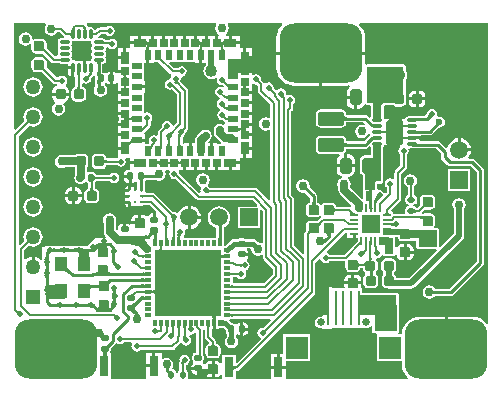
<source format=gtl>
G04 Layer_Physical_Order=1*
G04 Layer_Color=255*
%FSLAX25Y25*%
%MOIN*%
G70*
G01*
G75*
%ADD10C,0.00500*%
%ADD11C,0.00800*%
G04:AMPARAMS|DCode=12|XSize=37.8mil|YSize=53.54mil|CornerRadius=9.45mil|HoleSize=0mil|Usage=FLASHONLY|Rotation=180.000|XOffset=0mil|YOffset=0mil|HoleType=Round|Shape=RoundedRectangle|*
%AMROUNDEDRECTD12*
21,1,0.03780,0.03465,0,0,180.0*
21,1,0.01890,0.05354,0,0,180.0*
1,1,0.01890,-0.00945,0.01732*
1,1,0.01890,0.00945,0.01732*
1,1,0.01890,0.00945,-0.01732*
1,1,0.01890,-0.00945,-0.01732*
%
%ADD12ROUNDEDRECTD12*%
%ADD13R,0.02559X0.04331*%
%ADD14R,0.02559X0.02559*%
%ADD15R,0.03307X0.01969*%
%ADD16R,0.02559X0.02559*%
%ADD17R,0.04331X0.02559*%
%ADD18R,0.01969X0.03307*%
G04:AMPARAMS|DCode=19|XSize=18.11mil|YSize=24.02mil|CornerRadius=4.71mil|HoleSize=0mil|Usage=FLASHONLY|Rotation=270.000|XOffset=0mil|YOffset=0mil|HoleType=Round|Shape=RoundedRectangle|*
%AMROUNDEDRECTD19*
21,1,0.01811,0.01460,0,0,270.0*
21,1,0.00869,0.02402,0,0,270.0*
1,1,0.00942,-0.00730,-0.00435*
1,1,0.00942,-0.00730,0.00435*
1,1,0.00942,0.00730,0.00435*
1,1,0.00942,0.00730,-0.00435*
%
%ADD19ROUNDEDRECTD19*%
G04:AMPARAMS|DCode=20|XSize=33.86mil|YSize=11.02mil|CornerRadius=2.76mil|HoleSize=0mil|Usage=FLASHONLY|Rotation=180.000|XOffset=0mil|YOffset=0mil|HoleType=Round|Shape=RoundedRectangle|*
%AMROUNDEDRECTD20*
21,1,0.03386,0.00551,0,0,180.0*
21,1,0.02835,0.01102,0,0,180.0*
1,1,0.00551,-0.01417,0.00276*
1,1,0.00551,0.01417,0.00276*
1,1,0.00551,0.01417,-0.00276*
1,1,0.00551,-0.01417,-0.00276*
%
%ADD20ROUNDEDRECTD20*%
G04:AMPARAMS|DCode=21|XSize=33.86mil|YSize=11.02mil|CornerRadius=2.76mil|HoleSize=0mil|Usage=FLASHONLY|Rotation=270.000|XOffset=0mil|YOffset=0mil|HoleType=Round|Shape=RoundedRectangle|*
%AMROUNDEDRECTD21*
21,1,0.03386,0.00551,0,0,270.0*
21,1,0.02835,0.01102,0,0,270.0*
1,1,0.00551,-0.00276,-0.01417*
1,1,0.00551,-0.00276,0.01417*
1,1,0.00551,0.00276,0.01417*
1,1,0.00551,0.00276,-0.01417*
%
%ADD21ROUNDEDRECTD21*%
G04:AMPARAMS|DCode=22|XSize=20.08mil|YSize=23.62mil|CornerRadius=5.12mil|HoleSize=0mil|Usage=FLASHONLY|Rotation=0.000|XOffset=0mil|YOffset=0mil|HoleType=Round|Shape=RoundedRectangle|*
%AMROUNDEDRECTD22*
21,1,0.02008,0.01338,0,0,0.0*
21,1,0.00984,0.02362,0,0,0.0*
1,1,0.01024,0.00492,-0.00669*
1,1,0.01024,-0.00492,-0.00669*
1,1,0.01024,-0.00492,0.00669*
1,1,0.01024,0.00492,0.00669*
%
%ADD22ROUNDEDRECTD22*%
G04:AMPARAMS|DCode=23|XSize=34.25mil|YSize=35.83mil|CornerRadius=8.73mil|HoleSize=0mil|Usage=FLASHONLY|Rotation=0.000|XOffset=0mil|YOffset=0mil|HoleType=Round|Shape=RoundedRectangle|*
%AMROUNDEDRECTD23*
21,1,0.03425,0.01836,0,0,0.0*
21,1,0.01678,0.03583,0,0,0.0*
1,1,0.01747,0.00839,-0.00918*
1,1,0.01747,-0.00839,-0.00918*
1,1,0.01747,-0.00839,0.00918*
1,1,0.01747,0.00839,0.00918*
%
%ADD23ROUNDEDRECTD23*%
G04:AMPARAMS|DCode=24|XSize=34.25mil|YSize=35.83mil|CornerRadius=8.73mil|HoleSize=0mil|Usage=FLASHONLY|Rotation=270.000|XOffset=0mil|YOffset=0mil|HoleType=Round|Shape=RoundedRectangle|*
%AMROUNDEDRECTD24*
21,1,0.03425,0.01836,0,0,270.0*
21,1,0.01678,0.03583,0,0,270.0*
1,1,0.01747,-0.00918,-0.00839*
1,1,0.01747,-0.00918,0.00839*
1,1,0.01747,0.00918,0.00839*
1,1,0.01747,0.00918,-0.00839*
%
%ADD24ROUNDEDRECTD24*%
%ADD25C,0.01181*%
%ADD26R,0.02756X0.00787*%
%ADD27R,0.00787X0.02756*%
%ADD28R,0.06496X0.06496*%
%ADD29R,0.02165X0.01181*%
%ADD30R,0.01181X0.02165*%
%ADD31R,0.22047X0.22047*%
%ADD32R,0.03150X0.06693*%
G04:AMPARAMS|DCode=33|XSize=20.08mil|YSize=23.62mil|CornerRadius=5.12mil|HoleSize=0mil|Usage=FLASHONLY|Rotation=270.000|XOffset=0mil|YOffset=0mil|HoleType=Round|Shape=RoundedRectangle|*
%AMROUNDEDRECTD33*
21,1,0.02008,0.01338,0,0,270.0*
21,1,0.00984,0.02362,0,0,270.0*
1,1,0.01024,-0.00669,-0.00492*
1,1,0.01024,-0.00669,0.00492*
1,1,0.01024,0.00669,0.00492*
1,1,0.01024,0.00669,-0.00492*
%
%ADD33ROUNDEDRECTD33*%
G04:AMPARAMS|DCode=34|XSize=46.85mil|YSize=87.4mil|CornerRadius=9.84mil|HoleSize=0mil|Usage=FLASHONLY|Rotation=270.000|XOffset=0mil|YOffset=0mil|HoleType=Round|Shape=RoundedRectangle|*
%AMROUNDEDRECTD34*
21,1,0.04685,0.06772,0,0,270.0*
21,1,0.02717,0.08740,0,0,270.0*
1,1,0.01968,-0.03386,-0.01359*
1,1,0.01968,-0.03386,0.01359*
1,1,0.01968,0.03386,0.01359*
1,1,0.01968,0.03386,-0.01359*
%
%ADD34ROUNDEDRECTD34*%
G04:AMPARAMS|DCode=35|XSize=18.11mil|YSize=24.02mil|CornerRadius=4.71mil|HoleSize=0mil|Usage=FLASHONLY|Rotation=0.000|XOffset=0mil|YOffset=0mil|HoleType=Round|Shape=RoundedRectangle|*
%AMROUNDEDRECTD35*
21,1,0.01811,0.01460,0,0,0.0*
21,1,0.00869,0.02402,0,0,0.0*
1,1,0.00942,0.00435,-0.00730*
1,1,0.00942,-0.00435,-0.00730*
1,1,0.00942,-0.00435,0.00730*
1,1,0.00942,0.00435,0.00730*
%
%ADD35ROUNDEDRECTD35*%
%ADD36R,0.07480X0.07480*%
%ADD37R,0.00984X0.11811*%
%ADD38R,0.04134X0.05118*%
G04:AMPARAMS|DCode=39|XSize=31.89mil|YSize=10.24mil|CornerRadius=2.76mil|HoleSize=0mil|Usage=FLASHONLY|Rotation=180.000|XOffset=0mil|YOffset=0mil|HoleType=Round|Shape=RoundedRectangle|*
%AMROUNDEDRECTD39*
21,1,0.03189,0.00471,0,0,180.0*
21,1,0.02636,0.01024,0,0,180.0*
1,1,0.00553,-0.01318,0.00235*
1,1,0.00553,0.01318,0.00235*
1,1,0.00553,0.01318,-0.00235*
1,1,0.00553,-0.01318,-0.00235*
%
%ADD39ROUNDEDRECTD39*%
%ADD40R,0.05512X0.06693*%
%ADD41C,0.01000*%
%ADD42C,0.00900*%
%ADD43C,0.02500*%
%ADD44C,0.00700*%
%ADD45C,0.02000*%
%ADD46C,0.01500*%
%ADD47R,0.02100X0.09600*%
%ADD48R,0.02500X0.13100*%
%ADD49R,0.01700X0.03500*%
%ADD50R,0.03300X0.10900*%
%ADD51R,0.07100X0.06900*%
%ADD52R,0.11000X0.06700*%
%ADD53R,0.03400X0.00900*%
%ADD54R,0.04600X0.01000*%
%ADD55R,0.03200X0.00900*%
%ADD56R,0.07600X0.08900*%
%ADD57R,0.02700X0.05600*%
%ADD58R,0.02900X0.02600*%
%ADD59R,0.08000X0.05000*%
%ADD60R,0.03000X0.00100*%
%ADD61R,0.03000X0.07600*%
%ADD62R,0.12100X0.12100*%
%ADD63R,0.13000X0.07000*%
%ADD64R,0.08512X0.01925*%
%ADD65R,0.10700X0.02900*%
%ADD66R,0.06100X0.04600*%
%ADD67R,0.03800X0.04800*%
%ADD68R,0.06000X0.04500*%
%ADD69R,0.03100X0.03100*%
%ADD70R,0.03000X0.02500*%
%ADD71R,0.04500X0.01689*%
%ADD72R,0.05906X0.05906*%
%ADD73C,0.05906*%
%ADD74R,0.04961X0.04961*%
%ADD75C,0.04961*%
%ADD76R,0.05906X0.05906*%
G04:AMPARAMS|DCode=77|XSize=275.59mil|YSize=196.85mil|CornerRadius=49.21mil|HoleSize=0mil|Usage=FLASHONLY|Rotation=180.000|XOffset=0mil|YOffset=0mil|HoleType=Round|Shape=RoundedRectangle|*
%AMROUNDEDRECTD77*
21,1,0.27559,0.09843,0,0,180.0*
21,1,0.17716,0.19685,0,0,180.0*
1,1,0.09843,-0.08858,0.04921*
1,1,0.09843,0.08858,0.04921*
1,1,0.09843,0.08858,-0.04921*
1,1,0.09843,-0.08858,-0.04921*
%
%ADD77ROUNDEDRECTD77*%
%ADD78C,0.02500*%
%ADD79C,0.03000*%
%ADD80C,0.02000*%
%ADD81C,0.02362*%
%ADD82C,0.04000*%
G36*
X25085Y118314D02*
X25108Y117951D01*
X25116Y117908D01*
X25126Y117874D01*
X25137Y117851D01*
X25150Y117837D01*
X24219D01*
X24231Y117851D01*
X24242Y117874D01*
X24252Y117908D01*
X24261Y117951D01*
X24268Y118004D01*
X24278Y118139D01*
X24284Y118416D01*
X25084D01*
X25085Y118314D01*
D02*
G37*
G36*
X21463Y118439D02*
X21416Y117834D01*
X21395Y117757D01*
X21370Y117711D01*
X21341Y117694D01*
X21308Y117707D01*
X21271Y117750D01*
X20314Y117845D01*
X20381Y117847D01*
X20440Y117866D01*
X20493Y117904D01*
X20538Y117959D01*
X20577Y118032D01*
X20608Y118123D01*
X20633Y118232D01*
X20651Y118358D01*
X20661Y118503D01*
X20665Y118665D01*
X21465D01*
X21463Y118439D01*
D02*
G37*
G36*
X27193Y116954D02*
X27218Y116886D01*
X27258Y116826D01*
X27315Y116774D01*
X27388Y116730D01*
X27477Y116694D01*
X27583Y116666D01*
X27705Y116646D01*
X27843Y116634D01*
X27997Y116630D01*
Y115830D01*
X27843Y115826D01*
X27705Y115814D01*
X27583Y115794D01*
X27477Y115766D01*
X27388Y115730D01*
X27315Y115686D01*
X27258Y115634D01*
X27218Y115574D01*
X27193Y115506D01*
X27185Y115430D01*
Y117030D01*
X27193Y116954D01*
D02*
G37*
G36*
X20215Y115430D02*
X20207Y115506D01*
X20182Y115574D01*
X20142Y115634D01*
X20085Y115686D01*
X20012Y115730D01*
X19923Y115766D01*
X19817Y115794D01*
X19695Y115814D01*
X19557Y115826D01*
X19403Y115830D01*
Y116630D01*
X19557Y116634D01*
X19695Y116646D01*
X19817Y116666D01*
X19923Y116694D01*
X20012Y116730D01*
X20085Y116774D01*
X20142Y116826D01*
X20182Y116886D01*
X20207Y116954D01*
X20215Y117030D01*
Y115430D01*
D02*
G37*
G36*
X25997Y113894D02*
X26377Y113818D01*
X26918D01*
Y113277D01*
X26994Y112897D01*
X27209Y112574D01*
Y112563D01*
X26994Y112241D01*
X26918Y111860D01*
Y111309D01*
X26994Y110928D01*
X27206Y110600D01*
X26994Y110272D01*
X26918Y109891D01*
Y109340D01*
X26994Y108959D01*
X27209Y108637D01*
Y108626D01*
X26994Y108303D01*
X26918Y107923D01*
Y107382D01*
X26377D01*
X25997Y107306D01*
X25916Y107253D01*
X25879Y107307D01*
X25458Y107589D01*
X25184Y107643D01*
Y104970D01*
X24184D01*
Y107643D01*
X23911Y107589D01*
X23489Y107307D01*
X23453Y107253D01*
X23372Y107306D01*
X22991Y107382D01*
X22440D01*
X22060Y107306D01*
X21979Y107253D01*
X21942Y107307D01*
X21520Y107589D01*
X21023Y107688D01*
X20482D01*
Y107923D01*
X20406Y108303D01*
X20191Y108626D01*
Y108637D01*
X20406Y108959D01*
X20482Y109340D01*
Y109891D01*
X20406Y110272D01*
X20191Y110595D01*
Y110605D01*
X20406Y110928D01*
X20482Y111309D01*
Y111860D01*
X20406Y112241D01*
X20191Y112563D01*
Y112574D01*
X20406Y112897D01*
X20482Y113277D01*
Y113818D01*
X21023D01*
X21404Y113894D01*
X21732Y114106D01*
X22060Y113894D01*
X22440Y113818D01*
X22991D01*
X23372Y113894D01*
X23695Y114109D01*
X23705D01*
X24028Y113894D01*
X24409Y113818D01*
X24960D01*
X25341Y113894D01*
X25663Y114109D01*
X25674D01*
X25997Y113894D01*
D02*
G37*
G36*
X63931Y112480D02*
X63923Y112556D01*
X63899Y112624D01*
X63858Y112684D01*
X63801Y112736D01*
X63728Y112780D01*
X63639Y112816D01*
X63533Y112844D01*
X63417Y112863D01*
X63303Y112844D01*
X63199Y112816D01*
X63111Y112780D01*
X63039Y112736D01*
X62983Y112684D01*
X62943Y112624D01*
X62919Y112556D01*
X62911Y112480D01*
Y114080D01*
X62919Y114004D01*
X62943Y113936D01*
X62983Y113876D01*
X63039Y113824D01*
X63111Y113780D01*
X63199Y113744D01*
X63303Y113716D01*
X63417Y113697D01*
X63533Y113716D01*
X63639Y113744D01*
X63728Y113780D01*
X63801Y113824D01*
X63858Y113876D01*
X63899Y113936D01*
X63923Y114004D01*
X63931Y114080D01*
Y112480D01*
D02*
G37*
G36*
X71018D02*
X71010Y112556D01*
X70985Y112624D01*
X70945Y112684D01*
X70888Y112736D01*
X70815Y112780D01*
X70725Y112816D01*
X70620Y112844D01*
X70504Y112863D01*
X70389Y112844D01*
X70285Y112816D01*
X70197Y112780D01*
X70126Y112736D01*
X70069Y112684D01*
X70029Y112624D01*
X70006Y112556D01*
X69998Y112480D01*
Y114080D01*
X70006Y114004D01*
X70029Y113936D01*
X70069Y113876D01*
X70126Y113824D01*
X70197Y113780D01*
X70285Y113744D01*
X70389Y113716D01*
X70504Y113697D01*
X70620Y113716D01*
X70725Y113744D01*
X70815Y113780D01*
X70888Y113824D01*
X70945Y113876D01*
X70985Y113936D01*
X71010Y114004D01*
X71018Y114080D01*
Y112480D01*
D02*
G37*
G36*
X46215D02*
X46206Y112556D01*
X46182Y112624D01*
X46141Y112684D01*
X46085Y112736D01*
X46012Y112780D01*
X45922Y112816D01*
X45817Y112844D01*
X45698Y112864D01*
X45580Y112844D01*
X45475Y112816D01*
X45385Y112780D01*
X45312Y112736D01*
X45255Y112684D01*
X45215Y112624D01*
X45190Y112556D01*
X45182Y112480D01*
Y114080D01*
X45190Y114004D01*
X45215Y113936D01*
X45255Y113876D01*
X45312Y113824D01*
X45385Y113780D01*
X45475Y113744D01*
X45580Y113716D01*
X45698Y113697D01*
X45817Y113716D01*
X45922Y113744D01*
X46012Y113780D01*
X46085Y113824D01*
X46141Y113876D01*
X46182Y113936D01*
X46206Y114004D01*
X46215Y114080D01*
Y112480D01*
D02*
G37*
G36*
X70906Y111611D02*
X70918Y111473D01*
X70938Y111351D01*
X70966Y111246D01*
X71002Y111156D01*
X71046Y111083D01*
X71098Y111026D01*
X71158Y110986D01*
X71226Y110961D01*
X71302Y110953D01*
X69702D01*
X69778Y110961D01*
X69846Y110986D01*
X69906Y111026D01*
X69958Y111083D01*
X70002Y111156D01*
X70038Y111246D01*
X70066Y111351D01*
X70086Y111473D01*
X70098Y111611D01*
X70102Y111765D01*
X70902D01*
X70906Y111611D01*
D02*
G37*
G36*
X63819D02*
X63831Y111473D01*
X63851Y111351D01*
X63879Y111246D01*
X63915Y111156D01*
X63959Y111083D01*
X64011Y111026D01*
X64071Y110986D01*
X64139Y110961D01*
X64215Y110953D01*
X62615D01*
X62691Y110961D01*
X62759Y110986D01*
X62819Y111026D01*
X62871Y111083D01*
X62915Y111156D01*
X62951Y111246D01*
X62979Y111351D01*
X62999Y111473D01*
X63011Y111611D01*
X63015Y111765D01*
X63815D01*
X63819Y111611D01*
D02*
G37*
G36*
X46102D02*
X46114Y111473D01*
X46134Y111351D01*
X46162Y111246D01*
X46198Y111156D01*
X46242Y111083D01*
X46294Y111026D01*
X46354Y110986D01*
X46422Y110961D01*
X46498Y110953D01*
X44898D01*
X44974Y110961D01*
X45042Y110986D01*
X45102Y111026D01*
X45154Y111083D01*
X45198Y111156D01*
X45234Y111246D01*
X45262Y111351D01*
X45282Y111473D01*
X45294Y111611D01*
X45298Y111765D01*
X46098D01*
X46102Y111611D01*
D02*
G37*
G36*
X159276Y19785D02*
X158776Y19606D01*
X158265Y20229D01*
X157364Y20968D01*
X156335Y21518D01*
X155219Y21857D01*
X154058Y21971D01*
X145700D01*
Y11100D01*
X144700D01*
Y21971D01*
X136342D01*
X135181Y21857D01*
X134065Y21518D01*
X133036Y20968D01*
X132134Y20229D01*
X131395Y19327D01*
X130845Y18298D01*
X130506Y17182D01*
X130400Y16105D01*
X129252D01*
X129248Y16115D01*
X129169Y16605D01*
X129305Y16695D01*
X129459Y16927D01*
X129514Y17200D01*
Y26100D01*
Y29300D01*
X129459Y29573D01*
X129305Y29805D01*
X129073Y29959D01*
X128800Y30014D01*
X117210D01*
Y31490D01*
X117199D01*
X116841Y31991D01*
X116928Y32429D01*
Y32768D01*
X114100D01*
X111272D01*
Y32429D01*
X111359Y31991D01*
X111001Y31490D01*
X109708Y31490D01*
X109208Y31490D01*
X107274D01*
Y31791D01*
X106282D01*
Y24885D01*
X105782D01*
Y24385D01*
X104290D01*
Y22449D01*
X103790Y22044D01*
X103420Y22117D01*
X102659Y21966D01*
X102014Y21535D01*
X101583Y20890D01*
X101432Y20129D01*
X101583Y19368D01*
X102014Y18723D01*
X102659Y18292D01*
X103420Y18141D01*
X103790Y18215D01*
X104290Y17979D01*
Y17979D01*
X107274D01*
Y18280D01*
X109208D01*
X109533Y18280D01*
X110033Y18280D01*
X112092D01*
X112092Y18280D01*
X112267D01*
Y18280D01*
X112592Y18280D01*
X114651D01*
Y18280D01*
X114826D01*
Y18280D01*
X117210D01*
X117210Y18280D01*
X117708Y18275D01*
X118380Y18141D01*
X119141Y18292D01*
X119786Y18723D01*
X119986Y19023D01*
X120486Y18871D01*
Y17200D01*
X120541Y16927D01*
X120695Y16695D01*
X120927Y16541D01*
X121200Y16486D01*
X121725D01*
X122011Y16105D01*
X122011Y15986D01*
Y7225D01*
X130392D01*
Y6179D01*
X130506Y5018D01*
X130845Y3902D01*
X131395Y2873D01*
X132134Y1971D01*
X132437Y1723D01*
X132258Y1223D01*
X91843D01*
Y4600D01*
X89268D01*
X86693D01*
Y1223D01*
X75007D01*
Y3937D01*
X75470Y3978D01*
X75899Y4064D01*
X76263Y4307D01*
X101293Y29337D01*
X101293Y29337D01*
X101536Y29701D01*
X101622Y30130D01*
Y40036D01*
X102828Y41243D01*
X103370Y41078D01*
X103399Y40937D01*
X103774Y40374D01*
X104337Y39999D01*
X105000Y39867D01*
X105663Y39999D01*
X106226Y40374D01*
X106295Y40478D01*
X111325D01*
X111578Y40171D01*
Y38492D01*
X111700Y37878D01*
X112048Y37358D01*
X112568Y37010D01*
X113182Y36888D01*
X115018D01*
X115632Y37010D01*
X116152Y37358D01*
X116500Y37878D01*
X116566Y38210D01*
X117525D01*
Y38082D01*
X117647Y37468D01*
X117995Y36948D01*
X118265Y36767D01*
X118280Y36176D01*
X118095Y36052D01*
X117747Y35532D01*
X117625Y34918D01*
Y33082D01*
X117747Y32468D01*
X118095Y31948D01*
X118615Y31600D01*
X119229Y31478D01*
X120908D01*
X121522Y31600D01*
X122042Y31948D01*
X122390Y32468D01*
X122512Y33082D01*
Y34918D01*
X122390Y35532D01*
X122042Y36052D01*
X121772Y36233D01*
X121757Y36824D01*
X121942Y36948D01*
X122290Y37468D01*
X122412Y38082D01*
Y39918D01*
X122290Y40532D01*
X121942Y41052D01*
X121823Y41132D01*
X122018Y41603D01*
X122200Y41567D01*
X122863Y41699D01*
X123426Y42074D01*
X123746Y42553D01*
X124027Y42595D01*
X124032Y42595D01*
X124293Y42548D01*
X124395Y42395D01*
X124627Y42241D01*
X124900Y42186D01*
X126102D01*
X126200Y42167D01*
X126298Y42186D01*
X127600D01*
X127873Y42241D01*
X128105Y42395D01*
X128200Y42538D01*
X128565Y42533D01*
X128720Y42485D01*
X128817Y41998D01*
X129231Y41379D01*
X129851Y40965D01*
X130582Y40819D01*
X131000D01*
Y43569D01*
Y46318D01*
X130582D01*
X129851Y46172D01*
X129231Y45758D01*
X128817Y45139D01*
X128814Y45120D01*
X128314Y45169D01*
Y48500D01*
X128384Y48586D01*
X129019D01*
X129100Y48178D01*
X129448Y47658D01*
X129968Y47310D01*
X130582Y47188D01*
X132418D01*
X133032Y47310D01*
X133146Y47386D01*
X135286D01*
Y45200D01*
X135341Y44927D01*
X135495Y44695D01*
X135727Y44541D01*
X136000Y44486D01*
X141828D01*
X142035Y43986D01*
X132882Y34833D01*
X128575D01*
Y34918D01*
X128453Y35532D01*
X128105Y36052D01*
X127765Y36280D01*
Y36787D01*
X128005Y36948D01*
X128353Y37468D01*
X128475Y38082D01*
Y39918D01*
X128353Y40532D01*
X128005Y41052D01*
X127485Y41400D01*
X126871Y41522D01*
X125192D01*
X124578Y41400D01*
X124058Y41052D01*
X123710Y40532D01*
X123588Y39918D01*
Y38082D01*
X123710Y37468D01*
X124058Y36948D01*
X124298Y36787D01*
Y36146D01*
X124158Y36052D01*
X123810Y35532D01*
X123688Y34918D01*
Y33082D01*
X123810Y32468D01*
X124158Y31948D01*
X124678Y31600D01*
X125292Y31478D01*
X125473D01*
X126031Y31367D01*
X133600D01*
X134263Y31499D01*
X134826Y31874D01*
X150726Y47774D01*
X151101Y48337D01*
X151233Y49000D01*
X151233Y49000D01*
Y57934D01*
X151572Y58442D01*
X151743Y59300D01*
X151572Y60158D01*
X151086Y60886D01*
X150358Y61372D01*
X149500Y61543D01*
X148642Y61372D01*
X147914Y60886D01*
X147428Y60158D01*
X147257Y59300D01*
X147428Y58442D01*
X147767Y57934D01*
Y49718D01*
X143314Y45265D01*
X142814Y45472D01*
Y51000D01*
X142759Y51273D01*
X142605Y51505D01*
X142373Y51659D01*
X142100Y51714D01*
X141353D01*
X141279Y51807D01*
X141132Y52214D01*
X141400Y52615D01*
X141522Y53229D01*
Y54908D01*
X141400Y55522D01*
X141052Y56042D01*
X140532Y56390D01*
X139918Y56512D01*
X138082D01*
X137638Y56423D01*
X137632Y56424D01*
X137625Y56421D01*
X137572Y56410D01*
X137312Y56745D01*
X137277Y56823D01*
X138143Y57688D01*
X139918D01*
X140532Y57810D01*
X141052Y58158D01*
X141400Y58678D01*
X141522Y59292D01*
Y60971D01*
X141400Y61585D01*
X141052Y62105D01*
X140532Y62453D01*
X139918Y62575D01*
X138082D01*
X137468Y62453D01*
X136948Y62105D01*
X136600Y61585D01*
X136478Y60971D01*
Y59292D01*
X136494Y59211D01*
X135634Y58351D01*
X135347D01*
X135325Y58353D01*
X135261Y58363D01*
X135212Y58375D01*
X135178Y58387D01*
X135157Y58396D01*
X135150Y58400D01*
X135127Y58430D01*
X135126Y58430D01*
X135074Y58509D01*
X134918Y58613D01*
X134917Y58614D01*
X134917Y58614D01*
X134687Y58767D01*
X134230Y58858D01*
Y59342D01*
X134687Y59433D01*
X135074Y59691D01*
X135333Y60079D01*
X135424Y60535D01*
Y61405D01*
X135333Y61862D01*
X135074Y62249D01*
X134687Y62508D01*
X134622Y62521D01*
Y65537D01*
X134886Y65714D01*
X135372Y66442D01*
X135543Y67300D01*
X135372Y68158D01*
X134886Y68886D01*
X134158Y69372D01*
X133300Y69543D01*
X132442Y69372D01*
X131714Y68886D01*
X131228Y68158D01*
X131057Y67300D01*
X131228Y66442D01*
X131714Y65714D01*
X132378Y65270D01*
Y62521D01*
X132313Y62508D01*
X131926Y62249D01*
X131667Y61862D01*
X131576Y61405D01*
Y60535D01*
X131667Y60079D01*
X131926Y59691D01*
X132313Y59433D01*
X132770Y59342D01*
Y58858D01*
X132313Y58767D01*
X131926Y58509D01*
X131667Y58121D01*
X131576Y57665D01*
Y56795D01*
X131601Y56671D01*
X131224Y56171D01*
X127919D01*
X127919Y56171D01*
X127590Y56441D01*
Y57043D01*
X127137D01*
X126929Y57543D01*
X129893Y60507D01*
X129893Y60507D01*
X130136Y60871D01*
X130222Y61300D01*
X130222Y61300D01*
Y69535D01*
X131793Y71107D01*
X131793Y71107D01*
X132036Y71471D01*
X132122Y71900D01*
X132122Y71900D01*
Y76105D01*
X132226Y76174D01*
X132601Y76737D01*
X132733Y77400D01*
X132627Y77932D01*
X132686Y78036D01*
X133221Y78270D01*
X133689Y78176D01*
X141890D01*
X143476Y76590D01*
Y75200D01*
X143570Y74732D01*
X143835Y74335D01*
X145588Y72582D01*
X145984Y72317D01*
X146453Y72224D01*
X153446D01*
X155377Y70293D01*
Y40507D01*
X146293Y31424D01*
X141428D01*
X141186Y31786D01*
X140458Y32272D01*
X139600Y32443D01*
X138742Y32272D01*
X138014Y31786D01*
X137528Y31058D01*
X137357Y30200D01*
X137528Y29342D01*
X138014Y28614D01*
X138742Y28128D01*
X139600Y27957D01*
X140458Y28128D01*
X141186Y28614D01*
X141428Y28977D01*
X146800D01*
X147268Y29070D01*
X147665Y29335D01*
X157465Y39135D01*
X157730Y39532D01*
X157824Y40000D01*
Y70800D01*
X157730Y71268D01*
X157465Y71665D01*
X154818Y74312D01*
X154421Y74578D01*
X153953Y74671D01*
X152865D01*
X152618Y75171D01*
X152953Y75607D01*
X153351Y76568D01*
X153421Y77100D01*
X149500D01*
Y77600D01*
X149000D01*
Y81521D01*
X148468Y81451D01*
X147507Y81053D01*
X146681Y80419D01*
X146047Y79593D01*
X145649Y78632D01*
X145635Y78526D01*
X145162Y78366D01*
X143262Y80265D01*
X142865Y80530D01*
X142397Y80624D01*
X136582D01*
X136254Y81124D01*
X136256Y81132D01*
X133689D01*
Y82131D01*
X136412D01*
X136690Y82477D01*
X139700D01*
X140168Y82570D01*
X140565Y82835D01*
X142744Y85013D01*
X142900Y84982D01*
X143634Y85128D01*
X144256Y85544D01*
X144672Y86166D01*
X144818Y86900D01*
X144672Y87634D01*
X144256Y88256D01*
X143634Y88672D01*
X142900Y88818D01*
X142490Y88736D01*
X142066Y89161D01*
X142133Y89500D01*
X142001Y90163D01*
X141626Y90726D01*
X141063Y91101D01*
X140400Y91233D01*
X139737Y91101D01*
X139174Y90726D01*
X138799Y90163D01*
X138669Y89513D01*
X138669Y89512D01*
X138647Y89482D01*
X138620Y89450D01*
X138193Y89024D01*
X133689D01*
X133221Y88930D01*
X132978Y88768D01*
X132371D01*
X131990Y88692D01*
X131667Y88476D01*
X131451Y88153D01*
X131410Y87946D01*
X130196D01*
X130269Y87902D01*
X130410Y87782D01*
X130530Y87641D01*
X130627Y87483D01*
X130698Y87311D01*
X130741Y87131D01*
X130756Y80253D01*
X130741Y80069D01*
X130698Y79889D01*
X130627Y79717D01*
X130530Y79559D01*
X130410Y79418D01*
X130269Y79298D01*
X130111Y79201D01*
X129940Y79130D01*
X129858Y79111D01*
X129966Y78754D01*
X129774Y78626D01*
X129399Y78063D01*
X129267Y77400D01*
X129399Y76737D01*
X129774Y76174D01*
X129878Y76105D01*
Y72365D01*
X128307Y70793D01*
X128064Y70429D01*
X127978Y70000D01*
X127978Y70000D01*
Y68058D01*
X127478Y67791D01*
X127163Y68001D01*
X126500Y68133D01*
X125837Y68001D01*
X125274Y67626D01*
X124899Y67063D01*
X124767Y66400D01*
X124899Y65737D01*
X125274Y65174D01*
X125378Y65105D01*
Y63480D01*
X125000Y63151D01*
X124497Y63270D01*
X124226Y63676D01*
X123663Y64051D01*
X123000Y64183D01*
X122814Y64146D01*
X122314Y64557D01*
Y66186D01*
X123300D01*
X123573Y66241D01*
X123805Y66395D01*
X123959Y66627D01*
X124014Y66900D01*
Y78510D01*
X124333Y78724D01*
X124549Y79047D01*
X124590Y79254D01*
X125804D01*
X125731Y79298D01*
X125590Y79418D01*
X125470Y79559D01*
X125373Y79717D01*
X125302Y79889D01*
X125259Y80069D01*
X125244Y86946D01*
X126244Y87946D01*
X124590D01*
X124549Y88153D01*
X124514Y88206D01*
Y92243D01*
X124743Y92586D01*
X127469D01*
X127495Y92548D01*
X128015Y92200D01*
X128629Y92078D01*
X130308D01*
X130922Y92200D01*
X131442Y92548D01*
X131790Y93068D01*
X131912Y93682D01*
Y95518D01*
X131790Y96132D01*
X131714Y96246D01*
Y101205D01*
X132072Y101742D01*
X132243Y102600D01*
X132072Y103458D01*
X131714Y103995D01*
Y105400D01*
X131659Y105673D01*
X131505Y105905D01*
X131273Y106059D01*
X131000Y106114D01*
X118900D01*
X118708Y106076D01*
X118422Y106217D01*
X118208Y106381D01*
Y109400D01*
X103900D01*
Y99029D01*
X112258D01*
X112978Y99100D01*
X113020Y99042D01*
X112898Y98359D01*
X112711Y98234D01*
X112281Y97591D01*
X112130Y96832D01*
Y95600D01*
X115058D01*
Y95100D01*
X115558D01*
Y91385D01*
X116003D01*
X116762Y91536D01*
X117405Y91966D01*
X117835Y92609D01*
X117854Y92705D01*
X118385Y92811D01*
X118395Y92795D01*
X118627Y92641D01*
X118900Y92586D01*
X119941D01*
X120086Y92368D01*
Y88558D01*
X119586Y88351D01*
X118982Y88955D01*
X118585Y89220D01*
X118117Y89313D01*
X111961D01*
X111903Y89318D01*
Y89448D01*
X111772Y90105D01*
X111400Y90662D01*
X110843Y91035D01*
X110186Y91165D01*
X103414D01*
X102757Y91035D01*
X102200Y90662D01*
X101828Y90105D01*
X101697Y89448D01*
Y86731D01*
X101828Y86074D01*
X102200Y85517D01*
X102757Y85145D01*
X103414Y85014D01*
X110186D01*
X110843Y85145D01*
X111400Y85517D01*
X111772Y86074D01*
X111903Y86731D01*
Y86861D01*
X111961Y86866D01*
X117610D01*
X118176Y86300D01*
X118060Y86072D01*
X117882Y85888D01*
X117100Y86043D01*
X116242Y85872D01*
X115514Y85386D01*
X115028Y84658D01*
X114857Y83800D01*
X115028Y82942D01*
X115514Y82214D01*
X116242Y81728D01*
X117100Y81557D01*
X117958Y81728D01*
X118686Y82214D01*
X119127Y82874D01*
X119438Y82936D01*
X119680Y82932D01*
X119816Y82713D01*
X119773Y82497D01*
X117810Y80534D01*
X111961D01*
X111903Y80539D01*
Y80669D01*
X111772Y81326D01*
X111400Y81883D01*
X110843Y82255D01*
X110186Y82386D01*
X103414D01*
X102757Y82255D01*
X102200Y81883D01*
X101828Y81326D01*
X101697Y80669D01*
Y77952D01*
X101828Y77295D01*
X102200Y76738D01*
X102757Y76365D01*
X103414Y76235D01*
X109559D01*
X109711Y75735D01*
X109411Y75534D01*
X108981Y74891D01*
X108830Y74132D01*
Y72900D01*
X111258D01*
Y76480D01*
X111217Y76615D01*
X111400Y76738D01*
X111772Y77295D01*
X111903Y77952D01*
Y78082D01*
X111961Y78087D01*
X118317D01*
X118785Y78180D01*
X119182Y78445D01*
X119586Y78849D01*
X120086Y78642D01*
Y75891D01*
X119987Y75809D01*
X118097D01*
X117455Y75682D01*
X116911Y75318D01*
X116547Y74774D01*
X116420Y74132D01*
Y70668D01*
X116547Y70026D01*
X116911Y69482D01*
X117455Y69118D01*
X117586Y69092D01*
Y64000D01*
Y61533D01*
X117086Y61326D01*
X113191Y65220D01*
X113272Y65342D01*
X113443Y66200D01*
X113272Y67058D01*
X112786Y67786D01*
X112189Y68185D01*
X112341Y68685D01*
X112703D01*
X113462Y68836D01*
X114105Y69266D01*
X114535Y69909D01*
X114686Y70668D01*
Y71900D01*
X111758D01*
X108830D01*
Y70668D01*
X108981Y69909D01*
X109411Y69266D01*
X110055Y68836D01*
X110333Y68780D01*
X110341Y68290D01*
X110337Y68270D01*
X109614Y67786D01*
X109128Y67058D01*
X108957Y66200D01*
X109128Y65342D01*
X109212Y65216D01*
Y64400D01*
X109363Y63639D01*
X109794Y62994D01*
X113753Y59035D01*
X113734Y58936D01*
X113275Y58689D01*
X113176Y58680D01*
X112806Y58753D01*
X112806Y58753D01*
X108466D01*
X108400Y59085D01*
X108052Y59605D01*
X107532Y59953D01*
X106918Y60075D01*
X105082D01*
X104468Y59953D01*
X103948Y59605D01*
X103801Y59385D01*
X103199D01*
X103052Y59605D01*
X102532Y59953D01*
X102238Y60011D01*
X102229Y60066D01*
X102224Y60128D01*
Y62100D01*
X102130Y62568D01*
X101865Y62965D01*
X99658Y65172D01*
X99743Y65600D01*
X99572Y66458D01*
X99086Y67186D01*
X98358Y67672D01*
X97500Y67843D01*
X96642Y67672D01*
X95914Y67186D01*
X95428Y66458D01*
X95257Y65600D01*
X95428Y64742D01*
X95914Y64014D01*
X96642Y63528D01*
X97500Y63357D01*
X97928Y63442D01*
X99777Y61593D01*
Y60128D01*
X99771Y60066D01*
X99762Y60011D01*
X99468Y59953D01*
X98948Y59605D01*
X98600Y59085D01*
X98478Y58471D01*
Y56792D01*
X98600Y56178D01*
X98948Y55658D01*
X99468Y55310D01*
X100082Y55188D01*
X101918D01*
X102532Y55310D01*
X103052Y55658D01*
X103430Y55557D01*
X103472Y55174D01*
X103472Y55174D01*
X102304Y54007D01*
X102244Y53954D01*
X102237Y53948D01*
X101918Y54012D01*
X100082D01*
X99468Y53890D01*
X98948Y53542D01*
X98600Y53022D01*
X98478Y52408D01*
Y50729D01*
X98491Y50665D01*
X98372Y50527D01*
X98207Y50362D01*
X98180Y50321D01*
X98179Y50321D01*
X98178Y50319D01*
X97964Y49998D01*
X97878Y49569D01*
X97878Y49569D01*
Y43016D01*
X97417Y42825D01*
X95148Y45093D01*
X95051Y45158D01*
X94522Y45688D01*
Y61284D01*
X94436Y61713D01*
X94193Y62077D01*
X94193Y62077D01*
X93622Y62649D01*
Y90435D01*
X93893Y90707D01*
X93893Y90707D01*
X94136Y91071D01*
X94222Y91500D01*
X94222Y91500D01*
Y92905D01*
X94326Y92974D01*
X94701Y93537D01*
X94833Y94200D01*
X94701Y94863D01*
X94326Y95426D01*
X93763Y95801D01*
X93100Y95933D01*
X92437Y95801D01*
X92287Y95828D01*
X91922Y96342D01*
X91933Y96400D01*
X91801Y97063D01*
X91426Y97626D01*
X90863Y98001D01*
X90200Y98133D01*
X89537Y98001D01*
X88974Y97626D01*
X88947Y97585D01*
X88450Y97536D01*
X87709Y98277D01*
X87733Y98400D01*
X87601Y99063D01*
X87226Y99626D01*
X86663Y100001D01*
X86000Y100133D01*
X85337Y100001D01*
X85029Y99796D01*
X84894Y99805D01*
X84440Y99957D01*
X84440Y99958D01*
X84392Y100029D01*
X84285Y100200D01*
X83599Y100930D01*
X83633Y101100D01*
X83501Y101763D01*
X83126Y102326D01*
X82563Y102701D01*
X81900Y102833D01*
X81237Y102701D01*
X80860Y102450D01*
X80408Y102645D01*
X80360Y102686D01*
Y103430D01*
X78080D01*
Y104430D01*
X80360D01*
Y105194D01*
Y107859D01*
X78080D01*
Y108359D01*
X77580D01*
Y111524D01*
X76324D01*
Y112780D01*
X73159D01*
Y113280D01*
X72659D01*
Y115560D01*
X71746D01*
X71684Y115644D01*
X71802Y116324D01*
X72086Y116514D01*
X72572Y117242D01*
X72743Y118100D01*
X72572Y118958D01*
X72360Y119276D01*
X72627Y119776D01*
X90458D01*
X90637Y119276D01*
X90334Y119028D01*
X89595Y118127D01*
X89045Y117098D01*
X88706Y115982D01*
X88592Y114821D01*
Y110400D01*
X118208D01*
Y114821D01*
X118094Y115982D01*
X117755Y117098D01*
X117205Y118127D01*
X116465Y119028D01*
X116163Y119276D01*
X116342Y119776D01*
X159276D01*
Y19785D01*
D02*
G37*
G36*
X68640Y119276D02*
X68428Y118958D01*
X68257Y118100D01*
X68428Y117242D01*
X68914Y116514D01*
X69198Y116324D01*
X69316Y115644D01*
X69254Y115560D01*
X69230D01*
Y113280D01*
X68230D01*
Y115560D01*
X65687D01*
Y113280D01*
X64687D01*
Y115560D01*
X62143D01*
Y113280D01*
X61143D01*
Y115560D01*
X58600D01*
Y113280D01*
X57600D01*
Y115560D01*
X55057D01*
Y113280D01*
X54057D01*
Y115560D01*
X51513D01*
Y113280D01*
X50513D01*
Y115560D01*
X47970D01*
Y113280D01*
X46970D01*
Y115560D01*
X43541D01*
Y113280D01*
X43041D01*
Y112780D01*
X39876D01*
Y111524D01*
X38620D01*
Y108359D01*
X38120D01*
Y107859D01*
X35840D01*
Y105194D01*
Y104430D01*
X38120D01*
Y103430D01*
X35840D01*
Y103291D01*
X35340Y103139D01*
X35193Y103359D01*
X34693Y103693D01*
X34111Y103809D01*
Y101600D01*
Y99391D01*
X34693Y99507D01*
X35193Y99841D01*
X35340Y100061D01*
X35840Y99909D01*
Y98107D01*
Y97343D01*
X38120D01*
Y96343D01*
X35840D01*
Y94564D01*
Y93800D01*
X38120D01*
Y92800D01*
X35840D01*
Y91021D01*
Y90257D01*
X38120D01*
Y89257D01*
X35840D01*
Y87477D01*
Y86713D01*
X38120D01*
Y85713D01*
X35840D01*
Y83934D01*
Y83170D01*
X38120D01*
Y82170D01*
X35840D01*
Y80391D01*
Y78741D01*
X38120D01*
Y77741D01*
X35840D01*
Y75170D01*
X35474Y74926D01*
X35405Y74822D01*
X31954D01*
X31853Y75332D01*
X31505Y75852D01*
X30985Y76200D01*
X30371Y76322D01*
X28692D01*
X28078Y76200D01*
X27558Y75852D01*
X27210Y75332D01*
X27088Y74718D01*
Y72882D01*
X27210Y72268D01*
X27558Y71748D01*
X28078Y71400D01*
X28692Y71278D01*
X30371D01*
X30985Y71400D01*
X31505Y71748D01*
X31853Y72268D01*
X31914Y72578D01*
X35405D01*
X35474Y72474D01*
X36037Y72099D01*
X36700Y71967D01*
X37363Y72099D01*
X37926Y72474D01*
X38301Y73037D01*
X38433Y73700D01*
X38301Y74363D01*
X38159Y74576D01*
X38427Y75076D01*
X39876D01*
Y73820D01*
X43041D01*
Y72820D01*
X39876D01*
Y71040D01*
X39397Y71011D01*
X38807Y70893D01*
X38307Y70559D01*
X37973Y70059D01*
X37855Y69469D01*
Y69300D01*
X39889D01*
Y68800D01*
X40389D01*
Y66591D01*
X40971Y66707D01*
X41471Y67041D01*
X42019Y67045D01*
X42287Y66810D01*
Y66111D01*
X42000Y65894D01*
Y64169D01*
X41000D01*
Y65691D01*
X40879Y65667D01*
X40516Y65424D01*
X40152Y65667D01*
X40031Y65691D01*
Y64169D01*
X39531D01*
Y63669D01*
X38009D01*
X38033Y63548D01*
X38276Y63184D01*
X38033Y62821D01*
X38009Y62700D01*
X39531D01*
Y61700D01*
X38009D01*
X38033Y61579D01*
X38276Y61216D01*
X38033Y60852D01*
X38009Y60732D01*
X39531D01*
Y60232D01*
X40031D01*
Y58709D01*
X40152Y58733D01*
X40678Y59085D01*
X40844Y59118D01*
X40996Y59016D01*
X41500Y58916D01*
X42004Y59016D01*
X42430Y59301D01*
X42538D01*
X42965Y59016D01*
X43468Y58916D01*
X43972Y59016D01*
X44113Y59110D01*
X46404D01*
X48570Y56944D01*
X48400Y56536D01*
Y54411D01*
X47400D01*
Y56445D01*
X47231D01*
X46641Y56327D01*
X46141Y55993D01*
X45848Y55554D01*
X45548Y55488D01*
X45295Y55482D01*
X45269Y55521D01*
X44649Y55935D01*
X43918Y56081D01*
X43500D01*
Y53332D01*
X43000D01*
Y52832D01*
X39930D01*
X39672Y52751D01*
X39259Y53027D01*
X38669Y53145D01*
X38500D01*
Y51111D01*
X37500D01*
Y53145D01*
X37331D01*
X36741Y53027D01*
X36241Y52693D01*
X35907Y52193D01*
X35789Y51603D01*
Y51072D01*
X35350Y50883D01*
X34988Y51175D01*
Y53316D01*
X35072Y53442D01*
X35243Y54300D01*
X35072Y55158D01*
X34586Y55886D01*
X33858Y56372D01*
X33000Y56543D01*
X32142Y56372D01*
X31414Y55886D01*
X30928Y55158D01*
X30757Y54300D01*
X30928Y53442D01*
X31012Y53316D01*
Y50300D01*
X31163Y49539D01*
X31594Y48894D01*
X31926Y48562D01*
X31735Y48100D01*
X28000D01*
X25500Y45600D01*
X11500D01*
X11000Y45100D01*
X10500D01*
Y41185D01*
X10026Y41024D01*
X9982Y41082D01*
X9255Y41640D01*
X8409Y41991D01*
X8000Y42044D01*
Y38600D01*
X7000D01*
Y42044D01*
X6592Y41991D01*
X5745Y41640D01*
X5122Y41162D01*
X4622Y41320D01*
Y44135D01*
X6187Y45701D01*
X6670Y45502D01*
X7500Y45392D01*
X8330Y45502D01*
X9104Y45822D01*
X9768Y46332D01*
X10278Y46996D01*
X10598Y47770D01*
X10708Y48600D01*
X10598Y49430D01*
X10278Y50204D01*
X9768Y50868D01*
X9104Y51378D01*
X8330Y51698D01*
X7500Y51808D01*
X6670Y51698D01*
X5896Y51378D01*
X5232Y50868D01*
X4722Y50204D01*
X4402Y49430D01*
X4292Y48600D01*
X4402Y47770D01*
X4601Y47287D01*
X3184Y45870D01*
X2722Y46061D01*
Y82235D01*
X6187Y85701D01*
X6670Y85501D01*
X7500Y85392D01*
X8330Y85501D01*
X9104Y85822D01*
X9768Y86332D01*
X10278Y86996D01*
X10598Y87770D01*
X10708Y88600D01*
X10598Y89430D01*
X10278Y90204D01*
X9768Y90868D01*
X9104Y91378D01*
X8330Y91698D01*
X7500Y91808D01*
X6670Y91698D01*
X5896Y91378D01*
X5232Y90868D01*
X4722Y90204D01*
X4402Y89430D01*
X4292Y88600D01*
X4402Y87770D01*
X4601Y87287D01*
X1685Y84372D01*
X1223Y84563D01*
Y119776D01*
X11617D01*
X11874Y119276D01*
X11528Y118758D01*
X11357Y117900D01*
X11528Y117042D01*
X12014Y116314D01*
X12742Y115828D01*
X13600Y115657D01*
X14458Y115828D01*
X15186Y116314D01*
X15496Y116778D01*
X16435D01*
X17777Y115437D01*
X17947Y115323D01*
X17796Y114823D01*
X16653D01*
X16272Y114747D01*
X15949Y114532D01*
X15734Y114209D01*
X15658Y113828D01*
Y113277D01*
X15734Y112897D01*
X15949Y112574D01*
Y112563D01*
X15734Y112241D01*
X15658Y111860D01*
Y111309D01*
X15734Y110928D01*
X15949Y110605D01*
Y110595D01*
X15734Y110272D01*
X15658Y109891D01*
Y109340D01*
X15672Y109269D01*
X15306Y108769D01*
X14817D01*
X12022Y111564D01*
Y112971D01*
X11900Y113585D01*
X11552Y114105D01*
X11032Y114453D01*
X10418Y114575D01*
X8582D01*
X7968Y114453D01*
X7686Y114264D01*
X7236Y114565D01*
X7243Y114600D01*
X7072Y115458D01*
X6586Y116186D01*
X5858Y116672D01*
X5000Y116843D01*
X4142Y116672D01*
X3414Y116186D01*
X2928Y115458D01*
X2757Y114600D01*
X2928Y113742D01*
X3414Y113014D01*
X4142Y112528D01*
X5000Y112357D01*
X5858Y112528D01*
X6478Y112942D01*
X6858Y112810D01*
X6978Y112720D01*
Y111292D01*
X7100Y110678D01*
X7448Y110158D01*
X7968Y109810D01*
X8582Y109688D01*
X10418D01*
X10675Y109739D01*
X13560Y106854D01*
X13560Y106854D01*
X13924Y106611D01*
X14353Y106526D01*
X14353Y106526D01*
X16163D01*
X16272Y106453D01*
X16653Y106377D01*
X19171D01*
Y105470D01*
X20747D01*
Y104970D01*
X21247D01*
Y102141D01*
X21594Y101856D01*
Y98663D01*
X21278Y98600D01*
X20758Y98252D01*
X20410Y97732D01*
X20288Y97118D01*
Y95282D01*
X20410Y94668D01*
X20758Y94148D01*
X21278Y93800D01*
X21892Y93678D01*
X23571D01*
X24185Y93800D01*
X24705Y94148D01*
X25053Y94668D01*
X25175Y95282D01*
Y97118D01*
X25053Y97732D01*
X24705Y98252D01*
X24185Y98600D01*
X23837Y98669D01*
Y99665D01*
X24337Y99932D01*
X24537Y99799D01*
X25200Y99667D01*
X25863Y99799D01*
X26426Y100174D01*
X26801Y100737D01*
X26933Y101400D01*
X26909Y101523D01*
X27446Y102060D01*
X27446Y102060D01*
X27606Y102300D01*
X28106Y102155D01*
Y98726D01*
X27928Y98458D01*
X27757Y97600D01*
X27928Y96742D01*
X28414Y96014D01*
X29142Y95528D01*
X30000Y95357D01*
X30858Y95528D01*
X31586Y96014D01*
X32072Y96742D01*
X32243Y97600D01*
X32072Y98458D01*
X31586Y99186D01*
X31571Y99196D01*
X31536Y99785D01*
X32029Y99841D01*
X32529Y99507D01*
X33111Y99391D01*
Y101600D01*
Y103809D01*
X32529Y103693D01*
X32029Y103359D01*
X31920Y103197D01*
X31355Y103143D01*
X30954Y103411D01*
X30557Y103490D01*
X30553Y103534D01*
Y106319D01*
X30558Y106377D01*
X30747D01*
X31128Y106453D01*
X31451Y106668D01*
X31666Y106991D01*
X31742Y107372D01*
Y107923D01*
X31666Y108303D01*
X31451Y108626D01*
Y108637D01*
X31666Y108959D01*
X31742Y109340D01*
Y109891D01*
X31666Y110272D01*
X31454Y110600D01*
X31666Y110928D01*
X31742Y111309D01*
Y111512D01*
X32199Y111963D01*
X32386Y111957D01*
X32574Y111674D01*
X33137Y111299D01*
X33800Y111167D01*
X34463Y111299D01*
X35026Y111674D01*
X35401Y112237D01*
X35533Y112900D01*
X35401Y113563D01*
X35026Y114126D01*
X34463Y114501D01*
X33800Y114633D01*
X33137Y114501D01*
X32921Y114357D01*
X31567D01*
X31451Y114532D01*
X31128Y114747D01*
X30747Y114823D01*
X29404D01*
X29253Y115323D01*
X29423Y115437D01*
X30215Y116228D01*
X31705D01*
X31774Y116124D01*
X32337Y115749D01*
X33000Y115617D01*
X33663Y115749D01*
X34226Y116124D01*
X34601Y116687D01*
X34733Y117350D01*
X34601Y118013D01*
X34226Y118576D01*
X33663Y118951D01*
X33000Y119083D01*
X32337Y118951D01*
X31774Y118576D01*
X31705Y118472D01*
X29750D01*
X29321Y118386D01*
X28957Y118143D01*
X28957Y118143D01*
X28423Y117609D01*
X28251Y117622D01*
X27895Y117788D01*
X27847Y118028D01*
X27632Y118351D01*
X27309Y118566D01*
X26928Y118642D01*
X26377D01*
X26275Y118622D01*
X25757Y118830D01*
X25657Y118940D01*
X25477Y119209D01*
X25477Y119209D01*
X25372Y119315D01*
X25563Y119776D01*
X68373D01*
X68640Y119276D01*
D02*
G37*
G36*
X63915Y106670D02*
X65225D01*
Y106131D01*
X65033Y105984D01*
X64600Y105420D01*
X64328Y104763D01*
X64235Y104058D01*
X64328Y103353D01*
X64600Y102697D01*
X65033Y102133D01*
X65597Y101700D01*
X66253Y101428D01*
X66958Y101335D01*
X67663Y101428D01*
X68320Y101700D01*
X68418Y101775D01*
X68863Y101487D01*
X68767Y101000D01*
X68899Y100337D01*
X69274Y99774D01*
X69837Y99399D01*
X70500Y99267D01*
X70623Y99291D01*
X71009Y98905D01*
X70690Y98517D01*
X70563Y98601D01*
X69900Y98733D01*
X69237Y98601D01*
X68674Y98226D01*
X68299Y97663D01*
X68167Y97000D01*
X68299Y96337D01*
X68674Y95774D01*
X69237Y95399D01*
X69584Y95329D01*
X69924Y94990D01*
X69758Y94449D01*
X69274Y94126D01*
X68899Y93563D01*
X68767Y92900D01*
X68899Y92237D01*
X69274Y91674D01*
X69768Y91344D01*
X69776Y91323D01*
X69808Y91026D01*
X69784Y90799D01*
X69374Y90526D01*
X68999Y89963D01*
X68867Y89300D01*
X68999Y88637D01*
X69374Y88074D01*
X69937Y87699D01*
X70600Y87567D01*
X70723Y87591D01*
X71122Y87192D01*
X71486Y86949D01*
X71601Y86926D01*
X71552Y86426D01*
X71470D01*
Y86231D01*
X70970Y85963D01*
X70561Y86237D01*
X69800Y86388D01*
X69039Y86237D01*
X68394Y85806D01*
X67963Y85161D01*
X67812Y84400D01*
Y83200D01*
X67963Y82439D01*
X68394Y81794D01*
X70058Y80130D01*
X70049Y80009D01*
X69893Y79630D01*
X68942D01*
Y79930D01*
X67458D01*
Y77276D01*
X66458D01*
Y79930D01*
X66049D01*
X65842Y80430D01*
X66406Y80994D01*
X66837Y81639D01*
X66988Y82400D01*
X66837Y83161D01*
X66406Y83806D01*
X65761Y84237D01*
X65000Y84388D01*
X64239Y84237D01*
X63594Y83806D01*
X62009Y82221D01*
X61578Y81576D01*
X61427Y80815D01*
Y79930D01*
X60372D01*
Y77276D01*
X59372D01*
Y79930D01*
X57887D01*
Y79630D01*
X57350D01*
Y81849D01*
X57890Y82210D01*
X58266Y82772D01*
X58398Y83436D01*
X58373Y83559D01*
X58893Y84079D01*
X58893Y84079D01*
X59136Y84442D01*
X59222Y84872D01*
X59222Y84872D01*
Y97321D01*
X59136Y97751D01*
X58893Y98114D01*
X58893Y98114D01*
X56506Y100501D01*
X56586Y100622D01*
X56718Y101285D01*
X56650Y101627D01*
X56997Y102063D01*
X57032Y102073D01*
X57663Y102199D01*
X58226Y102574D01*
X58601Y103137D01*
X58733Y103800D01*
X58601Y104463D01*
X58226Y105026D01*
X57663Y105401D01*
X57000Y105533D01*
X56337Y105401D01*
X55774Y105026D01*
X55705Y104922D01*
X54480D01*
X52893Y106508D01*
X53085Y106970D01*
X54469D01*
Y106970D01*
X54644D01*
Y106970D01*
X58013D01*
Y106970D01*
X58187D01*
Y106970D01*
X61431D01*
Y106670D01*
X62915D01*
Y109324D01*
X63915D01*
Y106670D01*
D02*
G37*
G36*
X30235Y107105D02*
X30150Y107074D01*
X30075Y107024D01*
X30010Y106953D01*
X29955Y106862D01*
X29910Y106751D01*
X29875Y106619D01*
X29850Y106467D01*
X29835Y106295D01*
X29830Y106103D01*
X28830D01*
X28825Y106295D01*
X28810Y106467D01*
X28785Y106619D01*
X28750Y106751D01*
X28705Y106862D01*
X28650Y106953D01*
X28585Y107024D01*
X28510Y107074D01*
X28425Y107105D01*
X28330Y107115D01*
X30330D01*
X30235Y107105D01*
D02*
G37*
G36*
X27073Y103345D02*
X27068Y103330D01*
X27065Y103305D01*
X27062Y103270D01*
X27054Y103032D01*
X27053Y102853D01*
X26253D01*
X26228Y103350D01*
X27077D01*
X27073Y103345D01*
D02*
G37*
G36*
X23216Y103407D02*
X23195Y103353D01*
X23176Y103288D01*
X23160Y103212D01*
X23147Y103124D01*
X23127Y102916D01*
X23117Y102662D01*
X23116Y102519D01*
X22316D01*
X22314Y102662D01*
X22285Y103124D01*
X22271Y103212D01*
X22255Y103288D01*
X22237Y103353D01*
X22215Y103407D01*
X22192Y103450D01*
X23240D01*
X23216Y103407D01*
D02*
G37*
G36*
X29835Y103566D02*
X29850Y103377D01*
X29875Y103214D01*
X29910Y103076D01*
X29955Y102962D01*
X30010Y102873D01*
X30075Y102809D01*
X30150Y102770D01*
X30235Y102756D01*
X30330Y102767D01*
X29026Y102464D01*
X28989Y102424D01*
X28956Y102421D01*
X28926Y102456D01*
X28901Y102528D01*
X28879Y102638D01*
X28861Y102785D01*
X28838Y103190D01*
X28830Y103746D01*
X29830Y103779D01*
X29835Y103566D01*
D02*
G37*
G36*
X38844Y102654D02*
X38776Y102630D01*
X38716Y102590D01*
X38664Y102534D01*
X38620Y102462D01*
X38584Y102374D01*
X38556Y102270D01*
X38537Y102156D01*
X38556Y102040D01*
X38584Y101935D01*
X38620Y101845D01*
X38664Y101772D01*
X38716Y101715D01*
X38776Y101675D01*
X38844Y101650D01*
X38920Y101642D01*
X37320D01*
X37396Y101650D01*
X37464Y101675D01*
X37524Y101715D01*
X37576Y101772D01*
X37620Y101845D01*
X37656Y101935D01*
X37684Y102040D01*
X37703Y102156D01*
X37684Y102270D01*
X37656Y102374D01*
X37620Y102462D01*
X37576Y102534D01*
X37524Y102590D01*
X37464Y102630D01*
X37396Y102654D01*
X37320Y102662D01*
X38920D01*
X38844Y102654D01*
D02*
G37*
G36*
X28989Y100776D02*
X29026Y100736D01*
X30330Y100433D01*
X30235Y100444D01*
X30150Y100430D01*
X30075Y100391D01*
X30010Y100327D01*
X29955Y100238D01*
X29910Y100125D01*
X29875Y99986D01*
X29850Y99823D01*
X29835Y99634D01*
X29830Y99421D01*
X28830Y99454D01*
X28832Y99751D01*
X28901Y100672D01*
X28926Y100744D01*
X28956Y100778D01*
X28989Y100776D01*
D02*
G37*
G36*
X55744Y100623D02*
X55721Y100566D01*
X55710Y100507D01*
X55710Y100445D01*
X55723Y100382D01*
X55747Y100315D01*
X55783Y100247D01*
X55830Y100176D01*
X55889Y100102D01*
X55961Y100026D01*
X55268Y99588D01*
X54468Y100429D01*
X55779Y100677D01*
X55744Y100623D01*
D02*
G37*
G36*
X54773Y99093D02*
X54334Y98400D01*
X54258Y98471D01*
X54185Y98531D01*
X54114Y98578D01*
X54045Y98614D01*
X53979Y98638D01*
X53915Y98650D01*
X53854Y98651D01*
X53795Y98640D01*
X53738Y98617D01*
X53684Y98582D01*
X53931Y99893D01*
X54773Y99093D01*
D02*
G37*
G36*
X78804Y99123D02*
X78736Y99099D01*
X78676Y99058D01*
X78624Y99001D01*
X78580Y98928D01*
X78544Y98839D01*
X78516Y98733D01*
X78497Y98617D01*
X78516Y98503D01*
X78544Y98399D01*
X78580Y98311D01*
X78624Y98239D01*
X78676Y98183D01*
X78736Y98143D01*
X78804Y98119D01*
X78880Y98111D01*
X77280D01*
X77356Y98119D01*
X77424Y98143D01*
X77484Y98183D01*
X77536Y98239D01*
X77580Y98311D01*
X77616Y98399D01*
X77644Y98503D01*
X77663Y98617D01*
X77644Y98733D01*
X77616Y98839D01*
X77580Y98928D01*
X77536Y99001D01*
X77484Y99058D01*
X77424Y99099D01*
X77356Y99123D01*
X77280Y99131D01*
X78880D01*
X78804Y99123D01*
D02*
G37*
G36*
X38844Y99111D02*
X38776Y99087D01*
X38716Y99047D01*
X38664Y98991D01*
X38620Y98919D01*
X38584Y98831D01*
X38556Y98727D01*
X38537Y98613D01*
X38556Y98497D01*
X38584Y98391D01*
X38620Y98302D01*
X38664Y98229D01*
X38716Y98172D01*
X38776Y98131D01*
X38844Y98107D01*
X38920Y98099D01*
X37320D01*
X37396Y98107D01*
X37464Y98131D01*
X37524Y98172D01*
X37576Y98229D01*
X37620Y98302D01*
X37656Y98391D01*
X37684Y98497D01*
X37703Y98613D01*
X37684Y98727D01*
X37656Y98831D01*
X37620Y98919D01*
X37576Y98991D01*
X37524Y99047D01*
X37464Y99087D01*
X37396Y99111D01*
X37320Y99119D01*
X38920D01*
X38844Y99111D01*
D02*
G37*
G36*
X23120Y98642D02*
X23132Y98504D01*
X23152Y98382D01*
X23180Y98277D01*
X23216Y98187D01*
X23260Y98114D01*
X23312Y98057D01*
X23372Y98017D01*
X23440Y97992D01*
X23516Y97984D01*
X21916D01*
X21992Y97992D01*
X22060Y98017D01*
X22120Y98057D01*
X22172Y98114D01*
X22216Y98187D01*
X22252Y98277D01*
X22280Y98382D01*
X22300Y98504D01*
X22312Y98642D01*
X22316Y98796D01*
X23116D01*
X23120Y98642D01*
D02*
G37*
G36*
X72482Y99587D02*
Y97887D01*
X72476Y98000D01*
X72460Y98113D01*
X72431Y98226D01*
X72392Y98339D01*
X72341Y98452D01*
X72278Y98565D01*
X72205Y98678D01*
X72120Y98792D01*
X72024Y98905D01*
X71916Y99018D01*
Y100149D01*
X72482Y99587D01*
D02*
G37*
G36*
X91060Y95881D02*
X91055Y95848D01*
X91058Y95813D01*
X91068Y95775D01*
X91086Y95734D01*
X91110Y95690D01*
X91142Y95643D01*
X91182Y95592D01*
X91229Y95539D01*
X91283Y95483D01*
X90658Y94976D01*
X90577Y95056D01*
X90228Y95361D01*
X90192Y95383D01*
X90162Y95397D01*
X90139Y95402D01*
X91071Y95910D01*
X91060Y95881D01*
D02*
G37*
G36*
X72482Y94300D02*
X72474Y94376D01*
X72450Y94444D01*
X72410Y94504D01*
X72354Y94556D01*
X72282Y94600D01*
X72194Y94636D01*
X72090Y94664D01*
X71970Y94684D01*
X71834Y94696D01*
X71682Y94700D01*
Y95500D01*
X71834Y95504D01*
X71970Y95516D01*
X72090Y95536D01*
X72194Y95564D01*
X72282Y95600D01*
X72354Y95644D01*
X72410Y95696D01*
X72450Y95756D01*
X72474Y95824D01*
X72482Y95900D01*
Y94300D01*
D02*
G37*
G36*
X71462Y92599D02*
X71457Y92520D01*
X71462Y92443D01*
X71476Y92365D01*
X71499Y92289D01*
X71531Y92212D01*
X71573Y92137D01*
X71623Y92062D01*
X71683Y91988D01*
X71737Y91930D01*
X71834Y91932D01*
X71970Y91944D01*
X72090Y91964D01*
X72194Y91992D01*
X72282Y92028D01*
X72354Y92072D01*
X72410Y92124D01*
X72450Y92184D01*
X72474Y92252D01*
X72482Y92328D01*
Y90728D01*
X72474Y90804D01*
X72450Y90872D01*
X72410Y90932D01*
X72354Y90984D01*
X72282Y91028D01*
X72194Y91064D01*
X72090Y91092D01*
X71970Y91112D01*
X71834Y91124D01*
X71682Y91128D01*
Y91871D01*
X71051Y91484D01*
X70979Y91552D01*
X70834Y91672D01*
X70760Y91724D01*
X70685Y91770D01*
X70609Y91811D01*
X70533Y91847D01*
X70455Y91877D01*
X70377Y91901D01*
X70298Y91921D01*
X71475Y92678D01*
X71462Y92599D01*
D02*
G37*
G36*
X81237Y99499D02*
X81900Y99367D01*
X81976Y99382D01*
X82346Y98988D01*
Y97332D01*
X82346Y97332D01*
X82432Y96903D01*
X82675Y96539D01*
X86578Y92635D01*
Y88422D01*
X86137Y88186D01*
X85858Y88372D01*
X85000Y88543D01*
X84142Y88372D01*
X83414Y87886D01*
X82928Y87158D01*
X82757Y86300D01*
X82928Y85442D01*
X83414Y84714D01*
X84142Y84228D01*
X85000Y84057D01*
X85858Y84228D01*
X86137Y84414D01*
X86578Y84178D01*
Y60961D01*
X86116Y60770D01*
X82322Y64564D01*
X81958Y64807D01*
X81529Y64892D01*
X81529Y64892D01*
X66515D01*
X66226Y65326D01*
X65891Y65549D01*
X65725Y65926D01*
X65791Y66171D01*
X66172Y66742D01*
X66343Y67600D01*
X66172Y68458D01*
X65686Y69186D01*
X64958Y69672D01*
X64100Y69843D01*
X63242Y69672D01*
X62514Y69186D01*
X62028Y68458D01*
X61857Y67600D01*
X62028Y66742D01*
X62514Y66014D01*
X63242Y65528D01*
X63300Y65516D01*
X63530Y64960D01*
X63399Y64763D01*
X63267Y64100D01*
X63367Y63596D01*
X62906Y63350D01*
X56253Y70003D01*
X56201Y70263D01*
X56016Y70540D01*
X56284Y71040D01*
X57600D01*
Y73320D01*
X58600D01*
Y71040D01*
X61143D01*
Y73320D01*
X62143D01*
Y71040D01*
X64687D01*
Y73320D01*
X65687D01*
Y71040D01*
X68230D01*
Y73320D01*
X69230D01*
Y71040D01*
X72659D01*
Y73320D01*
X73159D01*
Y73820D01*
X76324D01*
Y75076D01*
X77580D01*
Y78241D01*
X78080D01*
Y78741D01*
X80360D01*
Y80391D01*
Y82170D01*
X78080D01*
Y83170D01*
X80360D01*
Y83934D01*
Y85713D01*
X78080D01*
Y86713D01*
X80360D01*
Y87477D01*
Y89257D01*
X78080D01*
Y90257D01*
X80360D01*
Y91021D01*
Y92800D01*
X78080D01*
Y93800D01*
X80360D01*
Y94564D01*
Y96343D01*
X78080D01*
Y97343D01*
X80360D01*
Y99514D01*
X80860Y99750D01*
X81237Y99499D01*
D02*
G37*
G36*
X140390Y88500D02*
X140333Y88497D01*
X140273Y88485D01*
X140212Y88466D01*
X140148Y88439D01*
X140082Y88404D01*
X140013Y88361D01*
X139943Y88310D01*
X139870Y88251D01*
X139717Y88110D01*
X139010Y88817D01*
X139084Y88894D01*
X139210Y89043D01*
X139261Y89113D01*
X139304Y89182D01*
X139339Y89248D01*
X139366Y89312D01*
X139385Y89373D01*
X139397Y89433D01*
X139400Y89490D01*
X140390Y88500D01*
D02*
G37*
G36*
X72482Y87418D02*
X72476Y87450D01*
X72459Y87478D01*
X72431Y87503D01*
X72391Y87525D01*
X72340Y87543D01*
X72278Y87558D01*
X72204Y87570D01*
X72119Y87578D01*
X71915Y87585D01*
Y88385D01*
X72023Y88387D01*
X72204Y88400D01*
X72278Y88412D01*
X72340Y88427D01*
X72391Y88445D01*
X72431Y88467D01*
X72459Y88492D01*
X72476Y88520D01*
X72482Y88552D01*
Y87418D01*
D02*
G37*
G36*
X40447Y87185D02*
X40439Y87261D01*
X40414Y87329D01*
X40374Y87389D01*
X40317Y87441D01*
X40244Y87485D01*
X40154Y87521D01*
X40049Y87549D01*
X39927Y87569D01*
X39789Y87581D01*
X39635Y87585D01*
Y88385D01*
X39789Y88389D01*
X39927Y88401D01*
X40049Y88421D01*
X40154Y88449D01*
X40244Y88485D01*
X40317Y88529D01*
X40374Y88581D01*
X40414Y88641D01*
X40439Y88709D01*
X40447Y88785D01*
Y87185D01*
D02*
G37*
G36*
X111175Y88995D02*
X111206Y88910D01*
X111256Y88835D01*
X111327Y88770D01*
X111418Y88715D01*
X111529Y88670D01*
X111661Y88635D01*
X111813Y88610D01*
X111985Y88595D01*
X112177Y88590D01*
Y87590D01*
X111985Y87585D01*
X111813Y87570D01*
X111661Y87545D01*
X111529Y87510D01*
X111418Y87465D01*
X111327Y87410D01*
X111256Y87345D01*
X111206Y87270D01*
X111175Y87185D01*
X111165Y87090D01*
Y89090D01*
X111175Y88995D01*
D02*
G37*
G36*
X38528Y89033D02*
X38552Y88897D01*
X38592Y88777D01*
X38648Y88673D01*
X38720Y88585D01*
X38808Y88513D01*
X38852Y88489D01*
X38920D01*
X38863Y88483D01*
X38912Y88457D01*
X39032Y88417D01*
X39168Y88393D01*
X39320Y88385D01*
Y87585D01*
X39168Y87577D01*
X39032Y87553D01*
X38912Y87513D01*
X38845Y87477D01*
X38920Y87469D01*
X38830D01*
X38808Y87457D01*
X38720Y87385D01*
X38648Y87297D01*
X38592Y87193D01*
X38552Y87073D01*
X38528Y86937D01*
X38520Y86785D01*
X38292Y87469D01*
X37320D01*
X37396Y87477D01*
X37464Y87501D01*
X37524Y87542D01*
X37576Y87599D01*
X37620Y87672D01*
X37656Y87761D01*
X37684Y87867D01*
X37703Y87983D01*
X37684Y88097D01*
X37656Y88201D01*
X37620Y88289D01*
X37576Y88361D01*
X37524Y88417D01*
X37464Y88457D01*
X37396Y88481D01*
X37320Y88489D01*
X38288D01*
X38520Y89185D01*
X38528Y89033D01*
D02*
G37*
G36*
X46198Y106670D02*
X47683D01*
Y106970D01*
X49259D01*
X53222Y103007D01*
X53222Y103007D01*
X53439Y102862D01*
X53448Y102852D01*
X53587Y102369D01*
X53588Y102254D01*
X53384Y101948D01*
X53309Y101573D01*
X53076Y101109D01*
X52412Y100977D01*
X51850Y100601D01*
X51474Y100039D01*
X51342Y99376D01*
X51474Y98712D01*
X51850Y98150D01*
X52412Y97774D01*
X53076Y97642D01*
X53739Y97774D01*
X53859Y97855D01*
X55478Y96235D01*
Y86806D01*
X54398Y85726D01*
X53856Y85890D01*
X53801Y86163D01*
X53426Y86726D01*
X52863Y87101D01*
X52200Y87233D01*
X51537Y87101D01*
X50974Y86726D01*
X50599Y86163D01*
X50467Y85500D01*
X50491Y85377D01*
X49407Y84293D01*
X49164Y83929D01*
X49078Y83500D01*
X49078Y83500D01*
Y82592D01*
X48578Y82324D01*
X48463Y82401D01*
X47800Y82533D01*
X47137Y82401D01*
X46574Y82026D01*
X46199Y81463D01*
X46067Y80800D01*
X46199Y80137D01*
X46248Y80062D01*
X46150Y79858D01*
X46121Y79815D01*
X46116Y79787D01*
X46040Y79630D01*
X44730D01*
Y80398D01*
X42076D01*
Y81398D01*
X44730D01*
Y82883D01*
X44430D01*
Y83377D01*
X44571Y83406D01*
X44935Y83649D01*
X46393Y85107D01*
X46393Y85107D01*
X46636Y85471D01*
X46722Y85900D01*
X46722Y85900D01*
Y87172D01*
X46726Y87174D01*
X47101Y87737D01*
X47233Y88400D01*
X47101Y89063D01*
X46726Y89626D01*
X46163Y90001D01*
X45500Y90133D01*
X44930Y90020D01*
X44547Y90223D01*
X44430Y90312D01*
Y93213D01*
X44430D01*
Y93387D01*
X44430D01*
Y96631D01*
X44730D01*
Y98115D01*
X42076D01*
Y99115D01*
X44730D01*
Y100599D01*
X44430D01*
Y103842D01*
X44430D01*
Y104017D01*
X44430D01*
Y106670D01*
X45198D01*
Y109324D01*
X46198D01*
Y106670D01*
D02*
G37*
G36*
X43722Y84861D02*
X43735Y84857D01*
X43756Y84853D01*
X43786Y84850D01*
X43926Y84844D01*
X44142Y84842D01*
Y84042D01*
X44061Y84042D01*
X43722Y84022D01*
X43718Y84018D01*
Y84866D01*
X43722Y84861D01*
D02*
G37*
G36*
X75761Y85166D02*
X75786Y85098D01*
X75826Y85038D01*
X75883Y84986D01*
X75956Y84942D01*
X76046Y84906D01*
X76151Y84878D01*
X76273Y84858D01*
X76411Y84846D01*
X76565Y84842D01*
Y84042D01*
X76411Y84038D01*
X76273Y84026D01*
X76151Y84006D01*
X76046Y83978D01*
X75956Y83942D01*
X75883Y83898D01*
X75826Y83846D01*
X75786Y83786D01*
X75761Y83718D01*
X75753Y83642D01*
Y85242D01*
X75761Y85166D01*
D02*
G37*
G36*
X77908Y84958D02*
X78880D01*
X78804Y84950D01*
X78736Y84925D01*
X78676Y84885D01*
X78624Y84828D01*
X78580Y84755D01*
X78544Y84666D01*
X78516Y84560D01*
X78497Y84444D01*
X78516Y84330D01*
X78544Y84226D01*
X78580Y84138D01*
X78624Y84066D01*
X78676Y84010D01*
X78736Y83970D01*
X78804Y83946D01*
X78880Y83938D01*
X77912D01*
X77680Y83242D01*
X77672Y83394D01*
X77648Y83530D01*
X77608Y83650D01*
X77552Y83754D01*
X77480Y83842D01*
X77392Y83914D01*
X77348Y83938D01*
X77280D01*
X77337Y83944D01*
X77288Y83970D01*
X77168Y84010D01*
X77032Y84034D01*
X76880Y84042D01*
Y84842D01*
X77032Y84850D01*
X77168Y84874D01*
X77288Y84914D01*
X77355Y84950D01*
X77280Y84958D01*
X77370D01*
X77392Y84970D01*
X77480Y85042D01*
X77552Y85130D01*
X77608Y85234D01*
X77648Y85354D01*
X77672Y85490D01*
X77680Y85642D01*
X77908Y84958D01*
D02*
G37*
G36*
X54001Y83177D02*
X53933Y83104D01*
X53872Y83030D01*
X53820Y82955D01*
X53776Y82879D01*
X53740Y82801D01*
X53711Y82723D01*
X53692Y82644D01*
X53680Y82563D01*
X53676Y82482D01*
X53680Y82399D01*
X52605Y83297D01*
X52688Y83307D01*
X52770Y83323D01*
X52851Y83346D01*
X52930Y83375D01*
X53008Y83411D01*
X53085Y83453D01*
X53160Y83502D01*
X53235Y83557D01*
X53308Y83619D01*
X53380Y83687D01*
X54001Y83177D01*
D02*
G37*
G36*
X56983Y82488D02*
X56916Y82460D01*
X56855Y82424D01*
X56802Y82379D01*
X56756Y82327D01*
X56717Y82266D01*
X56685Y82196D01*
X56660Y82119D01*
X56643Y82033D01*
X56632Y81939D01*
X56628Y81836D01*
X55828Y81936D01*
X55827Y82106D01*
X55780Y82868D01*
X55765Y82952D01*
X55748Y83023D01*
X55729Y83081D01*
X56983Y82488D01*
D02*
G37*
G36*
X53328Y81525D02*
X53277Y81460D01*
X53232Y81390D01*
X53193Y81316D01*
X53160Y81238D01*
X53133Y81156D01*
X53112Y81069D01*
X53097Y80978D01*
X53088Y80883D01*
X53085Y80783D01*
X52285D01*
X52282Y80883D01*
X52273Y80978D01*
X52258Y81069D01*
X52237Y81156D01*
X52210Y81238D01*
X52177Y81316D01*
X52138Y81390D01*
X52093Y81460D01*
X52042Y81525D01*
X51985Y81586D01*
X53385D01*
X53328Y81525D01*
D02*
G37*
G36*
X40435Y79926D02*
X40429Y79952D01*
X40412Y79963D01*
X40384Y79959D01*
X40344Y79941D01*
X40293Y79908D01*
X40231Y79861D01*
X40073Y79722D01*
X39921Y79575D01*
X39845Y79495D01*
X39749Y79382D01*
X39664Y79269D01*
X39591Y79156D01*
X39529Y79043D01*
X39478Y78930D01*
X39438Y78816D01*
X39410Y78703D01*
X39393Y78590D01*
X39387Y78477D01*
Y80394D01*
X39393Y80358D01*
X39410Y80338D01*
X39438Y80333D01*
X39478Y80344D01*
X39529Y80371D01*
X39591Y80413D01*
X39664Y80471D01*
X39772Y80569D01*
X40024Y80861D01*
X40135Y81011D01*
X40230Y81155D01*
X40307Y81294D01*
X40368Y81426D01*
X40411Y81553D01*
X40438Y81673D01*
X40447Y81788D01*
X40435Y79926D01*
D02*
G37*
G36*
X56632Y79564D02*
X56644Y79426D01*
X56664Y79304D01*
X56692Y79198D01*
X56728Y79109D01*
X56772Y79036D01*
X56824Y78979D01*
X56884Y78938D01*
X56952Y78914D01*
X57028Y78906D01*
X55428D01*
X55504Y78914D01*
X55572Y78938D01*
X55632Y78979D01*
X55684Y79036D01*
X55728Y79109D01*
X55764Y79198D01*
X55792Y79304D01*
X55812Y79426D01*
X55824Y79564D01*
X55828Y79718D01*
X56628D01*
X56632Y79564D01*
D02*
G37*
G36*
X53089D02*
X53101Y79426D01*
X53121Y79304D01*
X53149Y79198D01*
X53185Y79109D01*
X53229Y79036D01*
X53281Y78979D01*
X53341Y78938D01*
X53409Y78914D01*
X53485Y78906D01*
X51885D01*
X51961Y78914D01*
X52029Y78938D01*
X52089Y78979D01*
X52141Y79036D01*
X52185Y79109D01*
X52221Y79198D01*
X52249Y79304D01*
X52269Y79426D01*
X52281Y79564D01*
X52285Y79718D01*
X53085D01*
X53089Y79564D01*
D02*
G37*
G36*
X50214Y78918D02*
X49400Y78906D01*
X49476Y78915D01*
X49544Y78940D01*
X49604Y78982D01*
X49656Y79039D01*
X49700Y79112D01*
X49736Y79201D01*
X49764Y79306D01*
X49784Y79427D01*
X49796Y79565D01*
X49800Y79718D01*
X50600D01*
X50214Y78918D01*
D02*
G37*
G36*
X111175Y80215D02*
X111206Y80130D01*
X111256Y80055D01*
X111327Y79990D01*
X111418Y79935D01*
X111529Y79890D01*
X111661Y79855D01*
X111813Y79830D01*
X111985Y79815D01*
X112177Y79810D01*
Y78810D01*
X111985Y78805D01*
X111813Y78790D01*
X111661Y78765D01*
X111529Y78730D01*
X111418Y78685D01*
X111327Y78630D01*
X111256Y78565D01*
X111206Y78490D01*
X111175Y78405D01*
X111165Y78310D01*
Y80310D01*
X111175Y80215D01*
D02*
G37*
G36*
X47236Y78349D02*
X47127Y78236D01*
X46943Y78020D01*
X46868Y77917D01*
X46805Y77818D01*
X46753Y77722D01*
X46712Y77630D01*
X46683Y77542D01*
X46665Y77457D01*
X46659Y77375D01*
X46671Y78918D01*
X46673Y78919D01*
X46679Y78925D01*
X46875Y79118D01*
X47236Y78349D01*
D02*
G37*
G36*
X53289Y72520D02*
X53281Y72596D01*
X53257Y72664D01*
X53217Y72724D01*
X53161Y72776D01*
X53089Y72820D01*
X53001Y72856D01*
X52897Y72884D01*
X52783Y72903D01*
X52667Y72884D01*
X52561Y72856D01*
X52472Y72820D01*
X52399Y72776D01*
X52342Y72724D01*
X52301Y72664D01*
X52277Y72596D01*
X52269Y72520D01*
Y74120D01*
X52277Y74044D01*
X52301Y73976D01*
X52342Y73916D01*
X52399Y73864D01*
X52472Y73820D01*
X52561Y73784D01*
X52667Y73756D01*
X52783Y73737D01*
X52897Y73756D01*
X53001Y73784D01*
X53089Y73820D01*
X53161Y73864D01*
X53217Y73916D01*
X53257Y73976D01*
X53281Y74044D01*
X53289Y74120D01*
Y72520D01*
D02*
G37*
G36*
X56832D02*
X56824Y72596D01*
X56801Y72664D01*
X56761Y72724D01*
X56704Y72776D01*
X56633Y72820D01*
X56545Y72856D01*
X56441Y72884D01*
X56326Y72903D01*
X56210Y72884D01*
X56104Y72856D01*
X56015Y72820D01*
X55942Y72776D01*
X55885Y72724D01*
X55845Y72664D01*
X55820Y72596D01*
X55812Y72520D01*
Y74120D01*
X55820Y74044D01*
X55845Y73976D01*
X55885Y73916D01*
X55942Y73864D01*
X56015Y73820D01*
X56104Y73784D01*
X56210Y73756D01*
X56326Y73737D01*
X56441Y73756D01*
X56545Y73784D01*
X56633Y73820D01*
X56704Y73864D01*
X56761Y73916D01*
X56801Y73976D01*
X56824Y74044D01*
X56832Y74120D01*
Y72520D01*
D02*
G37*
G36*
X49746D02*
X49738Y72596D01*
X49714Y72664D01*
X49674Y72724D01*
X49618Y72776D01*
X49546Y72820D01*
X49458Y72856D01*
X49354Y72884D01*
X49240Y72903D01*
X49123Y72884D01*
X49018Y72856D01*
X48929Y72820D01*
X48856Y72776D01*
X48799Y72724D01*
X48758Y72664D01*
X48734Y72596D01*
X48726Y72520D01*
Y74120D01*
X48734Y74044D01*
X48758Y73976D01*
X48799Y73916D01*
X48856Y73864D01*
X48929Y73820D01*
X49018Y73784D01*
X49123Y73756D01*
X49240Y73737D01*
X49354Y73756D01*
X49458Y73784D01*
X49546Y73820D01*
X49618Y73864D01*
X49674Y73916D01*
X49714Y73976D01*
X49738Y74044D01*
X49746Y74120D01*
Y72520D01*
D02*
G37*
G36*
X31245Y74424D02*
X31269Y74356D01*
X31310Y74296D01*
X31367Y74244D01*
X31440Y74200D01*
X31529Y74164D01*
X31635Y74136D01*
X31757Y74116D01*
X31895Y74104D01*
X32049Y74100D01*
Y73300D01*
X31895Y73296D01*
X31757Y73284D01*
X31635Y73264D01*
X31529Y73236D01*
X31440Y73200D01*
X31367Y73156D01*
X31310Y73104D01*
X31269Y73044D01*
X31245Y72976D01*
X31237Y72900D01*
Y74500D01*
X31245Y74424D01*
D02*
G37*
G36*
X53184Y70540D02*
X52999Y70263D01*
X52867Y69600D01*
X52999Y68937D01*
X53374Y68374D01*
X53937Y67999D01*
X54600Y67867D01*
X55115Y67969D01*
X61958Y61126D01*
X61958Y61126D01*
X62322Y60882D01*
X62751Y60797D01*
X80654D01*
X82236Y59215D01*
X82045Y58753D01*
X75847D01*
Y51447D01*
X83153D01*
Y57645D01*
X83615Y57837D01*
X84178Y57273D01*
Y46726D01*
X83678Y46459D01*
X83358Y46672D01*
X82500Y46843D01*
X82373Y46818D01*
X81734Y47456D01*
X81255Y47777D01*
X80689Y47889D01*
X78374D01*
X78142Y48045D01*
X77669Y48139D01*
X76331D01*
X75858Y48045D01*
X75626Y47889D01*
X74459D01*
X73893Y47777D01*
X73413Y47456D01*
X71617Y45660D01*
X71117Y45868D01*
Y47649D01*
X71119Y47658D01*
X71117Y47667D01*
Y48370D01*
X71050D01*
Y51788D01*
X71342Y51909D01*
X72105Y52495D01*
X72691Y53258D01*
X73059Y54146D01*
X73184Y55100D01*
X73059Y56054D01*
X72691Y56942D01*
X72105Y57705D01*
X71342Y58291D01*
X70454Y58659D01*
X69500Y58784D01*
X68546Y58659D01*
X67658Y58291D01*
X66895Y57705D01*
X66309Y56942D01*
X65941Y56054D01*
X65816Y55100D01*
X65941Y54146D01*
X66309Y53258D01*
X66895Y52495D01*
X67658Y51909D01*
X68546Y51541D01*
X68603Y51534D01*
Y48370D01*
X57871D01*
X57719Y48870D01*
X57726Y48874D01*
X58101Y49437D01*
X58233Y50100D01*
X58101Y50763D01*
X58012Y50897D01*
X58344Y51301D01*
X58468Y51249D01*
X59000Y51179D01*
Y55100D01*
Y59021D01*
X58468Y58951D01*
X57507Y58553D01*
X56681Y57919D01*
X56047Y57093D01*
X55922Y56792D01*
X55320Y56644D01*
X55020Y56845D01*
X54357Y56977D01*
X54234Y56952D01*
X48193Y62993D01*
X47829Y63236D01*
X47400Y63322D01*
X47400Y63322D01*
X45010D01*
X44715Y63822D01*
X44784Y64169D01*
X44734Y64419D01*
Y67162D01*
X44877Y67257D01*
X45090Y67576D01*
X48568D01*
X48642Y67528D01*
X49500Y67357D01*
X50358Y67528D01*
X51086Y68014D01*
X51572Y68742D01*
X51743Y69600D01*
X51572Y70458D01*
X51478Y70599D01*
X51714Y71040D01*
X52916D01*
X53184Y70540D01*
D02*
G37*
G36*
X121066Y66809D02*
X120944Y66788D01*
X120835Y66753D01*
X120739Y66704D01*
X120656Y66642D01*
X120585Y66566D01*
X120527Y66475D01*
X120483Y66372D01*
X120450Y66254D01*
X120431Y66123D01*
X120425Y65977D01*
X119525Y66219D01*
X119439Y67960D01*
X121066Y66809D01*
D02*
G37*
G36*
X65942Y64459D02*
X65986Y64398D01*
X66037Y64345D01*
X66096Y64299D01*
X66162Y64260D01*
X66234Y64228D01*
X66314Y64203D01*
X66402Y64185D01*
X66496Y64174D01*
X66597Y64171D01*
X66284Y63371D01*
X66185Y63369D01*
X65997Y63356D01*
X65908Y63344D01*
X65740Y63311D01*
X65661Y63289D01*
X65513Y63236D01*
X65444Y63204D01*
X65905Y64526D01*
X65942Y64459D01*
D02*
G37*
G36*
X133904Y62516D02*
X133916Y62375D01*
X133936Y62252D01*
X133964Y62144D01*
X133999Y62053D01*
X134043Y61979D01*
X134095Y61921D01*
X134154Y61880D01*
X134222Y61855D01*
X134298Y61847D01*
X132702D01*
X132778Y61855D01*
X132845Y61880D01*
X132905Y61921D01*
X132957Y61979D01*
X133001Y62053D01*
X133036Y62144D01*
X133064Y62252D01*
X133084Y62375D01*
X133096Y62516D01*
X133100Y62673D01*
X133900D01*
X133904Y62516D01*
D02*
G37*
G36*
X43865Y62645D02*
X43900Y62636D01*
X43950Y62627D01*
X44014Y62620D01*
X44293Y62605D01*
X44703Y62600D01*
Y61800D01*
X44552Y61800D01*
X43865Y61755D01*
X43844Y61744D01*
Y62656D01*
X43865Y62645D01*
D02*
G37*
G36*
X122990Y61450D02*
X122920Y61447D01*
X122849Y61436D01*
X122777Y61418D01*
X122706Y61392D01*
X122633Y61358D01*
X122560Y61317D01*
X122486Y61268D01*
X122412Y61212D01*
X122338Y61148D01*
X122263Y61076D01*
X121626Y61712D01*
X121698Y61788D01*
X121818Y61936D01*
X121867Y62010D01*
X121908Y62083D01*
X121942Y62156D01*
X121968Y62227D01*
X121986Y62299D01*
X121997Y62370D01*
X122000Y62440D01*
X122990Y61450D01*
D02*
G37*
G36*
X101505Y60154D02*
X101520Y59979D01*
X101545Y59825D01*
X101580Y59691D01*
X101624Y59578D01*
X101679Y59485D01*
X101744Y59413D01*
X101819Y59362D01*
X101903Y59331D01*
X101998Y59321D01*
X100002D01*
X100097Y59331D01*
X100181Y59362D01*
X100256Y59413D01*
X100321Y59485D01*
X100376Y59578D01*
X100420Y59691D01*
X100455Y59825D01*
X100480Y59979D01*
X100495Y60154D01*
X100500Y60349D01*
X101500D01*
X101505Y60154D01*
D02*
G37*
G36*
X107792Y58355D02*
X107817Y58288D01*
X107857Y58227D01*
X107914Y58175D01*
X107987Y58131D01*
X108077Y58096D01*
X108182Y58068D01*
X108304Y58047D01*
X108442Y58035D01*
X108596Y58031D01*
Y57231D01*
X108442Y57227D01*
X108304Y57215D01*
X108182Y57196D01*
X108077Y57168D01*
X107987Y57131D01*
X107914Y57087D01*
X107857Y57035D01*
X107817Y56976D01*
X107792Y56907D01*
X107784Y56832D01*
Y58432D01*
X107792Y58355D01*
D02*
G37*
G36*
X134614Y57926D02*
X134676Y57864D01*
X134748Y57809D01*
X134828Y57762D01*
X134917Y57721D01*
X135015Y57688D01*
X135123Y57663D01*
X135239Y57644D01*
X135364Y57634D01*
X135498Y57630D01*
Y56830D01*
X135364Y56826D01*
X135239Y56815D01*
X135123Y56797D01*
X135015Y56771D01*
X134917Y56739D01*
X134828Y56698D01*
X134748Y56651D01*
X134676Y56596D01*
X134614Y56534D01*
X134561Y56464D01*
Y57995D01*
X134614Y57926D01*
D02*
G37*
G36*
X125916Y56979D02*
X125928Y56843D01*
X125948Y56723D01*
X125976Y56619D01*
X126012Y56531D01*
X126056Y56459D01*
X126108Y56403D01*
X126168Y56363D01*
X126236Y56339D01*
X126312Y56331D01*
X124712D01*
X124788Y56339D01*
X124856Y56363D01*
X124916Y56403D01*
X124968Y56459D01*
X125012Y56531D01*
X125048Y56619D01*
X125076Y56723D01*
X125096Y56843D01*
X125108Y56979D01*
X125112Y57131D01*
X125912D01*
X125916Y56979D01*
D02*
G37*
G36*
X114221Y56788D02*
X114336Y56690D01*
X114450Y56604D01*
X114563Y56529D01*
X114677Y56465D01*
X114790Y56413D01*
X114902Y56373D01*
X115014Y56343D01*
X115126Y56326D01*
X115238Y56319D01*
X113122Y56331D01*
X113196Y56337D01*
X113250Y56354D01*
X113285Y56382D01*
X113300Y56422D01*
X113295Y56473D01*
X113270Y56535D01*
X113226Y56608D01*
X113162Y56693D01*
X113078Y56789D01*
X112975Y56897D01*
X114107D01*
X114221Y56788D01*
D02*
G37*
G36*
X137216Y54400D02*
X137234Y54466D01*
X137232Y54526D01*
X137211Y54579D01*
X137169Y54624D01*
X137108Y54663D01*
X137027Y54694D01*
X136926Y54719D01*
X136805Y54736D01*
X136664Y54747D01*
X136504Y54750D01*
X136708Y55450D01*
X136833Y55453D01*
X137068Y55474D01*
X137179Y55493D01*
X137285Y55517D01*
X137387Y55547D01*
X137483Y55582D01*
X137576Y55622D01*
X137663Y55668D01*
X137746Y55719D01*
X137216Y54400D01*
D02*
G37*
G36*
X55000Y54468D02*
X54949Y54403D01*
X54904Y54333D01*
X54865Y54260D01*
X54832Y54181D01*
X54805Y54099D01*
X54784Y54013D01*
X54769Y53922D01*
X54760Y53826D01*
X54757Y53727D01*
X53957D01*
X53954Y53826D01*
X53945Y53922D01*
X53930Y54013D01*
X53909Y54099D01*
X53882Y54181D01*
X53849Y54260D01*
X53810Y54333D01*
X53765Y54403D01*
X53714Y54468D01*
X53657Y54529D01*
X55057D01*
X55000Y54468D01*
D02*
G37*
G36*
X52303Y54217D02*
X52312Y54122D01*
X52327Y54031D01*
X52348Y53944D01*
X52375Y53862D01*
X52408Y53784D01*
X52447Y53710D01*
X52492Y53640D01*
X52543Y53575D01*
X52600Y53514D01*
X51200D01*
X51257Y53575D01*
X51308Y53640D01*
X51353Y53710D01*
X51392Y53784D01*
X51425Y53862D01*
X51452Y53944D01*
X51473Y54031D01*
X51488Y54122D01*
X51497Y54217D01*
X51500Y54317D01*
X52300D01*
X52303Y54217D01*
D02*
G37*
G36*
X128022Y52141D02*
X127944Y52200D01*
X127863Y52252D01*
X127781Y52299D01*
X127698Y52339D01*
X127613Y52373D01*
X127526Y52401D01*
X127438Y52422D01*
X127348Y52438D01*
X127334Y52439D01*
X126878Y52418D01*
Y53182D01*
X126885Y53176D01*
X126906Y53170D01*
X126941Y53166D01*
X127053Y53158D01*
X127182Y53156D01*
X127256Y53165D01*
X127344Y53184D01*
X127428Y53211D01*
X127508Y53245D01*
X127584Y53287D01*
X127655Y53336D01*
X127723Y53393D01*
X127787Y53458D01*
X127847Y53530D01*
X128022Y52141D01*
D02*
G37*
G36*
X103362Y52913D02*
X103218Y52763D01*
X102988Y52488D01*
X102901Y52363D01*
X102834Y52246D01*
X102786Y52137D01*
X102757Y52036D01*
X102747Y51943D01*
X102756Y51858D01*
X102784Y51781D01*
X102016Y53254D01*
X102060Y53193D01*
X102116Y53154D01*
X102184Y53138D01*
X102263Y53145D01*
X102355Y53176D01*
X102458Y53229D01*
X102573Y53305D01*
X102700Y53404D01*
X102839Y53526D01*
X102989Y53671D01*
X103362Y52913D01*
D02*
G37*
G36*
X52543Y52025D02*
X52492Y51960D01*
X52447Y51890D01*
X52408Y51816D01*
X52375Y51738D01*
X52348Y51656D01*
X52327Y51569D01*
X52312Y51478D01*
X52303Y51383D01*
X52300Y51284D01*
X51500D01*
X51497Y51383D01*
X51488Y51478D01*
X51473Y51569D01*
X51452Y51656D01*
X51425Y51738D01*
X51392Y51816D01*
X51353Y51890D01*
X51308Y51960D01*
X51257Y52025D01*
X51200Y52086D01*
X52600D01*
X52543Y52025D01*
D02*
G37*
G36*
X100299Y49863D02*
X100247Y49894D01*
X100184Y49906D01*
X100112Y49899D01*
X100029Y49874D01*
X99936Y49829D01*
X99834Y49766D01*
X99721Y49684D01*
X99598Y49583D01*
X99321Y49324D01*
X98717Y49851D01*
X98855Y49993D01*
X99071Y50244D01*
X99150Y50354D01*
X99209Y50453D01*
X99250Y50542D01*
X99270Y50620D01*
X99272Y50687D01*
X99253Y50743D01*
X99216Y50789D01*
X100299Y49863D01*
D02*
G37*
G36*
X106903Y49869D02*
X106818Y49838D01*
X106744Y49787D01*
X106679Y49715D01*
X106624Y49622D01*
X106580Y49509D01*
X106545Y49375D01*
X106520Y49221D01*
X106505Y49046D01*
X106500Y48851D01*
X105500D01*
X105495Y49046D01*
X105480Y49221D01*
X105455Y49375D01*
X105420Y49509D01*
X105376Y49622D01*
X105321Y49715D01*
X105256Y49787D01*
X105182Y49838D01*
X105097Y49869D01*
X105002Y49879D01*
X106998D01*
X106903Y49869D01*
D02*
G37*
G36*
X48095Y49954D02*
X49040Y50102D01*
X48970Y49990D01*
X48908Y49874D01*
X48853Y49755D01*
X48805Y49631D01*
X48765Y49504D01*
X48732Y49373D01*
X48706Y49237D01*
X48688Y49098D01*
X48677Y48955D01*
X48673Y48808D01*
X47673Y48787D01*
X47668Y48996D01*
X47653Y49180D01*
X47628Y49342D01*
X47594Y49479D01*
X47549Y49594D01*
X47521Y49639D01*
X47433Y49577D01*
X47259Y49438D01*
X46873Y49080D01*
X46014Y49635D01*
X46220Y49848D01*
X46543Y50226D01*
X46659Y50392D01*
X46746Y50541D01*
X46803Y50674D01*
X46830Y50792D01*
X46828Y50894D01*
X46795Y50980D01*
X46733Y51050D01*
X48095Y49954D01*
D02*
G37*
G36*
X45693Y48108D02*
X45484Y48103D01*
X45301Y48088D01*
X45145Y48063D01*
X45014Y48028D01*
X44910Y47982D01*
X44833Y47927D01*
X44781Y47862D01*
X44756Y47787D01*
X44757Y47702D01*
X44780Y47624D01*
X44784Y47628D01*
X44781Y47619D01*
X44784Y47607D01*
X44780Y47617D01*
X44766Y47575D01*
X44789Y47488D01*
X44853Y47368D01*
X44958Y47214D01*
X45104Y47026D01*
X45520Y46550D01*
X46454Y45583D01*
X44686Y43815D01*
X44317Y44180D01*
X42835Y45482D01*
X42709Y45551D01*
X42618Y45578D01*
X42562Y45563D01*
X44225Y47109D01*
X42827Y48507D01*
X42986Y48532D01*
X43275Y48595D01*
X43405Y48634D01*
X43525Y48677D01*
X43637Y48725D01*
X43738Y48777D01*
X43830Y48834D01*
X43912Y48895D01*
X43985Y48961D01*
X44408Y48537D01*
X44254Y48919D01*
X44217Y48955D01*
X44219Y48987D01*
X44259Y49015D01*
X44338Y49039D01*
X44455Y49060D01*
X44611Y49077D01*
X45038Y49100D01*
X45620Y49107D01*
X45693Y48108D01*
D02*
G37*
G36*
X56801Y49146D02*
X56734Y49120D01*
X56674Y49085D01*
X56621Y49041D01*
X56574Y48990D01*
X56536Y48929D01*
X56504Y48861D01*
X56479Y48783D01*
X56461Y48698D01*
X56451Y48604D01*
X56447Y48501D01*
X55647Y48978D01*
X55646Y49083D01*
X55616Y49518D01*
X55605Y49587D01*
X55577Y49706D01*
X55561Y49757D01*
X56801Y49146D01*
D02*
G37*
G36*
X105490Y47383D02*
X104209Y46213D01*
X104071Y48150D01*
X104149Y48082D01*
X104231Y48032D01*
X104317Y48002D01*
X104406Y47991D01*
X104499Y47999D01*
X104595Y48026D01*
X104695Y48072D01*
X104798Y48136D01*
X104906Y48221D01*
X105017Y48324D01*
X105490Y47383D01*
D02*
G37*
G36*
X70328Y48468D02*
X70377Y47698D01*
X70390Y47668D01*
X70405Y47658D01*
X69248D01*
X69263Y47668D01*
X69276Y47698D01*
X69288Y47748D01*
X69298Y47818D01*
X69314Y48018D01*
X69327Y48658D01*
X70327D01*
X70328Y48468D01*
D02*
G37*
G36*
X56449Y48306D02*
X56476Y47946D01*
X56492Y47858D01*
X56511Y47786D01*
X56535Y47730D01*
X56561Y47690D01*
X56592Y47666D01*
X56626Y47658D01*
X55469D01*
X55503Y47666D01*
X55533Y47690D01*
X55560Y47730D01*
X55583Y47786D01*
X55603Y47858D01*
X55619Y47946D01*
X55631Y48050D01*
X55646Y48306D01*
X55647Y48458D01*
X56447D01*
X56449Y48306D01*
D02*
G37*
G36*
X52304D02*
X52315Y48170D01*
X52335Y48050D01*
X52362Y47946D01*
X52397Y47858D01*
X52440Y47786D01*
X52491Y47730D01*
X52549Y47690D01*
X52615Y47666D01*
X52689Y47658D01*
X51532D01*
X51526Y47666D01*
X51520Y47690D01*
X51516Y47730D01*
X51508Y47858D01*
X51500Y48458D01*
X52300D01*
X52304Y48306D01*
D02*
G37*
G36*
X48674Y48468D02*
X48724Y47698D01*
X48737Y47668D01*
X48752Y47658D01*
X47595D01*
X47610Y47668D01*
X47623Y47698D01*
X47635Y47748D01*
X47645Y47818D01*
X47661Y48018D01*
X47673Y48658D01*
X48673D01*
X48674Y48468D01*
D02*
G37*
G36*
X54657Y47658D02*
X53557Y47646D01*
X53633Y47655D01*
X53701Y47680D01*
X53761Y47721D01*
X53813Y47778D01*
X53857Y47851D01*
X53893Y47940D01*
X53921Y48046D01*
X53941Y48167D01*
X53953Y48305D01*
X53957Y48458D01*
X54757D01*
X54657Y47658D01*
D02*
G37*
G36*
X32616Y46700D02*
X32136Y45700D01*
X31100Y46080D01*
X30064Y45700D01*
X29583Y46700D01*
X30159Y46762D01*
X31043Y46102D01*
X31100Y46080D01*
X31157Y46102D01*
X32041Y46762D01*
X32616Y46700D01*
D02*
G37*
G36*
X29272Y45365D02*
X28265Y44756D01*
X28284Y46021D01*
X28308Y46000D01*
X28337Y45991D01*
X28373Y45993D01*
X28415Y46005D01*
X28464Y46028D01*
X28519Y46062D01*
X28580Y46107D01*
X28647Y46163D01*
X28800Y46307D01*
X29272Y45365D01*
D02*
G37*
G36*
X41746Y45618D02*
X41549Y45736D01*
X41328Y45842D01*
X41085Y45935D01*
X40819Y46015D01*
X40530Y46084D01*
X40218Y46140D01*
X39526Y46214D01*
X39145Y46233D01*
X38742Y46239D01*
X38976Y48739D01*
X39454Y48741D01*
X41670Y48885D01*
X41746Y48919D01*
Y45618D01*
D02*
G37*
G36*
X50686Y45509D02*
X50656Y45485D01*
X50629Y45445D01*
X50606Y45389D01*
X50586Y45317D01*
X50570Y45229D01*
X50558Y45125D01*
X50547Y44938D01*
X50558Y44819D01*
X50578Y44697D01*
X50606Y44592D01*
X50642Y44503D01*
X50686Y44429D01*
X50738Y44373D01*
X50798Y44332D01*
X50866Y44308D01*
X50942Y44300D01*
X49342D01*
X49418Y44308D01*
X49486Y44332D01*
X49546Y44373D01*
X49598Y44429D01*
X49642Y44503D01*
X49678Y44592D01*
X49706Y44697D01*
X49726Y44819D01*
X49735Y44930D01*
X49713Y45229D01*
X49697Y45317D01*
X49677Y45389D01*
X49654Y45445D01*
X49628Y45485D01*
X49597Y45509D01*
X49563Y45517D01*
X50720D01*
X50686Y45509D01*
D02*
G37*
G36*
X118122Y43356D02*
X118053Y43285D01*
X117873Y43073D01*
X117823Y43003D01*
X117735Y42863D01*
X117699Y42794D01*
X117639Y42656D01*
X117063Y43932D01*
X117135Y43909D01*
X117208Y43896D01*
X117281Y43893D01*
X117354Y43901D01*
X117428Y43919D01*
X117501Y43947D01*
X117575Y43986D01*
X117649Y44035D01*
X117723Y44094D01*
X117798Y44164D01*
X118122Y43356D01*
D02*
G37*
G36*
X23457Y45062D02*
X23507Y45028D01*
X23564Y44998D01*
X23629Y44972D01*
X23700Y44950D01*
X23779Y44932D01*
X23865Y44918D01*
X23958Y44908D01*
X24166Y44900D01*
Y43900D01*
X24058Y43898D01*
X23865Y43882D01*
X23779Y43868D01*
X23700Y43850D01*
X23629Y43828D01*
X23564Y43802D01*
X23507Y43772D01*
X23457Y43738D01*
X23414Y43700D01*
X22700Y44400D01*
X23414Y45100D01*
X23457Y45062D01*
D02*
G37*
G36*
X22700Y44400D02*
X21986Y43700D01*
X21943Y43738D01*
X21893Y43772D01*
X21836Y43802D01*
X21771Y43828D01*
X21700Y43850D01*
X21621Y43868D01*
X21535Y43882D01*
X21342Y43898D01*
X21234Y43900D01*
Y44900D01*
X21442Y44908D01*
X21535Y44918D01*
X21621Y44932D01*
X21700Y44950D01*
X21771Y44972D01*
X21836Y44998D01*
X21893Y45028D01*
X21943Y45062D01*
X21986Y45100D01*
X22700Y44400D01*
D02*
G37*
G36*
X18657Y45062D02*
X18707Y45028D01*
X18764Y44998D01*
X18828Y44972D01*
X18900Y44950D01*
X18979Y44932D01*
X19065Y44918D01*
X19158Y44908D01*
X19366Y44900D01*
Y43900D01*
X19258Y43898D01*
X19065Y43882D01*
X18979Y43868D01*
X18900Y43850D01*
X18828Y43828D01*
X18764Y43802D01*
X18707Y43772D01*
X18657Y43738D01*
X18614Y43700D01*
X17900Y44400D01*
X18614Y45100D01*
X18657Y45062D01*
D02*
G37*
G36*
X17900Y44400D02*
X17186Y43700D01*
X17143Y43738D01*
X17093Y43772D01*
X17036Y43802D01*
X16972Y43828D01*
X16900Y43850D01*
X16821Y43868D01*
X16735Y43882D01*
X16542Y43898D01*
X16434Y43900D01*
Y44900D01*
X16642Y44908D01*
X16735Y44918D01*
X16821Y44932D01*
X16900Y44950D01*
X16972Y44972D01*
X17036Y44998D01*
X17093Y45028D01*
X17143Y45062D01*
X17186Y45100D01*
X17900Y44400D01*
D02*
G37*
G36*
X14057Y45062D02*
X14107Y45028D01*
X14164Y44998D01*
X14229Y44972D01*
X14300Y44950D01*
X14379Y44932D01*
X14465Y44918D01*
X14558Y44908D01*
X14766Y44900D01*
Y43900D01*
X14658Y43898D01*
X14465Y43882D01*
X14379Y43868D01*
X14300Y43850D01*
X14229Y43828D01*
X14164Y43802D01*
X14107Y43772D01*
X14057Y43738D01*
X14014Y43700D01*
Y45100D01*
X14057Y45062D01*
D02*
G37*
G36*
X122204Y44798D02*
X122214Y44704D01*
X122232Y44618D01*
X122257Y44539D01*
X122289Y44469D01*
X122328Y44406D01*
X122374Y44351D01*
X122428Y44304D01*
X122488Y44266D01*
X122556Y44234D01*
X121274Y43677D01*
X121298Y43741D01*
X121319Y43809D01*
X121355Y43957D01*
X121369Y44038D01*
X121389Y44210D01*
X121399Y44399D01*
X121400Y44500D01*
X122200Y44900D01*
X122204Y44798D01*
D02*
G37*
G36*
X13290Y43400D02*
X13233Y43397D01*
X13173Y43385D01*
X13112Y43366D01*
X13048Y43339D01*
X12982Y43304D01*
X12913Y43261D01*
X12843Y43210D01*
X12770Y43151D01*
X12617Y43010D01*
X11910Y43717D01*
X11985Y43794D01*
X12110Y43943D01*
X12161Y44013D01*
X12204Y44082D01*
X12239Y44148D01*
X12266Y44212D01*
X12285Y44273D01*
X12297Y44333D01*
X12300Y44390D01*
X13290Y43400D01*
D02*
G37*
G36*
X112110Y50019D02*
Y48257D01*
X113988D01*
Y49650D01*
X114988D01*
Y48257D01*
X115757D01*
Y47428D01*
X115729Y47288D01*
Y47238D01*
X111212Y42722D01*
X106295D01*
X106226Y42826D01*
X105663Y43201D01*
X105522Y43229D01*
X105357Y43772D01*
X111610Y50025D01*
X112110Y50019D01*
D02*
G37*
G36*
X34943Y43160D02*
X34897Y43125D01*
X34855Y43081D01*
X34819Y43030D01*
X34787Y42971D01*
X34761Y42903D01*
X34739Y42828D01*
X34722Y42744D01*
X34710Y42653D01*
X34702Y42553D01*
X34700Y42446D01*
X33700Y42686D01*
X33699Y42795D01*
X33679Y43077D01*
X33668Y43156D01*
X33637Y43292D01*
X33618Y43349D01*
X33596Y43398D01*
X33571Y43440D01*
X34943Y43160D01*
D02*
G37*
G36*
X42503Y43507D02*
X42513Y43424D01*
X42530Y43343D01*
X42555Y43264D01*
X42587Y43185D01*
X42626Y43108D01*
X42672Y43032D01*
X42726Y42957D01*
X42787Y42883D01*
X42855Y42810D01*
X42290Y42245D01*
X42217Y42313D01*
X42143Y42374D01*
X42068Y42428D01*
X41992Y42474D01*
X41915Y42513D01*
X41836Y42545D01*
X41757Y42570D01*
X41676Y42587D01*
X41593Y42597D01*
X41510Y42600D01*
X42500Y43590D01*
X42503Y43507D01*
D02*
G37*
G36*
X70010Y43063D02*
X70040Y42978D01*
X70091Y42903D01*
X70161Y42838D01*
X70253Y42783D01*
X70364Y42738D01*
X70495Y42703D01*
X70647Y42678D01*
X70672Y42676D01*
X71177Y42709D01*
X71207Y42722D01*
X71217Y42737D01*
Y41580D01*
X71207Y41595D01*
X71177Y41608D01*
X71127Y41620D01*
X71057Y41630D01*
X70857Y41646D01*
X70755Y41648D01*
X70647Y41638D01*
X70495Y41613D01*
X70364Y41578D01*
X70253Y41533D01*
X70161Y41478D01*
X70091Y41413D01*
X70040Y41338D01*
X70010Y41253D01*
X70000Y41158D01*
Y43158D01*
X70010Y43063D01*
D02*
G37*
G36*
X44642Y41580D02*
X44634Y41614D01*
X44610Y41644D01*
X44570Y41671D01*
X44514Y41694D01*
X44442Y41714D01*
X44354Y41730D01*
X44250Y41742D01*
X43994Y41756D01*
X43842Y41758D01*
Y42558D01*
X43994Y42560D01*
X44354Y42587D01*
X44442Y42603D01*
X44514Y42623D01*
X44570Y42646D01*
X44610Y42673D01*
X44634Y42703D01*
X44642Y42737D01*
Y41580D01*
D02*
G37*
G36*
X120341Y41442D02*
X120353Y41304D01*
X120373Y41182D01*
X120401Y41076D01*
X120437Y40987D01*
X120481Y40914D01*
X120533Y40857D01*
X120593Y40817D01*
X120661Y40792D01*
X120737Y40784D01*
X119137D01*
X119213Y40792D01*
X119281Y40817D01*
X119341Y40857D01*
X119393Y40914D01*
X119437Y40987D01*
X119473Y41076D01*
X119501Y41182D01*
X119521Y41304D01*
X119533Y41442D01*
X119537Y41596D01*
X120337D01*
X120341Y41442D01*
D02*
G37*
G36*
X73355Y40636D02*
X73380Y40568D01*
X73421Y40508D01*
X73478Y40456D01*
X73551Y40412D01*
X73641Y40376D01*
X73746Y40348D01*
X73867Y40328D01*
X74005Y40316D01*
X74158Y40312D01*
Y39512D01*
X73358Y39611D01*
X73346Y40712D01*
X73355Y40636D01*
D02*
G37*
G36*
X42003Y40507D02*
X42013Y40424D01*
X42030Y40343D01*
X42055Y40264D01*
X42087Y40185D01*
X42126Y40108D01*
X42172Y40032D01*
X42226Y39957D01*
X42287Y39883D01*
X42355Y39810D01*
X41789Y39245D01*
X41717Y39313D01*
X41643Y39374D01*
X41568Y39428D01*
X41492Y39474D01*
X41415Y39513D01*
X41336Y39545D01*
X41257Y39570D01*
X41176Y39587D01*
X41093Y39597D01*
X41010Y39600D01*
X42000Y40590D01*
X42003Y40507D01*
D02*
G37*
G36*
X12502Y41758D02*
X12518Y41565D01*
X12532Y41479D01*
X12550Y41400D01*
X12572Y41328D01*
X12598Y41264D01*
X12628Y41207D01*
X12662Y41157D01*
X12700Y41114D01*
X12000Y40400D01*
X12700Y39686D01*
X12662Y39643D01*
X12628Y39593D01*
X12598Y39536D01*
X12572Y39472D01*
X12550Y39400D01*
X12532Y39321D01*
X12518Y39235D01*
X12502Y39042D01*
X12500Y38934D01*
X11500D01*
X11492Y39142D01*
X11482Y39235D01*
X11468Y39321D01*
X11450Y39400D01*
X11428Y39472D01*
X11402Y39536D01*
X11372Y39593D01*
X11338Y39643D01*
X11300Y39686D01*
X12000Y40400D01*
X11300Y41114D01*
X11338Y41157D01*
X11372Y41207D01*
X11402Y41264D01*
X11428Y41328D01*
X11450Y41400D01*
X11468Y41479D01*
X11482Y41565D01*
X11492Y41658D01*
X11500Y41866D01*
X12500D01*
X12502Y41758D01*
D02*
G37*
G36*
X35194Y40016D02*
X35343Y39890D01*
X35413Y39839D01*
X35482Y39796D01*
X35548Y39761D01*
X35612Y39734D01*
X35673Y39715D01*
X35733Y39703D01*
X35790Y39700D01*
X34800Y38710D01*
X34797Y38767D01*
X34785Y38827D01*
X34766Y38888D01*
X34739Y38952D01*
X34704Y39018D01*
X34661Y39087D01*
X34610Y39157D01*
X34551Y39230D01*
X34410Y39383D01*
X35117Y40090D01*
X35194Y40016D01*
D02*
G37*
G36*
X118263Y38532D02*
X118257Y38607D01*
X118234Y38675D01*
X118194Y38735D01*
X118138Y38787D01*
X118065Y38831D01*
X117976Y38868D01*
X117870Y38895D01*
X117747Y38916D01*
X117607Y38928D01*
X117451Y38932D01*
Y39731D01*
X117611Y39735D01*
X117755Y39747D01*
X117882Y39767D01*
X117993Y39795D01*
X118086Y39831D01*
X118164Y39875D01*
X118224Y39926D01*
X118268Y39986D01*
X118295Y40054D01*
X118305Y40129D01*
X118263Y38532D01*
D02*
G37*
G36*
X115892Y40056D02*
X115917Y39987D01*
X115957Y39928D01*
X116014Y39876D01*
X116087Y39832D01*
X116176Y39796D01*
X116282Y39768D01*
X116404Y39748D01*
X116542Y39735D01*
X116696Y39731D01*
Y38932D01*
X116542Y38928D01*
X116404Y38916D01*
X116282Y38895D01*
X116176Y38868D01*
X116087Y38831D01*
X116014Y38787D01*
X115957Y38735D01*
X115917Y38675D01*
X115892Y38607D01*
X115884Y38532D01*
Y40132D01*
X115892Y40056D01*
D02*
G37*
G36*
X77286Y38400D02*
X77225Y38457D01*
X77160Y38508D01*
X77090Y38553D01*
X77016Y38592D01*
X76938Y38625D01*
X76856Y38652D01*
X76769Y38673D01*
X76678Y38688D01*
X76583Y38697D01*
X76484Y38700D01*
Y39500D01*
X76583Y39503D01*
X76678Y39512D01*
X76769Y39527D01*
X76856Y39548D01*
X76938Y39575D01*
X77016Y39608D01*
X77090Y39647D01*
X77160Y39692D01*
X77225Y39743D01*
X77286Y39800D01*
Y38400D01*
D02*
G37*
G36*
X44642Y37643D02*
X44634Y37677D01*
X44610Y37707D01*
X44570Y37734D01*
X44514Y37757D01*
X44442Y37777D01*
X44354Y37793D01*
X44250Y37805D01*
X43994Y37819D01*
X43842Y37821D01*
Y38621D01*
X43994Y38623D01*
X44354Y38650D01*
X44442Y38666D01*
X44514Y38686D01*
X44570Y38709D01*
X44610Y38735D01*
X44634Y38766D01*
X44642Y38800D01*
Y37643D01*
D02*
G37*
G36*
X18932Y38861D02*
X18922Y38752D01*
X18936Y38635D01*
X18972Y38508D01*
X19033Y38371D01*
X19116Y38225D01*
X19223Y38069D01*
X19354Y37904D01*
X19508Y37729D01*
X19685Y37545D01*
X19470Y36346D01*
X19242Y36567D01*
X18843Y36910D01*
X18673Y37031D01*
X18522Y37120D01*
X18390Y37175D01*
X18278Y37197D01*
X18184Y37186D01*
X18110Y37142D01*
X18056Y37065D01*
X18966Y38959D01*
X18932Y38861D01*
D02*
G37*
G36*
X32661Y37158D02*
X32666Y37073D01*
X32698Y36998D01*
X32757Y36933D01*
X32845Y36878D01*
X32960Y36833D01*
X33103Y36798D01*
X33273Y36773D01*
X33471Y36758D01*
X33696Y36753D01*
X32827Y35753D01*
X32681Y35753D01*
X32174Y35785D01*
X32150Y35794D01*
X32143Y35805D01*
X32154Y35818D01*
X32684Y37253D01*
X32661Y37158D01*
D02*
G37*
G36*
X29646Y35818D02*
X29657Y35805D01*
X29650Y35794D01*
X29626Y35785D01*
X29585Y35776D01*
X29527Y35769D01*
X29357Y35759D01*
X28973Y35753D01*
X28104Y36753D01*
X28329Y36758D01*
X28527Y36773D01*
X28697Y36798D01*
X28840Y36833D01*
X28955Y36878D01*
X29043Y36933D01*
X29102Y36998D01*
X29134Y37073D01*
X29139Y37158D01*
X29116Y37253D01*
X29646Y35818D01*
D02*
G37*
G36*
X120991Y37257D02*
X120923Y37229D01*
X120863Y37184D01*
X120812Y37123D01*
X120768Y37045D01*
X120732Y36950D01*
X120704Y36839D01*
X120684Y36711D01*
X120673Y36566D01*
X120671Y36501D01*
X120673Y36437D01*
X120684Y36295D01*
X120704Y36169D01*
X120732Y36060D01*
X120768Y35967D01*
X120812Y35891D01*
X120863Y35832D01*
X120923Y35789D01*
X120991Y35762D01*
X121066Y35752D01*
X119468Y35784D01*
X119544Y35791D01*
X119613Y35814D01*
X119673Y35854D01*
X119725Y35910D01*
X119769Y35983D01*
X119805Y36073D01*
X119833Y36179D01*
X119852Y36301D01*
X119864Y36441D01*
X119866Y36500D01*
X119864Y36560D01*
X119852Y36700D01*
X119833Y36823D01*
X119805Y36930D01*
X119769Y37019D01*
X119725Y37092D01*
X119673Y37148D01*
X119613Y37187D01*
X119544Y37210D01*
X119468Y37216D01*
X121066Y37267D01*
X120991Y37257D01*
D02*
G37*
G36*
X73366Y36797D02*
X73390Y36767D01*
X73430Y36740D01*
X73486Y36717D01*
X73558Y36697D01*
X73646Y36681D01*
X73750Y36669D01*
X74006Y36654D01*
X74158Y36653D01*
Y35853D01*
X74006Y35851D01*
X73646Y35824D01*
X73558Y35808D01*
X73486Y35789D01*
X73430Y35765D01*
X73390Y35739D01*
X73366Y35708D01*
X73358Y35674D01*
Y36831D01*
X73366Y36797D01*
D02*
G37*
G36*
X44642Y35674D02*
X44632Y35689D01*
X44602Y35702D01*
X44552Y35714D01*
X44482Y35724D01*
X44282Y35740D01*
X43642Y35753D01*
Y36753D01*
X43832Y36753D01*
X44602Y36803D01*
X44632Y36816D01*
X44642Y36831D01*
Y35674D01*
D02*
G37*
G36*
X12502Y37858D02*
X12518Y37665D01*
X12532Y37579D01*
X12550Y37500D01*
X12572Y37429D01*
X12598Y37364D01*
X12628Y37307D01*
X12662Y37257D01*
X12700Y37214D01*
X12000Y36500D01*
X12700Y35786D01*
X12662Y35743D01*
X12628Y35693D01*
X12598Y35636D01*
X12572Y35572D01*
X12550Y35500D01*
X12532Y35421D01*
X12518Y35335D01*
X12502Y35142D01*
X12500Y35034D01*
X11500D01*
X11492Y35242D01*
X11482Y35335D01*
X11468Y35421D01*
X11450Y35500D01*
X11428Y35572D01*
X11402Y35636D01*
X11372Y35693D01*
X11338Y35743D01*
X11300Y35786D01*
X12000Y36500D01*
X11300Y37214D01*
X11338Y37257D01*
X11372Y37307D01*
X11402Y37364D01*
X11428Y37429D01*
X11450Y37500D01*
X11468Y37579D01*
X11482Y37665D01*
X11492Y37758D01*
X11500Y37966D01*
X12500D01*
X12502Y37858D01*
D02*
G37*
G36*
X80257Y44600D02*
X80428Y43742D01*
X80914Y43014D01*
X81642Y42528D01*
X82500Y42357D01*
X83358Y42528D01*
X83678Y42742D01*
X84178Y42474D01*
Y41868D01*
X84178Y41868D01*
X84264Y41439D01*
X84507Y41075D01*
X84507Y41075D01*
X87516Y38066D01*
Y36202D01*
X84473Y33159D01*
X74070D01*
Y35131D01*
X75552D01*
X75622Y35027D01*
X76184Y34651D01*
X76847Y34519D01*
X77511Y34651D01*
X78073Y35027D01*
X78449Y35589D01*
X78581Y36253D01*
X78449Y36916D01*
X78380Y37018D01*
X78572Y37480D01*
X78663Y37499D01*
X79226Y37874D01*
X79601Y38437D01*
X79733Y39100D01*
X79601Y39763D01*
X79226Y40326D01*
X78783Y40621D01*
X78717Y41039D01*
X78742Y41195D01*
X78759Y41207D01*
X79093Y41707D01*
X79209Y42289D01*
X77000D01*
Y43289D01*
X79209D01*
X79093Y43871D01*
X78759Y44371D01*
X78667Y44433D01*
X78819Y44933D01*
X79864D01*
X80257Y44600D01*
D02*
G37*
G36*
X33462Y33886D02*
X33270Y33688D01*
X32969Y33333D01*
X32860Y33178D01*
X32778Y33036D01*
X32724Y32909D01*
X32698Y32797D01*
X32699Y32698D01*
X32728Y32614D01*
X32784Y32544D01*
X31334Y33837D01*
X31411Y33788D01*
X31501Y33765D01*
X31605Y33769D01*
X31722Y33799D01*
X31852Y33856D01*
X31995Y33940D01*
X32152Y34050D01*
X32322Y34187D01*
X32702Y34541D01*
X33462Y33886D01*
D02*
G37*
G36*
X44642Y33706D02*
X44632Y33727D01*
X44602Y33745D01*
X44552Y33761D01*
X44482Y33776D01*
X44392Y33788D01*
X44152Y33805D01*
X43642Y33815D01*
Y34815D01*
X44642Y34863D01*
Y33706D01*
D02*
G37*
G36*
Y31737D02*
X44632Y31752D01*
X44602Y31765D01*
X44552Y31777D01*
X44482Y31787D01*
X44282Y31803D01*
X43642Y31816D01*
Y32816D01*
X43832Y32816D01*
X44602Y32866D01*
X44632Y32879D01*
X44642Y32894D01*
Y31737D01*
D02*
G37*
G36*
X73355Y32762D02*
X73380Y32694D01*
X73421Y32634D01*
X73478Y32582D01*
X73551Y32538D01*
X73641Y32502D01*
X73746Y32474D01*
X73867Y32454D01*
X74005Y32442D01*
X74158Y32438D01*
Y31638D01*
X73358Y31737D01*
X73346Y32838D01*
X73355Y32762D01*
D02*
G37*
G36*
X12502Y32158D02*
X12518Y31965D01*
X12532Y31879D01*
X12550Y31800D01*
X12572Y31729D01*
X12598Y31664D01*
X12628Y31607D01*
X12662Y31557D01*
X12700Y31514D01*
X11300D01*
X11338Y31557D01*
X11372Y31607D01*
X11402Y31664D01*
X11428Y31729D01*
X11450Y31800D01*
X11468Y31879D01*
X11482Y31965D01*
X11492Y32058D01*
X11500Y32266D01*
X12500D01*
X12502Y32158D01*
D02*
G37*
G36*
X29247Y31134D02*
X29237Y31228D01*
X29206Y31313D01*
X29154Y31388D01*
X29081Y31452D01*
X28987Y31507D01*
X28872Y31552D01*
X28736Y31587D01*
X28580Y31612D01*
X28402Y31626D01*
X28204Y31631D01*
Y32631D01*
X28402Y32636D01*
X28580Y32651D01*
X28736Y32676D01*
X28872Y32711D01*
X28987Y32756D01*
X29081Y32811D01*
X29154Y32875D01*
X29206Y32950D01*
X29237Y33035D01*
X29247Y33129D01*
Y31134D01*
D02*
G37*
G36*
X26665Y33005D02*
X26695Y32926D01*
X26745Y32857D01*
X26815Y32797D01*
X26905Y32747D01*
X27015Y32705D01*
X27145Y32673D01*
X27295Y32650D01*
X27465Y32636D01*
X27655Y32631D01*
Y31631D01*
X27463Y31626D01*
X27292Y31611D01*
X27140Y31587D01*
X27009Y31552D01*
X26897Y31506D01*
X26806Y31451D01*
X26735Y31387D01*
X26684Y31312D01*
X26654Y31227D01*
X26643Y31132D01*
X26655Y33092D01*
X26665Y33005D01*
D02*
G37*
G36*
X48000Y29547D02*
X47992Y29623D01*
X47968Y29691D01*
X47927Y29751D01*
X47870Y29803D01*
X47797Y29847D01*
X47708Y29883D01*
X47602Y29911D01*
X47481Y29931D01*
X47370Y29941D01*
X47071Y29919D01*
X46983Y29903D01*
X46911Y29883D01*
X46855Y29860D01*
X46815Y29833D01*
X46791Y29803D01*
X46783Y29769D01*
Y30926D01*
X46791Y30892D01*
X46815Y30861D01*
X46855Y30835D01*
X46911Y30812D01*
X46983Y30792D01*
X47071Y30776D01*
X47175Y30763D01*
X47362Y30753D01*
X47481Y30763D01*
X47602Y30783D01*
X47708Y30811D01*
X47797Y30847D01*
X47870Y30891D01*
X47927Y30943D01*
X47968Y31003D01*
X47992Y31071D01*
X48000Y31147D01*
Y29547D01*
D02*
G37*
G36*
X73366Y30858D02*
X73390Y30797D01*
X73430Y30744D01*
X73486Y30698D01*
X73558Y30658D01*
X73646Y30626D01*
X73750Y30601D01*
X73870Y30584D01*
X74006Y30573D01*
X74158Y30569D01*
Y29769D01*
X73358D01*
Y30926D01*
X73366Y30858D01*
D02*
G37*
G36*
X44642Y29769D02*
X44634Y29803D01*
X44610Y29833D01*
X44570Y29860D01*
X44514Y29883D01*
X44442Y29903D01*
X44354Y29919D01*
X44250Y29931D01*
X43994Y29945D01*
X43842Y29947D01*
Y30747D01*
X43994Y30749D01*
X44354Y30776D01*
X44442Y30792D01*
X44514Y30812D01*
X44570Y30835D01*
X44610Y30861D01*
X44634Y30892D01*
X44642Y30926D01*
Y29769D01*
D02*
G37*
G36*
X41671Y29716D02*
X41508Y29548D01*
X41258Y29254D01*
X41171Y29127D01*
X41108Y29015D01*
X41070Y28916D01*
X41057Y28831D01*
X41069Y28760D01*
X41105Y28702D01*
X41167Y28659D01*
X39670Y29401D01*
X39748Y29373D01*
X39834Y29365D01*
X39928Y29376D01*
X40029Y29405D01*
X40138Y29453D01*
X40255Y29521D01*
X40380Y29607D01*
X40513Y29712D01*
X40653Y29836D01*
X40802Y29978D01*
X41671Y29716D01*
D02*
G37*
G36*
X12662Y30043D02*
X12628Y29993D01*
X12598Y29936D01*
X12572Y29871D01*
X12550Y29800D01*
X12532Y29721D01*
X12518Y29635D01*
X12508Y29542D01*
X12500Y29334D01*
X11500D01*
X11498Y29442D01*
X11482Y29635D01*
X11468Y29721D01*
X11450Y29800D01*
X11428Y29871D01*
X11402Y29936D01*
X11372Y29993D01*
X11338Y30043D01*
X11300Y30086D01*
X12700D01*
X12662Y30043D01*
D02*
G37*
G36*
X35162Y30943D02*
X35128Y30893D01*
X35098Y30836D01*
X35072Y30771D01*
X35050Y30700D01*
X35032Y30621D01*
X35018Y30535D01*
X35008Y30442D01*
X35007Y30406D01*
X35022Y30256D01*
X35039Y30172D01*
X35061Y30097D01*
X35087Y30029D01*
X35119Y29970D01*
X35155Y29919D01*
X35197Y29875D01*
X35243Y29840D01*
X34420Y29000D01*
X33871Y29560D01*
X33896Y29601D01*
X33918Y29651D01*
X33937Y29708D01*
X33954Y29772D01*
X33968Y29844D01*
X33988Y30009D01*
X33995Y30103D01*
X33999Y30279D01*
X33998Y30342D01*
X33982Y30535D01*
X33968Y30621D01*
X33950Y30700D01*
X33928Y30771D01*
X33902Y30836D01*
X33872Y30893D01*
X33838Y30943D01*
X33800Y30986D01*
X35200D01*
X35162Y30943D01*
D02*
G37*
G36*
X63805Y29211D02*
X63969Y29072D01*
X64048Y29012D01*
X64201Y28911D01*
X64273Y28870D01*
X64344Y28835D01*
X64413Y28806D01*
X64420Y28120D01*
X62902Y28135D01*
X62928Y28215D01*
X62941Y28296D01*
X62942Y28378D01*
X62931Y28462D01*
X62908Y28546D01*
X62873Y28631D01*
X62826Y28717D01*
X62767Y28804D01*
X62695Y28892D01*
X62612Y28981D01*
X63633Y29375D01*
X63805Y29211D01*
D02*
G37*
G36*
X73366Y28890D02*
X73390Y28829D01*
X73430Y28776D01*
X73486Y28729D01*
X73558Y28690D01*
X73646Y28658D01*
X73750Y28633D01*
X73870Y28615D01*
X74006Y28604D01*
X74158Y28601D01*
Y27800D01*
X73358D01*
Y28957D01*
X73366Y28890D01*
D02*
G37*
G36*
X44642Y27800D02*
X44632Y27815D01*
X44602Y27828D01*
X44552Y27840D01*
X44482Y27850D01*
X44282Y27866D01*
X43642Y27879D01*
Y28879D01*
X43832Y28879D01*
X44602Y28929D01*
X44632Y28942D01*
X44642Y28957D01*
Y27800D01*
D02*
G37*
G36*
X35243Y28160D02*
X35197Y28125D01*
X35155Y28081D01*
X35119Y28030D01*
X35087Y27971D01*
X35061Y27903D01*
X35039Y27828D01*
X35022Y27744D01*
X35002Y27553D01*
X35001Y27500D01*
X35002Y27458D01*
X35018Y27265D01*
X35032Y27179D01*
X35050Y27100D01*
X35072Y27029D01*
X35098Y26964D01*
X35128Y26907D01*
X35162Y26857D01*
X35200Y26814D01*
X33800D01*
X33838Y26857D01*
X33872Y26907D01*
X33902Y26964D01*
X33928Y27029D01*
X33950Y27100D01*
X33968Y27179D01*
X33982Y27265D01*
X33992Y27358D01*
X34000Y27566D01*
X34500D01*
X34000Y27686D01*
X33995Y27896D01*
X33988Y27991D01*
X33968Y28156D01*
X33954Y28228D01*
X33937Y28292D01*
X33918Y28349D01*
X33896Y28398D01*
X33871Y28440D01*
X34420Y29000D01*
X35243Y28160D01*
D02*
G37*
G36*
X65106Y28113D02*
X65135Y28044D01*
X65170Y27973D01*
X65211Y27900D01*
X65312Y27748D01*
X65372Y27669D01*
X65511Y27505D01*
X65675Y27332D01*
X65281Y26312D01*
X65192Y26395D01*
X65104Y26467D01*
X65017Y26526D01*
X64931Y26573D01*
X64846Y26608D01*
X64762Y26631D01*
X64679Y26642D01*
X64596Y26641D01*
X64515Y26627D01*
X64435Y26602D01*
X64420Y28120D01*
X65106Y28113D01*
D02*
G37*
G36*
X73366Y26921D02*
X73390Y26860D01*
X73430Y26807D01*
X73486Y26761D01*
X73558Y26721D01*
X73646Y26689D01*
X73750Y26664D01*
X73870Y26647D01*
X74006Y26636D01*
X74158Y26632D01*
Y25832D01*
X73358D01*
Y26989D01*
X73366Y26921D01*
D02*
G37*
G36*
X41886Y25968D02*
X41679Y25754D01*
X41355Y25374D01*
X41238Y25209D01*
X41151Y25059D01*
X41121Y24989D01*
X41167Y25024D01*
X41109Y24962D01*
X41094Y24926D01*
X41069Y24815D01*
X41068Y24789D01*
X41069Y24763D01*
X41094Y24652D01*
X41109Y24616D01*
X41167Y24554D01*
X41121Y24589D01*
X41151Y24519D01*
X41238Y24369D01*
X41355Y24204D01*
X41502Y24022D01*
X41886Y23610D01*
X41002Y23080D01*
X40804Y23271D01*
X40445Y23574D01*
X40284Y23686D01*
X40137Y23771D01*
X40002Y23830D01*
X39879Y23862D01*
X39769Y23868D01*
X39672Y23847D01*
X39588Y23799D01*
X40863Y24789D01*
X39588Y25779D01*
X39672Y25731D01*
X39769Y25710D01*
X39879Y25716D01*
X40002Y25748D01*
X40137Y25807D01*
X40284Y25892D01*
X40445Y26004D01*
X40618Y26142D01*
X41002Y26498D01*
X41886Y25968D01*
D02*
G37*
G36*
X25986Y25100D02*
X25943Y25138D01*
X25893Y25172D01*
X25836Y25202D01*
X25771Y25228D01*
X25700Y25250D01*
X25621Y25268D01*
X25535Y25282D01*
X25442Y25292D01*
X25234Y25300D01*
Y26300D01*
X25342Y26302D01*
X25535Y26318D01*
X25621Y26332D01*
X25700Y26350D01*
X25771Y26372D01*
X25836Y26398D01*
X25893Y26428D01*
X25943Y26462D01*
X25986Y26500D01*
Y25100D01*
D02*
G37*
G36*
X22657Y26462D02*
X22707Y26428D01*
X22764Y26398D01*
X22828Y26372D01*
X22900Y26350D01*
X22979Y26332D01*
X23065Y26318D01*
X23158Y26308D01*
X23366Y26300D01*
Y25300D01*
X23258Y25298D01*
X23065Y25282D01*
X22979Y25268D01*
X22900Y25250D01*
X22828Y25228D01*
X22764Y25202D01*
X22707Y25172D01*
X22657Y25138D01*
X22614Y25100D01*
X21900Y25800D01*
X22614Y26500D01*
X22657Y26462D01*
D02*
G37*
G36*
X21900Y25800D02*
X21186Y25100D01*
X21143Y25138D01*
X21093Y25172D01*
X21036Y25202D01*
X20971Y25228D01*
X20900Y25250D01*
X20821Y25268D01*
X20735Y25282D01*
X20542Y25298D01*
X20434Y25300D01*
Y26300D01*
X20642Y26308D01*
X20735Y26318D01*
X20821Y26332D01*
X20900Y26350D01*
X20971Y26372D01*
X21036Y26398D01*
X21093Y26428D01*
X21143Y26462D01*
X21186Y26500D01*
X21900Y25800D01*
D02*
G37*
G36*
X17157Y26462D02*
X17207Y26428D01*
X17264Y26398D01*
X17328Y26372D01*
X17400Y26350D01*
X17479Y26332D01*
X17565Y26318D01*
X17658Y26308D01*
X17866Y26300D01*
Y25300D01*
X17758Y25298D01*
X17565Y25282D01*
X17479Y25268D01*
X17400Y25250D01*
X17328Y25228D01*
X17264Y25202D01*
X17207Y25172D01*
X17157Y25138D01*
X17114Y25100D01*
X16400Y25800D01*
X17114Y26500D01*
X17157Y26462D01*
D02*
G37*
G36*
X16400Y25800D02*
X15686Y25100D01*
X15643Y25138D01*
X15593Y25172D01*
X15536Y25202D01*
X15472Y25228D01*
X15400Y25250D01*
X15321Y25268D01*
X15235Y25282D01*
X15042Y25298D01*
X14934Y25300D01*
Y26300D01*
X15142Y26308D01*
X15235Y26318D01*
X15321Y26332D01*
X15400Y26350D01*
X15472Y26372D01*
X15536Y26398D01*
X15593Y26428D01*
X15643Y26462D01*
X15686Y26500D01*
X16400Y25800D01*
D02*
G37*
G36*
X28461Y25546D02*
X27876Y24717D01*
X27798Y24792D01*
X27652Y24910D01*
X27586Y24953D01*
X27524Y24985D01*
X27466Y25006D01*
X27412Y25016D01*
X27362Y25015D01*
X27316Y25003D01*
X27274Y24981D01*
X27569Y26294D01*
X28461Y25546D01*
D02*
G37*
G36*
X34653Y25112D02*
X34604Y25101D01*
X34551Y25082D01*
X34495Y25057D01*
X34436Y25024D01*
X34373Y24985D01*
X34308Y24938D01*
X34168Y24822D01*
X34093Y24753D01*
X34016Y24678D01*
X33172Y25248D01*
X33246Y25326D01*
X33368Y25474D01*
X33416Y25545D01*
X33454Y25615D01*
X33484Y25681D01*
X33505Y25746D01*
X33517Y25808D01*
X33521Y25869D01*
X33515Y25927D01*
X34653Y25112D01*
D02*
G37*
G36*
X32724Y25197D02*
X32683Y25135D01*
X32661Y25080D01*
X32657Y25032D01*
X32672Y24992D01*
X32706Y24959D01*
X32759Y24933D01*
X32831Y24915D01*
X32922Y24904D01*
X33031Y24900D01*
Y23900D01*
X32411Y23904D01*
X31062Y24013D01*
X31008Y24062D01*
X31066Y24121D01*
X31237Y24189D01*
X31521Y24265D01*
X31918Y24351D01*
X32784Y25267D01*
X32724Y25197D01*
D02*
G37*
G36*
X30082Y24351D02*
X30478Y24265D01*
X30760Y24189D01*
X30928Y24121D01*
X30981Y24062D01*
X30920Y24013D01*
X30745Y23972D01*
X30455Y23941D01*
X30051Y23918D01*
X28900Y23900D01*
Y24900D01*
X29029Y24904D01*
X29136Y24917D01*
X29222Y24939D01*
X29286Y24970D01*
X29329Y25009D01*
X29349Y25057D01*
X29348Y25114D01*
X29326Y25179D01*
X29282Y25253D01*
X29216Y25336D01*
X30082Y24351D01*
D02*
G37*
G36*
X73355Y24888D02*
X73380Y24820D01*
X73421Y24760D01*
X73478Y24708D01*
X73551Y24664D01*
X73641Y24628D01*
X73746Y24600D01*
X73867Y24580D01*
X74005Y24568D01*
X74158Y24564D01*
Y23764D01*
X73358Y23863D01*
X73346Y24964D01*
X73355Y24888D01*
D02*
G37*
G36*
X2414Y24156D02*
X2488Y24096D01*
X2563Y24043D01*
X2639Y23999D01*
X2716Y23962D01*
X2795Y23933D01*
X2874Y23912D01*
X2955Y23899D01*
X3036Y23894D01*
X3119Y23897D01*
X2202Y22839D01*
X2193Y22922D01*
X2178Y23004D01*
X2157Y23085D01*
X2128Y23164D01*
X2093Y23243D01*
X2052Y23320D01*
X2004Y23395D01*
X1949Y23470D01*
X1887Y23543D01*
X1819Y23615D01*
X2341Y24225D01*
X2414Y24156D01*
D02*
G37*
G36*
X73366Y23018D02*
X73390Y22987D01*
X73430Y22961D01*
X73486Y22938D01*
X73558Y22918D01*
X73646Y22902D01*
X73750Y22889D01*
X74006Y22875D01*
X74158Y22873D01*
Y22073D01*
X74006Y22071D01*
X73646Y22045D01*
X73558Y22029D01*
X73486Y22009D01*
X73430Y21986D01*
X73390Y21959D01*
X73366Y21929D01*
X73358Y21895D01*
Y23052D01*
X73366Y23018D01*
D02*
G37*
G36*
X86825Y20890D02*
X84224Y18289D01*
X84000Y18333D01*
X83337Y18201D01*
X82774Y17826D01*
X82399Y17263D01*
X82267Y16600D01*
X82399Y15937D01*
X82774Y15374D01*
X83180Y15103D01*
X83316Y14532D01*
X75469Y6685D01*
X75007Y6877D01*
Y9146D01*
X70458D01*
Y6627D01*
X69958Y6476D01*
X69769Y6758D01*
X69149Y7172D01*
X68418Y7318D01*
X68000D01*
Y4569D01*
Y1819D01*
X68418D01*
X69149Y1965D01*
X69769Y2379D01*
X69958Y2661D01*
X70458Y2510D01*
Y1223D01*
X59337D01*
X58969Y1723D01*
X58999Y1870D01*
Y3330D01*
X58908Y3787D01*
X58649Y4174D01*
X58492Y4279D01*
Y5990D01*
X58695Y6030D01*
X59257Y6406D01*
X59633Y6968D01*
X59765Y7632D01*
X59633Y8295D01*
X59257Y8857D01*
X58695Y9233D01*
X58031Y9365D01*
X57368Y9233D01*
X56806Y8857D01*
X56430Y8295D01*
X56298Y7632D01*
X56335Y7447D01*
X56330Y7382D01*
X56248Y6970D01*
X56248Y6970D01*
Y4279D01*
X56091Y4174D01*
X55832Y3787D01*
X55742Y3330D01*
X55258D01*
X55168Y3787D01*
X54909Y4174D01*
X54521Y4433D01*
X54179Y4501D01*
X53883Y4959D01*
X54072Y5242D01*
X54243Y6100D01*
X54072Y6958D01*
X53586Y7686D01*
X52858Y8172D01*
X52000Y8343D01*
X51142Y8172D01*
X50842Y7972D01*
X50343Y8240D01*
Y9946D01*
X48268D01*
Y5600D01*
X47768D01*
Y5100D01*
X45193D01*
Y1254D01*
X44705Y1223D01*
X33870D01*
X33507Y1554D01*
Y9646D01*
X33459D01*
X33192Y10147D01*
X33311Y10324D01*
X33405Y10797D01*
Y11463D01*
X34865Y12924D01*
X34943Y13040D01*
X35198Y13298D01*
X35584Y13168D01*
X35837Y12999D01*
X36500Y12867D01*
X37163Y12999D01*
X37726Y13374D01*
X37795Y13478D01*
X40275D01*
X40542Y12979D01*
X40399Y12763D01*
X40267Y12100D01*
X40399Y11437D01*
X40774Y10874D01*
X41337Y10499D01*
X42000Y10367D01*
X42663Y10499D01*
X43226Y10874D01*
X43295Y10978D01*
X53900D01*
X53900Y10978D01*
X54329Y11064D01*
X54693Y11307D01*
X56512Y13126D01*
X56512Y13126D01*
X57110Y13121D01*
X57274Y12874D01*
X57837Y12499D01*
X58500Y12367D01*
X59163Y12499D01*
X59726Y12874D01*
X60101Y13437D01*
X60233Y14100D01*
X60101Y14763D01*
X59726Y15326D01*
X59511Y15469D01*
X59515Y15661D01*
X60020Y16058D01*
X60116Y16039D01*
X60779Y16171D01*
X61341Y16547D01*
X61378Y16602D01*
X61878Y16450D01*
Y10139D01*
X61831D01*
X61358Y10045D01*
X60957Y9777D01*
X60689Y9376D01*
X60595Y8903D01*
Y7919D01*
X60689Y7446D01*
X60957Y7045D01*
X60904Y6480D01*
X60741Y6371D01*
X60407Y5871D01*
X60291Y5289D01*
X62500D01*
Y4789D01*
X63000D01*
Y2755D01*
X63169D01*
X63759Y2873D01*
X64259Y3207D01*
X64265Y3215D01*
X64795Y3109D01*
X64817Y2998D01*
X65231Y2379D01*
X65851Y1965D01*
X66582Y1819D01*
X67000D01*
Y4569D01*
Y7318D01*
X66582D01*
X65851Y7172D01*
X65231Y6758D01*
X64965Y6360D01*
X64445Y6282D01*
X64089Y6557D01*
X64043Y7045D01*
X64311Y7446D01*
X64405Y7919D01*
Y8903D01*
X64311Y9376D01*
X64122Y9659D01*
Y17436D01*
X64556Y17783D01*
X64610Y17792D01*
X64768Y17736D01*
Y15221D01*
X64768Y15221D01*
X64854Y14792D01*
X65097Y14428D01*
X66047Y13478D01*
X65993Y13121D01*
X65906Y12912D01*
X65448Y12605D01*
X65100Y12085D01*
X64978Y11471D01*
Y9792D01*
X65100Y9178D01*
X65448Y8658D01*
X65968Y8310D01*
X66582Y8188D01*
X68418D01*
X69032Y8310D01*
X69552Y8658D01*
X69900Y9178D01*
X70022Y9792D01*
Y11471D01*
X69900Y12085D01*
X69552Y12605D01*
X69032Y12953D01*
X68622Y13034D01*
Y13611D01*
X68622Y13611D01*
X68536Y14040D01*
X68293Y14404D01*
X68293Y14404D01*
X67011Y15686D01*
Y17930D01*
X67358D01*
Y20013D01*
X68358D01*
Y17930D01*
X69449D01*
Y18230D01*
X71068D01*
X71761Y17537D01*
Y17231D01*
X71855Y16758D01*
X72122Y16360D01*
Y15458D01*
X72014Y15386D01*
X71528Y14658D01*
X71357Y13800D01*
X71528Y12942D01*
X72014Y12214D01*
X72742Y11728D01*
X73600Y11557D01*
X74458Y11728D01*
X75186Y12214D01*
X75672Y12942D01*
X75843Y13800D01*
X75672Y14658D01*
X75186Y15386D01*
X75086Y15453D01*
X75098Y15925D01*
X75350Y16051D01*
X75578Y16108D01*
X76029Y15807D01*
X76611Y15691D01*
Y17900D01*
Y20109D01*
X76029Y19993D01*
X75529Y19659D01*
X75420Y19497D01*
X74855Y19443D01*
X74454Y19711D01*
X73981Y19805D01*
X73675D01*
X72797Y20683D01*
X73004Y21183D01*
X73349D01*
X73358Y21181D01*
X73367Y21183D01*
X74070D01*
Y21352D01*
X86634D01*
X86825Y20890D01*
D02*
G37*
G36*
X68763Y22278D02*
X68678Y22248D01*
X68603Y22198D01*
X68538Y22128D01*
X68483Y22038D01*
X68438Y21928D01*
X68403Y21798D01*
X68378Y21648D01*
X68376Y21626D01*
X68409Y21123D01*
X68422Y21093D01*
X68437Y21083D01*
X67280D01*
X67295Y21093D01*
X67308Y21123D01*
X67320Y21173D01*
X67330Y21243D01*
X67346Y21443D01*
X67348Y21542D01*
X67338Y21648D01*
X67313Y21798D01*
X67278Y21928D01*
X67233Y22038D01*
X67178Y22128D01*
X67113Y22198D01*
X67038Y22248D01*
X66953Y22278D01*
X66858Y22288D01*
X68858D01*
X68763Y22278D01*
D02*
G37*
G36*
X70403Y20942D02*
X70433Y20904D01*
X70482Y20871D01*
X70551Y20842D01*
X70639Y20818D01*
X70747Y20798D01*
X70875Y20783D01*
X71190Y20765D01*
X71376Y20763D01*
Y19263D01*
X71190Y19260D01*
X70747Y19227D01*
X70639Y19207D01*
X70551Y19183D01*
X70482Y19154D01*
X70433Y19121D01*
X70403Y19083D01*
X70393Y19041D01*
Y20984D01*
X70403Y20942D01*
D02*
G37*
G36*
X66434Y18934D02*
X66404Y18910D01*
X66377Y18870D01*
X66354Y18814D01*
X66334Y18742D01*
X66318Y18654D01*
X66306Y18550D01*
X66292Y18294D01*
X66290Y18142D01*
X65490D01*
X65488Y18294D01*
X65461Y18654D01*
X65445Y18742D01*
X65425Y18814D01*
X65402Y18870D01*
X65376Y18910D01*
X65345Y18934D01*
X65311Y18942D01*
X66468D01*
X66434Y18934D01*
D02*
G37*
G36*
X60519Y19189D02*
X60528Y19094D01*
X60543Y19003D01*
X60558Y18942D01*
X60563D01*
X60558Y18938D01*
X60564Y18916D01*
X60591Y18834D01*
X60624Y18756D01*
X60663Y18682D01*
X60708Y18613D01*
X60759Y18547D01*
X60816Y18486D01*
X60519D01*
X60516Y18142D01*
X59716D01*
X59713Y18294D01*
X59694Y18486D01*
X59416D01*
X59473Y18547D01*
X59524Y18613D01*
X59569Y18682D01*
X59608Y18756D01*
X59619Y18783D01*
X59604Y18814D01*
X59564Y18870D01*
X59517Y18910D01*
X59465Y18934D01*
X59406Y18942D01*
X59674D01*
X59689Y19003D01*
X59704Y19094D01*
X59713Y19189D01*
X59716Y19289D01*
X60516D01*
X60519Y19189D01*
D02*
G37*
G36*
X58560Y18934D02*
X58530Y18910D01*
X58503Y18870D01*
X58480Y18814D01*
X58460Y18742D01*
X58444Y18654D01*
X58432Y18550D01*
X58417Y18294D01*
X58416Y18142D01*
X57616D01*
X57614Y18294D01*
X57587Y18654D01*
X57571Y18742D01*
X57551Y18814D01*
X57528Y18870D01*
X57502Y18910D01*
X57471Y18934D01*
X57437Y18942D01*
X58594D01*
X58560Y18934D01*
D02*
G37*
G36*
X56592D02*
X56561Y18910D01*
X56535Y18870D01*
X56511Y18814D01*
X56492Y18742D01*
X56476Y18654D01*
X56463Y18550D01*
X56449Y18294D01*
X56447Y18142D01*
X55647D01*
X55646Y18294D01*
X55619Y18654D01*
X55603Y18742D01*
X55583Y18814D01*
X55560Y18870D01*
X55533Y18910D01*
X55503Y18934D01*
X55469Y18942D01*
X56626D01*
X56592Y18934D01*
D02*
G37*
G36*
X54623D02*
X54593Y18910D01*
X54566Y18870D01*
X54543Y18814D01*
X54523Y18742D01*
X54507Y18654D01*
X54495Y18550D01*
X54480Y18294D01*
X54479Y18142D01*
X53679D01*
X53677Y18294D01*
X53650Y18654D01*
X53634Y18742D01*
X53614Y18814D01*
X53591Y18870D01*
X53565Y18910D01*
X53534Y18934D01*
X53500Y18942D01*
X54657D01*
X54623Y18934D01*
D02*
G37*
G36*
X52679D02*
X52671Y18910D01*
X52663Y18870D01*
X52656Y18814D01*
X52646Y18654D01*
X52638Y18142D01*
X51838D01*
X51835Y18294D01*
X51810Y18550D01*
X51789Y18654D01*
X51761Y18742D01*
X51728Y18814D01*
X51688Y18870D01*
X51642Y18910D01*
X51590Y18934D01*
X51532Y18942D01*
X52689D01*
X52679Y18934D01*
D02*
G37*
G36*
X50686D02*
X50656Y18910D01*
X50629Y18870D01*
X50606Y18814D01*
X50586Y18742D01*
X50570Y18654D01*
X50558Y18550D01*
X50543Y18294D01*
X50542Y18142D01*
X49742D01*
X49740Y18294D01*
X49713Y18654D01*
X49697Y18742D01*
X49677Y18814D01*
X49654Y18870D01*
X49628Y18910D01*
X49597Y18934D01*
X49563Y18942D01*
X50720D01*
X50686Y18934D01*
D02*
G37*
G36*
X48675Y17846D02*
X48747Y17803D01*
X48821Y17765D01*
X48899Y17733D01*
X48981Y17705D01*
X49066Y17682D01*
X49154Y17664D01*
X49246Y17652D01*
X49342Y17644D01*
X49441Y17642D01*
X49566Y16842D01*
X49466Y16838D01*
X49371Y16828D01*
X49281Y16812D01*
X49197Y16788D01*
X49119Y16758D01*
X49045Y16722D01*
X48977Y16678D01*
X48915Y16628D01*
X48858Y16572D01*
X48806Y16508D01*
X48608Y17894D01*
X48675Y17846D01*
D02*
G37*
G36*
X31007Y16623D02*
X31092Y16336D01*
X31144Y16202D01*
X31203Y16073D01*
X31244Y15996D01*
X31323Y15948D01*
X31450Y15889D01*
X31564Y15854D01*
X31665Y15845D01*
X31754Y15860D01*
X31830Y15901D01*
X31488Y15640D01*
X31505Y15620D01*
X31597Y15521D01*
X31039Y14665D01*
X30933Y14762D01*
X30824Y14845D01*
X30711Y14915D01*
X30605Y14966D01*
X30333Y14759D01*
X30388Y14820D01*
X30415Y14897D01*
X30414Y14990D01*
X30403Y15031D01*
X30347Y15044D01*
X30218Y15061D01*
X30084Y15065D01*
X29947Y15055D01*
X29805Y15031D01*
X30131Y15517D01*
X30127Y15522D01*
X29984Y15696D01*
X29614Y16090D01*
X30498Y16620D01*
X30689Y16435D01*
X30725Y16404D01*
X30974Y16776D01*
X31007Y16623D01*
D02*
G37*
G36*
X54479Y16929D02*
X54479Y16751D01*
X54531Y15898D01*
X54544Y15832D01*
X54560Y15780D01*
X53326Y16397D01*
X53393Y16423D01*
X53453Y16458D01*
X53506Y16501D01*
X53552Y16552D01*
X53591Y16612D01*
X53622Y16680D01*
X53647Y16757D01*
X53665Y16843D01*
X53675Y16937D01*
X53679Y17039D01*
X54479Y16929D01*
D02*
G37*
G36*
X58419Y15594D02*
X58430Y15500D01*
X58447Y15415D01*
X58472Y15338D01*
X58504Y15270D01*
X58542Y15212D01*
X58588Y15161D01*
X58640Y15120D01*
X58700Y15088D01*
X58767Y15064D01*
X57553Y14422D01*
X57565Y14467D01*
X57576Y14527D01*
X57593Y14695D01*
X57610Y15064D01*
X57616Y15575D01*
X58416Y15696D01*
X58419Y15594D01*
D02*
G37*
G36*
X67904Y12995D02*
X67916Y12857D01*
X67936Y12735D01*
X67964Y12629D01*
X68000Y12540D01*
X68044Y12467D01*
X68096Y12410D01*
X68156Y12370D01*
X68224Y12345D01*
X68300Y12337D01*
X66700D01*
X66776Y12345D01*
X66844Y12370D01*
X66904Y12410D01*
X66956Y12467D01*
X67000Y12540D01*
X67036Y12629D01*
X67064Y12735D01*
X67084Y12857D01*
X67096Y12995D01*
X67100Y13149D01*
X67900D01*
X67904Y12995D01*
D02*
G37*
G36*
X32400Y10415D02*
X32316Y10381D01*
X32242Y10324D01*
X32178Y10244D01*
X32123Y10142D01*
X32079Y10017D01*
X32044Y9868D01*
X32020Y9697D01*
X32015Y9633D01*
X32020Y9574D01*
X32045Y9425D01*
X32080Y9295D01*
X32125Y9184D01*
X32180Y9094D01*
X32245Y9025D01*
X32320Y8975D01*
X32405Y8945D01*
X32500Y8934D01*
X30500D01*
X30595Y8945D01*
X30680Y8975D01*
X30755Y9025D01*
X30820Y9094D01*
X30875Y9184D01*
X30920Y9295D01*
X30955Y9425D01*
X30980Y9574D01*
X30985Y9633D01*
X30980Y9697D01*
X30956Y9868D01*
X30921Y10017D01*
X30877Y10142D01*
X30822Y10244D01*
X30758Y10324D01*
X30684Y10381D01*
X30600Y10415D01*
X30507Y10427D01*
X32493D01*
X32400Y10415D01*
D02*
G37*
G36*
X58084Y6633D02*
X58025Y6624D01*
X57971Y6605D01*
X57924Y6575D01*
X57883Y6534D01*
X57849Y6483D01*
X57820Y6421D01*
X57798Y6348D01*
X57783Y6265D01*
X57773Y6171D01*
X57770Y6066D01*
X56970Y6282D01*
X57050Y7441D01*
X58084Y6633D01*
D02*
G37*
G36*
X74291Y5824D02*
X74316Y5756D01*
X74356Y5696D01*
X74413Y5644D01*
X74486Y5600D01*
X74575Y5564D01*
X74681Y5536D01*
X74803Y5516D01*
X74941Y5504D01*
X75095Y5500D01*
Y4700D01*
X74941Y4696D01*
X74803Y4684D01*
X74681Y4664D01*
X74575Y4636D01*
X74486Y4600D01*
X74413Y4556D01*
X74356Y4504D01*
X74316Y4444D01*
X74291Y4376D01*
X74283Y4300D01*
Y5900D01*
X74291Y5824D01*
D02*
G37*
G36*
X52659Y4285D02*
X53043Y3957D01*
X53209Y3839D01*
X53358Y3753D01*
X53490Y3697D01*
X53605Y3673D01*
X53702Y3680D01*
X53783Y3717D01*
X53846Y3786D01*
X52739Y2088D01*
X52782Y2178D01*
X52798Y2279D01*
X52790Y2392D01*
X52756Y2517D01*
X52697Y2652D01*
X52612Y2799D01*
X52502Y2958D01*
X52367Y3128D01*
X52206Y3309D01*
X52020Y3503D01*
X52441Y4496D01*
X52659Y4285D01*
D02*
G37*
%LPC*%
G36*
X76324Y115560D02*
X73659D01*
Y113780D01*
X76324D01*
Y115560D01*
D02*
G37*
G36*
X80360Y111524D02*
X78580D01*
Y108859D01*
X80360D01*
Y111524D01*
D02*
G37*
G36*
X102900Y109400D02*
X88592D01*
Y104979D01*
X88706Y103818D01*
X89045Y102702D01*
X89595Y101673D01*
X90334Y100771D01*
X91236Y100032D01*
X92265Y99482D01*
X93381Y99143D01*
X94542Y99029D01*
X102900D01*
Y109400D01*
D02*
G37*
G36*
X136371Y97428D02*
X136031D01*
Y95100D01*
X138281D01*
Y95518D01*
X138135Y96249D01*
X137721Y96869D01*
X137102Y97283D01*
X136371Y97428D01*
D02*
G37*
G36*
X135031D02*
X134692D01*
X133961Y97283D01*
X133342Y96869D01*
X132928Y96249D01*
X132782Y95518D01*
Y95100D01*
X135031D01*
Y97428D01*
D02*
G37*
G36*
X138281Y94100D02*
X136031D01*
Y91772D01*
X136371D01*
X137102Y91917D01*
X137721Y92331D01*
X138135Y92951D01*
X138281Y93682D01*
Y94100D01*
D02*
G37*
G36*
X135031D02*
X132782D01*
Y93682D01*
X132928Y92951D01*
X133342Y92331D01*
X133961Y91917D01*
X134692Y91772D01*
X135031D01*
Y94100D01*
D02*
G37*
G36*
X114558Y94600D02*
X112130D01*
Y93368D01*
X112281Y92609D01*
X112711Y91966D01*
X113355Y91536D01*
X114113Y91385D01*
X114558D01*
Y94600D01*
D02*
G37*
G36*
X150000Y81521D02*
Y78100D01*
X153421D01*
X153351Y78632D01*
X152953Y79593D01*
X152319Y80419D01*
X151493Y81053D01*
X150532Y81451D01*
X150000Y81521D01*
D02*
G37*
G36*
X112703Y76115D02*
X112258D01*
Y72900D01*
X114686D01*
Y74132D01*
X114535Y74891D01*
X114105Y75534D01*
X113462Y75964D01*
X112703Y76115D01*
D02*
G37*
G36*
X153153Y71253D02*
X145847D01*
Y63947D01*
X153153D01*
Y71253D01*
D02*
G37*
G36*
X132418Y46318D02*
X132000D01*
Y44069D01*
X134328D01*
Y44408D01*
X134183Y45139D01*
X133769Y45758D01*
X133149Y46172D01*
X132418Y46318D01*
D02*
G37*
G36*
X134328Y43069D02*
X132000D01*
Y40819D01*
X132418D01*
X133149Y40965D01*
X133769Y41379D01*
X134183Y41998D01*
X134328Y42729D01*
Y43069D01*
D02*
G37*
G36*
X115018Y36018D02*
X114600D01*
Y33768D01*
X116928D01*
Y34108D01*
X116783Y34839D01*
X116369Y35458D01*
X115749Y35872D01*
X115018Y36018D01*
D02*
G37*
G36*
X113600D02*
X113182D01*
X112451Y35872D01*
X111831Y35458D01*
X111417Y34839D01*
X111272Y34108D01*
Y33768D01*
X113600D01*
Y36018D01*
D02*
G37*
G36*
X105282Y31791D02*
X104290D01*
Y25385D01*
X105282D01*
Y31791D01*
D02*
G37*
G36*
X99789Y16105D02*
X90909D01*
Y9447D01*
X89768D01*
Y5600D01*
X91843D01*
Y7225D01*
X99789D01*
Y16105D01*
D02*
G37*
G36*
X88768Y9447D02*
X86693D01*
Y5600D01*
X88768D01*
Y9447D01*
D02*
G37*
G36*
X42541Y115560D02*
X39876D01*
Y113780D01*
X42541D01*
Y115560D01*
D02*
G37*
G36*
X37620Y111524D02*
X35840D01*
Y108859D01*
X37620D01*
Y111524D01*
D02*
G37*
G36*
X20247Y104470D02*
X19171D01*
Y103553D01*
X19270Y103055D01*
X19552Y102633D01*
X19974Y102351D01*
X20247Y102297D01*
Y104470D01*
D02*
G37*
G36*
X10418Y108512D02*
X8582D01*
X7968Y108390D01*
X7448Y108042D01*
X7100Y107522D01*
X6978Y106908D01*
Y105229D01*
X7100Y104615D01*
X7448Y104095D01*
X7968Y103747D01*
X8582Y103625D01*
X10357D01*
X14175Y99807D01*
X14175Y99807D01*
X14539Y99564D01*
X14968Y99478D01*
X14968Y99478D01*
X15531D01*
X15580Y98978D01*
X15098Y98883D01*
X14479Y98469D01*
X14065Y97849D01*
X13919Y97118D01*
Y96700D01*
X16669D01*
X19418D01*
Y97118D01*
X19272Y97849D01*
X18858Y98469D01*
X18414Y98765D01*
X18363Y99288D01*
X18380Y99344D01*
X18426Y99374D01*
X18801Y99937D01*
X18933Y100600D01*
X18801Y101263D01*
X18426Y101826D01*
X17863Y102201D01*
X17200Y102333D01*
X16537Y102201D01*
X15974Y101826D01*
X15905Y101722D01*
X15433D01*
X12006Y105148D01*
X12022Y105229D01*
Y106908D01*
X11900Y107522D01*
X11552Y108042D01*
X11032Y108390D01*
X10418Y108512D01*
D02*
G37*
G36*
X7500Y101808D02*
X6670Y101699D01*
X5896Y101378D01*
X5232Y100868D01*
X4722Y100204D01*
X4402Y99430D01*
X4292Y98600D01*
X4402Y97770D01*
X4722Y96996D01*
X5232Y96332D01*
X5896Y95822D01*
X6670Y95502D01*
X7500Y95392D01*
X8330Y95502D01*
X9104Y95822D01*
X9768Y96332D01*
X10278Y96996D01*
X10598Y97770D01*
X10708Y98600D01*
X10598Y99430D01*
X10278Y100204D01*
X9768Y100868D01*
X9104Y101378D01*
X8330Y101699D01*
X7500Y101808D01*
D02*
G37*
G36*
X19418Y95700D02*
X16669D01*
X13919D01*
Y95282D01*
X14065Y94551D01*
X14479Y93931D01*
X14778Y93731D01*
Y93130D01*
X14414Y92886D01*
X13928Y92158D01*
X13757Y91300D01*
X13928Y90442D01*
X14414Y89714D01*
X15142Y89228D01*
X16000Y89057D01*
X16858Y89228D01*
X17586Y89714D01*
X18072Y90442D01*
X18243Y91300D01*
X18072Y92158D01*
X17586Y92886D01*
X17701Y93410D01*
X18239Y93517D01*
X18858Y93931D01*
X19272Y94551D01*
X19418Y95282D01*
Y95700D01*
D02*
G37*
G36*
X24308Y76322D02*
X22629D01*
X22015Y76200D01*
X21495Y75852D01*
X21452Y75788D01*
X17984D01*
X17858Y75872D01*
X17000Y76043D01*
X16142Y75872D01*
X15414Y75386D01*
X14928Y74658D01*
X14757Y73800D01*
X14928Y72942D01*
X15414Y72214D01*
X16142Y71728D01*
X17000Y71557D01*
X17858Y71728D01*
X17984Y71812D01*
X21452D01*
X21480Y71770D01*
Y69253D01*
X21352Y69061D01*
X21201Y68300D01*
X21352Y67539D01*
X21534Y67268D01*
X21555Y67158D01*
X21823Y66757D01*
X22224Y66489D01*
X22697Y66395D01*
X22770D01*
X23189Y66312D01*
X23608Y66395D01*
X23681D01*
X24154Y66489D01*
X24555Y66757D01*
X24722Y67008D01*
X24793Y67031D01*
X24845Y67037D01*
X25229Y66990D01*
X25321Y66943D01*
X25445Y66757D01*
X25846Y66489D01*
X25910Y66477D01*
Y64766D01*
X25578Y64700D01*
X25058Y64352D01*
X24710Y63832D01*
X24588Y63218D01*
Y61382D01*
X24710Y60768D01*
X25058Y60248D01*
X25578Y59900D01*
X26192Y59778D01*
X27871D01*
X28485Y59900D01*
X29005Y60248D01*
X29353Y60768D01*
X29475Y61382D01*
Y63218D01*
X29353Y63832D01*
X29005Y64352D01*
X28485Y64700D01*
X28153Y64766D01*
Y66741D01*
X28177Y66757D01*
X28445Y67158D01*
X28449Y67178D01*
X33205D01*
X33274Y67074D01*
X33837Y66699D01*
X34500Y66567D01*
X35163Y66699D01*
X35726Y67074D01*
X36101Y67637D01*
X36233Y68300D01*
X36101Y68963D01*
X35726Y69526D01*
X35163Y69901D01*
X34500Y70033D01*
X33837Y69901D01*
X33274Y69526D01*
X33205Y69422D01*
X28449D01*
X28445Y69442D01*
X28177Y69843D01*
X27776Y70111D01*
X27303Y70205D01*
X26319D01*
X25957Y70133D01*
X25457Y70406D01*
Y71770D01*
X25790Y72268D01*
X25912Y72882D01*
Y74718D01*
X25790Y75332D01*
X25442Y75852D01*
X24922Y76200D01*
X24308Y76322D01*
D02*
G37*
G36*
X7500Y81808D02*
X6670Y81699D01*
X5896Y81378D01*
X5232Y80868D01*
X4722Y80204D01*
X4402Y79430D01*
X4292Y78600D01*
X4402Y77770D01*
X4722Y76996D01*
X5232Y76332D01*
X5896Y75822D01*
X6670Y75502D01*
X7500Y75392D01*
X8330Y75502D01*
X9104Y75822D01*
X9768Y76332D01*
X10278Y76996D01*
X10598Y77770D01*
X10708Y78600D01*
X10598Y79430D01*
X10278Y80204D01*
X9768Y80868D01*
X9104Y81378D01*
X8330Y81699D01*
X7500Y81808D01*
D02*
G37*
G36*
X39389Y68300D02*
X37855D01*
Y68131D01*
X37973Y67541D01*
X38307Y67041D01*
X38807Y66707D01*
X39389Y66591D01*
Y68300D01*
D02*
G37*
G36*
X7500Y71808D02*
X6670Y71698D01*
X5896Y71378D01*
X5232Y70868D01*
X4722Y70204D01*
X4402Y69430D01*
X4292Y68600D01*
X4402Y67770D01*
X4722Y66996D01*
X5232Y66332D01*
X5896Y65822D01*
X6670Y65501D01*
X7500Y65392D01*
X8330Y65501D01*
X9104Y65822D01*
X9768Y66332D01*
X10278Y66996D01*
X10598Y67770D01*
X10708Y68600D01*
X10598Y69430D01*
X10278Y70204D01*
X9768Y70868D01*
X9104Y71378D01*
X8330Y71698D01*
X7500Y71808D01*
D02*
G37*
G36*
X39031Y65691D02*
X38911Y65667D01*
X38385Y65315D01*
X38033Y64789D01*
X38009Y64669D01*
X39031D01*
Y65691D01*
D02*
G37*
G36*
X21808Y65128D02*
X21468D01*
Y62800D01*
X23718D01*
Y63218D01*
X23572Y63949D01*
X23158Y64569D01*
X22539Y64983D01*
X21808Y65128D01*
D02*
G37*
G36*
X20469D02*
X20129D01*
X19398Y64983D01*
X18779Y64569D01*
X18365Y63949D01*
X18219Y63218D01*
Y62800D01*
X20469D01*
Y65128D01*
D02*
G37*
G36*
X23718Y61800D02*
X21468D01*
Y59472D01*
X21808D01*
X22539Y59617D01*
X23158Y60031D01*
X23572Y60651D01*
X23718Y61382D01*
Y61800D01*
D02*
G37*
G36*
X20469D02*
X18219D01*
Y61382D01*
X18365Y60651D01*
X18779Y60031D01*
X19398Y59617D01*
X20129Y59472D01*
X20469D01*
Y61800D01*
D02*
G37*
G36*
X39031Y59732D02*
X38009D01*
X38033Y59611D01*
X38385Y59085D01*
X38911Y58733D01*
X39031Y58709D01*
Y59732D01*
D02*
G37*
G36*
X7500Y61808D02*
X6670Y61699D01*
X5896Y61378D01*
X5232Y60868D01*
X4722Y60204D01*
X4402Y59430D01*
X4292Y58600D01*
X4402Y57770D01*
X4722Y56996D01*
X5232Y56332D01*
X5896Y55822D01*
X6670Y55502D01*
X7500Y55392D01*
X8330Y55502D01*
X9104Y55822D01*
X9768Y56332D01*
X10278Y56996D01*
X10598Y57770D01*
X10708Y58600D01*
X10598Y59430D01*
X10278Y60204D01*
X9768Y60868D01*
X9104Y61378D01*
X8330Y61699D01*
X7500Y61808D01*
D02*
G37*
G36*
X42500Y56081D02*
X42082D01*
X41351Y55935D01*
X40731Y55521D01*
X40317Y54902D01*
X40172Y54171D01*
Y53831D01*
X42500D01*
Y56081D01*
D02*
G37*
%LPD*%
G36*
X27783Y69022D02*
X27808Y68954D01*
X27850Y68895D01*
X27909Y68843D01*
X27984Y68799D01*
X28076Y68764D01*
X28185Y68736D01*
X28311Y68716D01*
X28454Y68704D01*
X28613Y68700D01*
Y67900D01*
X28454Y67896D01*
X28311Y67884D01*
X28185Y67864D01*
X28076Y67836D01*
X27984Y67801D01*
X27909Y67757D01*
X27850Y67705D01*
X27808Y67646D01*
X27783Y67578D01*
X27775Y67502D01*
Y69098D01*
X27783Y69022D01*
D02*
G37*
G36*
X27435Y64742D02*
X27448Y64604D01*
X27468Y64482D01*
X27496Y64376D01*
X27531Y64287D01*
X27575Y64214D01*
X27628Y64157D01*
X27687Y64117D01*
X27755Y64092D01*
X27832Y64084D01*
X26232D01*
X26307Y64092D01*
X26375Y64117D01*
X26436Y64157D01*
X26487Y64214D01*
X26531Y64287D01*
X26568Y64376D01*
X26596Y64482D01*
X26616Y64604D01*
X26627Y64742D01*
X26632Y64896D01*
X27431D01*
X27435Y64742D01*
D02*
G37*
%LPC*%
G36*
X80360Y77741D02*
X78580D01*
Y75076D01*
X80360D01*
Y77741D01*
D02*
G37*
G36*
X76324Y72820D02*
X73659D01*
Y71040D01*
X76324D01*
Y72820D01*
D02*
G37*
G36*
X60000Y59021D02*
Y55600D01*
X63421D01*
X63351Y56132D01*
X62953Y57093D01*
X62319Y57919D01*
X61493Y58553D01*
X60532Y58951D01*
X60000Y59021D01*
D02*
G37*
G36*
X63421Y54600D02*
X60000D01*
Y51179D01*
X60532Y51249D01*
X61493Y51647D01*
X62319Y52281D01*
X62953Y53107D01*
X63351Y54068D01*
X63421Y54600D01*
D02*
G37*
G36*
X44578Y48116D02*
X44565Y48098D01*
X44508Y48006D01*
X44456Y47905D01*
X44409Y47794D01*
X44365Y47673D01*
X44327Y47543D01*
X44263Y47255D01*
X44243Y47125D01*
X44778Y47622D01*
X44578Y48116D01*
D02*
G37*
G36*
X77611Y20109D02*
Y18400D01*
X79145D01*
Y18569D01*
X79027Y19159D01*
X78693Y19659D01*
X78193Y19993D01*
X77611Y20109D01*
D02*
G37*
G36*
X79145Y17400D02*
X77611D01*
Y15691D01*
X78193Y15807D01*
X78693Y16141D01*
X79027Y16641D01*
X79145Y17231D01*
Y17400D01*
D02*
G37*
G36*
X47268Y9946D02*
X45193D01*
Y6100D01*
X47268D01*
Y9946D01*
D02*
G37*
G36*
X62000Y4289D02*
X60291D01*
X60407Y3707D01*
X60741Y3207D01*
X61241Y2873D01*
X61831Y2755D01*
X62000D01*
Y4289D01*
D02*
G37*
%LPD*%
D10*
X119700Y60200D02*
G03*
X120100Y60000I300J100D01*
G01*
D11*
X119000Y61300D02*
G03*
X119900Y60500I850J50D01*
G01*
X100500Y30130D02*
Y40501D01*
X75470Y5100D02*
X100500Y30130D01*
X34600Y22500D02*
X35500Y21600D01*
X6570Y22500D02*
X34600D01*
X56228Y77276D02*
Y82800D01*
X56664Y83236D01*
Y83436D01*
X3500Y25570D02*
X6570Y22500D01*
X3500Y25570D02*
Y44600D01*
X1600Y24400D02*
X3200Y22800D01*
X1600Y24400D02*
Y82700D01*
X3200Y22800D02*
Y22900D01*
X92500Y62184D02*
X93400Y61284D01*
X106000Y57631D02*
X112806D01*
X114488Y55950D01*
X121575Y58312D02*
Y60206D01*
X131000Y71900D02*
Y77400D01*
X38120Y100387D02*
Y103930D01*
Y96843D02*
Y100387D01*
X51013Y73320D02*
X54557D01*
X47470D02*
X51013D01*
X133500Y60970D02*
Y67100D01*
X133300Y67300D02*
X133500Y67100D01*
X129100Y70000D02*
X131000Y71900D01*
X129100Y61300D02*
Y70000D01*
X125512Y57712D02*
X129100Y61300D01*
X125512Y55950D02*
Y57712D01*
X120268Y33500D02*
Y39000D01*
X119937Y39331D02*
Y47225D01*
X114100Y39331D02*
X119937D01*
X9500Y106069D02*
X14968Y100600D01*
X17200D01*
X26653Y102853D02*
Y104970D01*
X25200Y101400D02*
X26653Y102853D01*
X14353Y107647D02*
X18070D01*
X9868Y112132D02*
X14353Y107647D01*
X9500Y112132D02*
X9868D01*
X22716Y96216D02*
X22731Y96200D01*
X22716Y96216D02*
Y104970D01*
X29330Y113553D02*
X29647Y113235D01*
X33465D01*
X33800Y112900D01*
X29750Y117350D02*
X33000D01*
X28630Y116230D02*
X29750Y117350D01*
X26653Y116230D02*
X28630D01*
X18570D02*
X20747D01*
X16900Y117900D02*
X18570Y116230D01*
X13600Y117900D02*
X16900D01*
X51900Y52800D02*
Y55200D01*
X46869Y60232D02*
X51900Y55200D01*
Y46798D02*
Y52800D01*
Y46798D02*
X52110Y46587D01*
X62751Y61919D02*
X81119D01*
X54600Y70070D02*
X62751Y61919D01*
X54600Y69600D02*
Y70070D01*
X122200Y43200D02*
Y43300D01*
X121800Y42800D02*
X122200Y43200D01*
X123320Y59800D02*
X126500Y62980D01*
Y66400D01*
X47400Y62200D02*
X54357Y55243D01*
X43468Y62200D02*
X47400D01*
X43468Y60232D02*
X46869D01*
X123175Y59800D02*
X123320D01*
X123175Y58337D02*
Y59800D01*
X69900Y96600D02*
X71400Y95100D01*
X69900Y96600D02*
Y97000D01*
X71400Y95100D02*
X73995D01*
X72885Y98615D02*
X74124D01*
X70500Y101000D02*
X72885Y98615D01*
X61643Y113280D02*
X65187D01*
X63415Y109324D02*
Y113195D01*
X43041Y113280D02*
X47470D01*
X45698Y109324D02*
Y112979D01*
Y109324D02*
X46000Y109625D01*
X38120Y86213D02*
Y89757D01*
X38120Y87985D02*
X42076D01*
X54557Y73320D02*
X58100D01*
X78080Y82670D02*
Y86213D01*
X74124Y84442D02*
X78080D01*
X42076D02*
X44142D01*
X45600Y85900D01*
Y88300D01*
X45500Y88400D02*
X45600Y88300D01*
X29632Y73700D02*
X36700D01*
X29531Y73800D02*
X29632Y73700D01*
X47800Y80028D02*
Y80800D01*
X47157Y79386D02*
X47800Y80028D01*
X47157Y78835D02*
Y79386D01*
X45598Y77276D02*
X47157Y78835D01*
X50200Y78335D02*
Y83500D01*
X49142Y77276D02*
X50200Y78335D01*
Y83500D02*
X52200Y85500D01*
X58100Y84872D02*
Y97321D01*
X56664Y83436D02*
X58100Y84872D01*
X56600Y86342D02*
Y96700D01*
X52685Y82427D02*
X56600Y86342D01*
X52685Y82085D02*
Y82427D01*
Y77276D02*
Y81709D01*
X89289Y94200D02*
X89400D01*
X88000Y95489D02*
X89289Y94200D01*
X88000Y95489D02*
Y96400D01*
X86000Y98400D02*
X88000Y96400D01*
X94323Y44300D02*
X94355D01*
X93400Y45223D02*
X94323Y44300D01*
X93702Y42800D02*
X93734D01*
X91900Y44602D02*
X93702Y42800D01*
X93039Y41200D02*
X93071D01*
X38020Y78241D02*
X40677Y80898D01*
X41976D01*
X45713Y30347D02*
X56047D01*
X50142Y42158D02*
Y46587D01*
X49142Y108674D02*
Y109324D01*
Y108674D02*
X54015Y103800D01*
X57000D01*
X26811Y68300D02*
X27031Y68080D01*
Y62300D02*
Y68080D01*
X72287Y30347D02*
X72465Y30169D01*
X91900Y44602D02*
Y60663D01*
X93400Y45223D02*
Y61284D01*
X72287Y28379D02*
X72465Y28201D01*
X72287Y26410D02*
X72465Y26232D01*
X72287Y24442D02*
X72565Y24164D01*
X92500Y90900D02*
X93100Y91500D01*
X71915Y87985D02*
X74024D01*
X93100Y91500D02*
Y94200D01*
X71572Y91528D02*
X74024D01*
X90200Y96000D02*
Y96400D01*
Y96000D02*
X91000Y95200D01*
X51832Y46865D02*
X52110Y46587D01*
X54079D02*
X54357Y46865D01*
X65890Y15221D02*
Y20013D01*
X26811Y68300D02*
X34500D01*
X54985Y100436D02*
Y101285D01*
Y100436D02*
X58100Y97321D01*
X56228Y77276D02*
X56836D01*
X52685D02*
X53293Y76669D01*
X53076Y99376D02*
X53924D01*
X56600Y96700D01*
X56047Y46587D02*
Y49647D01*
X112655Y52881D02*
X114407D01*
X114488Y52800D01*
X115110Y51150D02*
X115116Y51144D01*
X115500D01*
Y51225D01*
X114488D02*
X115500D01*
X123150Y58312D02*
X123175Y58337D01*
X92500Y62184D02*
Y90900D01*
X91000Y61563D02*
Y95200D01*
X70500Y92600D02*
X71572Y91528D01*
X70500Y92600D02*
Y92900D01*
X73995Y95100D02*
X74024Y95072D01*
X70600Y89300D02*
X71915Y87985D01*
X70502Y109324D02*
Y112837D01*
X68730Y113280D02*
X73159D01*
X78080Y96843D02*
Y100387D01*
X81900Y101100D02*
X83468Y99432D01*
Y97332D02*
Y99432D01*
Y97332D02*
X87700Y93100D01*
X90300Y43939D02*
X93039Y41200D01*
X87700Y60100D02*
Y93100D01*
X90300Y43939D02*
Y60000D01*
X89400Y60900D02*
X90300Y60000D01*
X89400Y60900D02*
Y94200D01*
X91000Y61563D02*
X91900Y60663D01*
X72287Y32316D02*
X72565Y32038D01*
X85300Y41868D02*
X88638Y38530D01*
Y35738D02*
Y38530D01*
X84938Y32038D02*
X88638Y35738D01*
X72565Y32038D02*
X84938D01*
X93071Y41200D02*
X94000Y40271D01*
X93734Y42800D02*
X96000Y40534D01*
X94355Y44300D02*
X97500Y41155D01*
Y32100D02*
Y41155D01*
X87873Y22473D02*
X97500Y32100D01*
X50142Y46587D02*
X50181Y46627D01*
X54357Y46865D02*
Y55243D01*
X56047Y49647D02*
X56500Y50100D01*
X87700Y60100D02*
X88568Y59232D01*
X81119Y61919D02*
X85300Y57737D01*
X88568Y43267D02*
X92000Y39835D01*
X88568Y43267D02*
Y59232D01*
X86900Y42531D02*
Y58400D01*
Y42531D02*
X90303Y39127D01*
X85300Y41868D02*
Y57737D01*
X75000Y39100D02*
X78000D01*
X74188Y39912D02*
X75000Y39100D01*
X72565Y39912D02*
X74188D01*
X72287Y40190D02*
X72565Y39912D01*
X65000Y63771D02*
Y64100D01*
Y63771D02*
X81529D01*
X86900Y58400D01*
X122311Y79663D02*
X122400Y79574D01*
X118425Y44225D02*
Y47288D01*
X117200Y43000D02*
X118425Y44225D01*
X116700Y43000D02*
X117200D01*
X121800Y42800D02*
Y45311D01*
X121569Y45542D02*
X121800Y45311D01*
X121569Y45542D02*
Y47288D01*
X133500Y57230D02*
X136098D01*
X139000Y60132D01*
X54079Y16000D02*
Y20013D01*
X101452Y51569D02*
X104265Y54381D01*
X111155D01*
X112655Y52881D01*
X99000Y49569D02*
X101000Y51569D01*
X99000Y31479D02*
Y49569D01*
X84121Y16600D02*
X99000Y31479D01*
X84000Y16600D02*
X84121D01*
X100500Y40501D02*
X111150Y51150D01*
X115110D01*
X90303Y35025D02*
Y39127D01*
X85448Y30169D02*
X90303Y35025D01*
X72465Y30169D02*
X85448D01*
X92000Y34600D02*
Y39835D01*
X85601Y28201D02*
X92000Y34600D01*
X72465Y28201D02*
X85601D01*
X94000Y34300D02*
Y40271D01*
X85932Y26232D02*
X94000Y34300D01*
X72465Y26232D02*
X85932D01*
X96000Y33100D02*
Y40534D01*
X87064Y24164D02*
X96000Y33100D01*
X21065Y116547D02*
Y118665D01*
X21423Y119023D01*
X24077D01*
X24684Y118416D01*
Y116230D02*
Y118416D01*
X41500Y43600D02*
X42942Y42158D01*
X45713D01*
X40000Y28611D02*
X41736Y30347D01*
X45713D01*
X41000Y40600D02*
X43379Y38221D01*
X45713D01*
X72287Y36253D02*
X76847D01*
X116850Y46773D02*
Y47288D01*
X111677Y41600D02*
X116850Y46773D01*
X105000Y41600D02*
X111677D01*
X53619Y15540D02*
X54079Y16000D01*
X53619Y15441D02*
Y15540D01*
X58016Y14584D02*
X58500Y14100D01*
X58016Y14584D02*
Y20013D01*
X62231Y18474D02*
Y19735D01*
X61953Y20013D02*
X62231Y19735D01*
X63000Y8911D02*
Y17705D01*
X62231Y18474D02*
X63000Y17705D01*
X59984Y20013D02*
X60116Y19881D01*
Y17772D02*
Y19881D01*
X72565Y24164D02*
X87064D01*
X72287Y22473D02*
X87873D01*
X72732Y5100D02*
X75470D01*
X65890Y15221D02*
X67500Y13611D01*
Y10632D02*
Y13611D01*
X62500Y8411D02*
X63000Y8911D01*
X57370Y6970D02*
X58031Y7632D01*
X57370Y2600D02*
Y6970D01*
X42000Y12100D02*
X53900D01*
X55719Y13919D01*
Y15271D01*
X56047Y15599D01*
Y20013D01*
X36500Y14600D02*
X49808D01*
X52238Y17030D01*
Y19885D01*
X52110Y20013D02*
X52238Y19885D01*
X50142Y17242D02*
Y20013D01*
X48142Y17242D02*
X50142D01*
X48000Y17100D02*
X48142Y17242D01*
X7500Y48100D02*
Y48600D01*
X1600Y82700D02*
X7500Y88600D01*
X3500Y44600D02*
X7500Y48600D01*
D12*
X115058Y95100D02*
D03*
X122342D02*
D03*
X111758Y72400D02*
D03*
X119042D02*
D03*
D13*
X38120Y78241D02*
D03*
Y108359D02*
D03*
X78080Y78241D02*
D03*
Y108359D02*
D03*
D14*
X38120Y82670D02*
D03*
Y86213D02*
D03*
Y89757D02*
D03*
Y93300D02*
D03*
Y96843D02*
D03*
Y100387D02*
D03*
Y103930D02*
D03*
X78080Y82670D02*
D03*
Y86213D02*
D03*
Y89757D02*
D03*
Y93300D02*
D03*
Y96843D02*
D03*
Y100387D02*
D03*
Y103930D02*
D03*
D15*
X42076Y80898D02*
D03*
Y84442D02*
D03*
Y87985D02*
D03*
Y91528D02*
D03*
Y98615D02*
D03*
Y102158D02*
D03*
Y105702D02*
D03*
Y95072D02*
D03*
X74124Y80898D02*
D03*
Y84442D02*
D03*
Y87985D02*
D03*
Y91528D02*
D03*
Y95072D02*
D03*
Y98615D02*
D03*
Y102158D02*
D03*
Y105702D02*
D03*
D16*
X47470Y73320D02*
D03*
X54557D02*
D03*
X51013D02*
D03*
X47470Y113280D02*
D03*
X51013D02*
D03*
X54557D02*
D03*
X61643Y73320D02*
D03*
X58100D02*
D03*
X68730D02*
D03*
X65187D02*
D03*
X61643Y113280D02*
D03*
X58100D02*
D03*
X65187D02*
D03*
X68730D02*
D03*
D17*
X43041Y73320D02*
D03*
Y113280D02*
D03*
X73159Y73320D02*
D03*
Y113280D02*
D03*
D18*
X45698Y77276D02*
D03*
X56328D02*
D03*
X49242D02*
D03*
X52785D02*
D03*
X45698Y109324D02*
D03*
X52785D02*
D03*
X49242D02*
D03*
X56328D02*
D03*
X63415Y77276D02*
D03*
X59872D02*
D03*
X70502D02*
D03*
X66958D02*
D03*
X63415Y109324D02*
D03*
X59872D02*
D03*
X70502D02*
D03*
X66958D02*
D03*
D19*
X133500Y57230D02*
D03*
Y60970D02*
D03*
D20*
X18070Y109616D02*
D03*
Y107647D02*
D03*
Y111584D02*
D03*
Y113553D02*
D03*
X29330Y107647D02*
D03*
Y109616D02*
D03*
Y111584D02*
D03*
Y113553D02*
D03*
D21*
X20747Y104970D02*
D03*
X22716D02*
D03*
X20747Y116230D02*
D03*
X22716D02*
D03*
X24684Y104970D02*
D03*
X26653D02*
D03*
X24684Y116230D02*
D03*
X26653D02*
D03*
D22*
X33611Y101600D02*
D03*
X29989D02*
D03*
X23189Y68300D02*
D03*
X26811D02*
D03*
X77111Y17900D02*
D03*
X73489D02*
D03*
X43511Y68800D02*
D03*
X39889D02*
D03*
D23*
X22731Y96200D02*
D03*
X16669D02*
D03*
X120069Y34000D02*
D03*
X126131D02*
D03*
X23469Y73800D02*
D03*
X29531D02*
D03*
X129469Y94600D02*
D03*
X135531D02*
D03*
X119968Y39000D02*
D03*
X126031D02*
D03*
X20968Y62300D02*
D03*
X27031D02*
D03*
D24*
X9500Y106069D02*
D03*
Y112132D02*
D03*
X114100Y39331D02*
D03*
Y33268D02*
D03*
X106000Y51569D02*
D03*
Y57631D02*
D03*
X139000Y60132D02*
D03*
Y54068D02*
D03*
X67500Y4569D02*
D03*
Y10632D02*
D03*
X43000Y47269D02*
D03*
Y53332D02*
D03*
X131500Y43569D02*
D03*
Y49632D02*
D03*
X30900Y43532D02*
D03*
Y37468D02*
D03*
X31000Y26068D02*
D03*
Y32131D02*
D03*
X101000Y51569D02*
D03*
Y57631D02*
D03*
D25*
X39531Y64169D02*
D03*
Y60232D02*
D03*
X41500D02*
D03*
X43468D02*
D03*
X39531Y62200D02*
D03*
X41500Y64169D02*
D03*
X43468Y62200D02*
D03*
Y64169D02*
D03*
D26*
X114488Y49650D02*
D03*
Y51225D02*
D03*
Y55950D02*
D03*
Y54375D02*
D03*
Y52800D02*
D03*
X125512Y51225D02*
D03*
Y49650D02*
D03*
Y54375D02*
D03*
Y52800D02*
D03*
Y55950D02*
D03*
D27*
X116850Y47288D02*
D03*
Y58312D02*
D03*
X118425D02*
D03*
X121575Y47288D02*
D03*
X123150D02*
D03*
X118425D02*
D03*
X120000D02*
D03*
X123150Y58312D02*
D03*
X120000D02*
D03*
X121575D02*
D03*
D28*
X120000Y52800D02*
D03*
D29*
X45713Y22473D02*
D03*
Y24442D02*
D03*
Y26410D02*
D03*
Y28379D02*
D03*
Y30347D02*
D03*
Y32316D02*
D03*
Y36253D02*
D03*
Y40190D02*
D03*
Y42158D02*
D03*
Y44127D02*
D03*
Y34284D02*
D03*
Y38221D02*
D03*
X72287Y22473D02*
D03*
Y24442D02*
D03*
Y26410D02*
D03*
Y28379D02*
D03*
Y30347D02*
D03*
Y32316D02*
D03*
Y34284D02*
D03*
Y36253D02*
D03*
Y38221D02*
D03*
Y40190D02*
D03*
Y42158D02*
D03*
Y44127D02*
D03*
D30*
X52110Y20013D02*
D03*
X56047D02*
D03*
X50142D02*
D03*
X48173D02*
D03*
X58016D02*
D03*
X54079D02*
D03*
X48173Y46587D02*
D03*
X52110D02*
D03*
X50142D02*
D03*
X54079D02*
D03*
X58016D02*
D03*
X56047D02*
D03*
X59984Y20013D02*
D03*
X63921D02*
D03*
X61953D02*
D03*
X65890D02*
D03*
X69827D02*
D03*
X67858D02*
D03*
X59984Y46587D02*
D03*
X63921D02*
D03*
X61953D02*
D03*
X65890D02*
D03*
X67858D02*
D03*
X69827D02*
D03*
D31*
X59000Y33300D02*
D03*
D32*
X89268Y5100D02*
D03*
X72732D02*
D03*
X47768Y5600D02*
D03*
X31232D02*
D03*
D33*
X62500Y4789D02*
D03*
Y8411D02*
D03*
X40000Y24789D02*
D03*
Y28411D02*
D03*
X31500Y14911D02*
D03*
Y11289D02*
D03*
X77000Y42789D02*
D03*
Y46411D02*
D03*
X47900Y50789D02*
D03*
Y54411D02*
D03*
X38000Y47489D02*
D03*
Y51111D02*
D03*
D34*
X106800Y79310D02*
D03*
Y88090D02*
D03*
D35*
X57370Y2600D02*
D03*
X53630D02*
D03*
D36*
X95349Y11665D02*
D03*
X126451D02*
D03*
D37*
X105782Y24885D02*
D03*
X108341D02*
D03*
X113459D02*
D03*
X110900D02*
D03*
X116018D02*
D03*
D38*
X24600Y39600D02*
D03*
Y30545D02*
D03*
X16923Y39600D02*
D03*
Y30545D02*
D03*
D39*
X122311Y87537D02*
D03*
Y85568D02*
D03*
Y83600D02*
D03*
Y81631D02*
D03*
Y79663D02*
D03*
X133689D02*
D03*
Y81631D02*
D03*
Y83600D02*
D03*
Y85568D02*
D03*
Y87537D02*
D03*
D40*
X128000Y83600D02*
D03*
D41*
X29911Y16500D02*
X31500Y14911D01*
X29500Y16500D02*
X29911D01*
X27500Y25800D02*
X28900Y24400D01*
X33031D01*
X34500Y25869D02*
Y26100D01*
X33031Y24400D02*
X34500Y25869D01*
X133789Y83700D02*
X139700D01*
X142900Y86900D01*
X118317Y79310D02*
X118950Y79943D01*
X106800Y79310D02*
X118317D01*
X106800Y88090D02*
X118117D01*
X120381Y85825D01*
X122054D01*
X122311Y85568D01*
X118950Y79943D02*
X120638Y81631D01*
X133689Y79400D02*
X142397D01*
X153953Y73447D02*
X156600Y70800D01*
Y40000D02*
Y70800D01*
X146800Y30200D02*
X156600Y40000D01*
X48700Y68800D02*
X49500Y69600D01*
X43511Y68800D02*
X48700D01*
X43511Y64211D02*
Y68800D01*
X29330Y98270D02*
X30000Y97600D01*
X29330Y98270D02*
Y107647D01*
X139600Y30200D02*
X146800D01*
X146453Y73447D02*
X153953D01*
X144700Y75200D02*
X146453Y73447D01*
X144700Y75200D02*
Y77097D01*
X142397Y79400D02*
X144700Y77097D01*
X133689Y79400D02*
Y79663D01*
X72287Y44127D02*
X72361Y44200D01*
X48173Y46587D02*
Y50516D01*
X45693Y48607D02*
X47873Y50787D01*
X44339Y48607D02*
X45693D01*
X43000Y47269D02*
X44339Y48607D01*
X59000Y33300D02*
X67858Y24442D01*
Y20013D02*
Y24442D01*
Y42158D02*
X72287D01*
X16000Y91300D02*
Y91800D01*
X72287Y42158D02*
X72419Y42290D01*
X43390Y28379D02*
X45713D01*
Y34284D02*
Y34315D01*
X59000Y33300D02*
Y38300D01*
X69827Y46587D02*
Y54773D01*
X69500Y55100D02*
X69827Y54773D01*
X120638Y81631D02*
X122311D01*
X133689Y87537D02*
Y87800D01*
X138700D02*
X140400Y89500D01*
X133689Y87800D02*
X138700D01*
X97500Y65600D02*
X101000Y62100D01*
Y57631D02*
Y62100D01*
X103000Y47100D02*
X104500D01*
X106000Y48600D01*
Y51569D01*
X43390Y28179D02*
Y28379D01*
X40000Y24789D02*
X43390Y28179D01*
X27164Y35841D02*
X27576Y36253D01*
X20682Y35841D02*
X27164D01*
X16923Y39600D02*
X20682Y35841D01*
X26187Y32131D02*
X31000D01*
X24600Y30545D02*
X26187Y32131D01*
X12000Y27000D02*
X13200Y25800D01*
X27500D01*
X34500Y26100D02*
Y31700D01*
X12000Y43100D02*
X13300Y44400D01*
X27600D01*
X29400Y46200D01*
X33000D01*
X34200Y45000D01*
Y40300D02*
Y45000D01*
X12000Y27000D02*
Y30800D01*
Y43100D01*
X34200Y40300D02*
X35800Y38700D01*
X31000Y32131D02*
X33184Y34315D01*
X45713D01*
X27576Y36253D02*
X45713D01*
X52000Y4230D02*
Y6100D01*
Y4230D02*
X53630Y2600D01*
X34000Y13789D02*
Y16100D01*
X31500Y11289D02*
X34000Y13789D01*
X31500Y5868D02*
Y11289D01*
X31232Y5600D02*
X31500Y5868D01*
X40000Y24789D02*
X42000Y22789D01*
Y21100D02*
Y22789D01*
X34000Y16100D02*
X39000Y21100D01*
Y22207D01*
X37619Y23588D02*
X39000Y22207D01*
X37619Y23588D02*
Y29612D01*
X40323Y32316D02*
X45713D01*
X37619Y29612D02*
X40323Y32316D01*
D42*
X119975Y58337D02*
Y67375D01*
Y58337D02*
X120000Y58312D01*
X121575Y61025D02*
X123000Y62450D01*
X121575Y60206D02*
Y61025D01*
D43*
X111200Y64400D02*
Y66200D01*
Y64400D02*
X116082Y59518D01*
Y58312D02*
Y59518D01*
X69800Y83200D02*
X71492Y81507D01*
X69800Y83200D02*
Y84400D01*
X71492Y81507D02*
X73515D01*
X73922Y81100D01*
X63415Y77276D02*
Y80815D01*
X65000Y82400D01*
X23189Y68300D02*
X23469Y68580D01*
Y73800D01*
X17000D02*
X23469D01*
X43000Y47269D02*
X45570Y44699D01*
X38000Y47489D02*
X42779D01*
X35811D02*
X38000D01*
X42779D02*
X43000Y47269D01*
X33000Y50300D02*
X35811Y47489D01*
X33000Y50300D02*
Y54300D01*
D44*
X127194Y54375D02*
X127919Y55100D01*
X125512Y54375D02*
X127194D01*
X125512Y52800D02*
X128518D01*
X127919Y55100D02*
X137969D01*
X128518Y52800D02*
X128643Y52925D01*
X137969Y55100D02*
X139000Y54068D01*
D45*
X126031Y33100D02*
X133600D01*
X126031Y34100D02*
Y39000D01*
X66958Y104058D02*
Y109324D01*
X133600Y33100D02*
X149500Y49000D01*
Y59300D01*
D46*
X73489Y17900D02*
X73600Y17789D01*
X71376Y20013D02*
X73489Y17900D01*
X69899Y20013D02*
X71376D01*
X73600Y13800D02*
Y17789D01*
X77000Y46411D02*
X80689D01*
X74459D02*
X77000D01*
X72287Y44240D02*
X74459Y46411D01*
X80689D02*
X82500Y44600D01*
D47*
X104750Y27400D02*
D03*
D48*
X122050Y73450D02*
D03*
D49*
X119150Y62250D02*
D03*
D50*
X119950Y69450D02*
D03*
D51*
X153250Y14150D02*
D03*
D52*
X107200Y110350D02*
D03*
D53*
X131500Y81650D02*
D03*
D54*
X124900Y83600D02*
D03*
D55*
X131200Y85650D02*
D03*
D56*
X125000Y21650D02*
D03*
D57*
X126250Y45700D02*
D03*
D58*
X124650Y47200D02*
D03*
D59*
X76500Y105600D02*
D03*
D60*
X122300Y87550D02*
D03*
D61*
Y91400D02*
D03*
D62*
X124950Y99350D02*
D03*
D63*
X122300Y25800D02*
D03*
D64*
X128456Y50263D02*
D03*
D65*
X136750Y49550D02*
D03*
D66*
X139050Y47500D02*
D03*
D67*
X24600Y42000D02*
D03*
D68*
X15000Y30350D02*
D03*
D69*
X30950Y44650D02*
D03*
D70*
X31000Y24850D02*
D03*
D71*
X64750Y3945D02*
D03*
D72*
X149500Y67600D02*
D03*
D73*
Y77600D02*
D03*
X59500Y55100D02*
D03*
X69500D02*
D03*
D74*
X7500Y28600D02*
D03*
D75*
Y38600D02*
D03*
Y48600D02*
D03*
Y58600D02*
D03*
Y68600D02*
D03*
Y78600D02*
D03*
Y88600D02*
D03*
Y98600D02*
D03*
D76*
X79500Y55100D02*
D03*
D77*
X145200Y11100D02*
D03*
X103400Y109900D02*
D03*
X15100Y11200D02*
D03*
D78*
X103420Y20129D02*
D03*
X118380D02*
D03*
X69800Y84400D02*
D03*
D79*
X102000Y27800D02*
D03*
X82100Y5700D02*
D03*
X92600Y18300D02*
D03*
X96800Y51900D02*
D03*
X133300Y24900D02*
D03*
X140700Y68800D02*
D03*
X126600Y85600D02*
D03*
X107900Y95000D02*
D03*
X84500Y116800D02*
D03*
X109200Y12400D02*
D03*
X88600Y12600D02*
D03*
X34800Y87900D02*
D03*
X26200Y83800D02*
D03*
X29500Y16500D02*
D03*
X154000Y89100D02*
D03*
Y115100D02*
D03*
Y97100D02*
D03*
X140000Y113100D02*
D03*
X138000Y73100D02*
D03*
X98000D02*
D03*
X96000Y57100D02*
D03*
Y5100D02*
D03*
X98000Y23100D02*
D03*
X97100Y80800D02*
D03*
X97800Y88700D02*
D03*
X117100Y83800D02*
D03*
X111200Y66200D02*
D03*
X120900Y68300D02*
D03*
X23700Y110600D02*
D03*
X133300Y67300D02*
D03*
X154200Y14400D02*
D03*
X5000Y114600D02*
D03*
X149700Y40200D02*
D03*
X151900Y107500D02*
D03*
X100700Y95600D02*
D03*
X54500Y27800D02*
D03*
X64000Y38800D02*
D03*
X55000D02*
D03*
X83000Y90800D02*
D03*
X120000Y52800D02*
D03*
X111000Y44600D02*
D03*
X130000Y102600D02*
D03*
X103900Y34400D02*
D03*
X23200Y53000D02*
D03*
X16000Y48600D02*
D03*
X81400Y19800D02*
D03*
X151100Y26200D02*
D03*
X81800Y69400D02*
D03*
X15600Y104600D02*
D03*
X9500Y117600D02*
D03*
X61800Y92600D02*
D03*
X46000Y117100D02*
D03*
X83000Y107300D02*
D03*
X32600Y59700D02*
D03*
X16000Y78700D02*
D03*
X32700Y93100D02*
D03*
X19000Y68600D02*
D03*
X48400Y96200D02*
D03*
X58500Y117100D02*
D03*
X16000Y91300D02*
D03*
X97500Y65600D02*
D03*
X17000Y73800D02*
D03*
X30000Y97600D02*
D03*
X149500Y59300D02*
D03*
X13600Y117900D02*
D03*
X124000Y19100D02*
D03*
X138500Y47600D02*
D03*
X49500Y69600D02*
D03*
X85000Y86300D02*
D03*
X121500Y102600D02*
D03*
X33000Y54300D02*
D03*
X73600Y13800D02*
D03*
X82500Y39600D02*
D03*
X64100Y67600D02*
D03*
X82500Y44600D02*
D03*
X139600Y30200D02*
D03*
X70500Y118100D02*
D03*
X103000Y47100D02*
D03*
X64500Y3100D02*
D03*
X52000Y6100D02*
D03*
X39200Y7000D02*
D03*
X42000Y21100D02*
D03*
D80*
X3200Y22900D02*
D03*
X131000Y77400D02*
D03*
X128643Y52925D02*
D03*
X17200Y100600D02*
D03*
X25200Y101400D02*
D03*
X33800Y112900D02*
D03*
X51900Y52800D02*
D03*
X54600Y69600D02*
D03*
X122200Y43300D02*
D03*
X126200Y43900D02*
D03*
X126500Y66400D02*
D03*
X69900Y97000D02*
D03*
X45500Y88400D02*
D03*
X36700Y73700D02*
D03*
X47800Y80800D02*
D03*
X52685Y82300D02*
D03*
X56664Y83436D02*
D03*
X52200Y85500D02*
D03*
X65000Y82400D02*
D03*
X70500Y101000D02*
D03*
X81900Y101100D02*
D03*
X86000Y98400D02*
D03*
X57000Y103800D02*
D03*
X93100Y94200D02*
D03*
X90200Y96400D02*
D03*
X34500Y68300D02*
D03*
X54985Y101285D02*
D03*
X53076Y99376D02*
D03*
X123000Y62450D02*
D03*
X70500Y92900D02*
D03*
X70600Y89300D02*
D03*
X54357Y55243D02*
D03*
X56500Y50100D02*
D03*
X78000Y39100D02*
D03*
X65000Y64100D02*
D03*
X33000Y117350D02*
D03*
X116700Y43000D02*
D03*
X140400Y89500D02*
D03*
X84000Y16600D02*
D03*
X34500Y26100D02*
D03*
X12000Y30800D02*
D03*
X16400Y25800D02*
D03*
X21900D02*
D03*
X26700D02*
D03*
X34700Y29000D02*
D03*
X12000Y36500D02*
D03*
Y40400D02*
D03*
X13300Y44400D02*
D03*
X17900D02*
D03*
X22700D02*
D03*
X27500Y45400D02*
D03*
X31100Y47100D02*
D03*
X34400Y44000D02*
D03*
X35800Y38700D02*
D03*
X51300Y35000D02*
D03*
X34500Y31700D02*
D03*
X41500Y43600D02*
D03*
X41000Y40600D02*
D03*
X76847Y36253D02*
D03*
X105000Y41600D02*
D03*
X36500Y14600D02*
D03*
X53619Y15441D02*
D03*
X58500Y14100D02*
D03*
X60116Y17772D02*
D03*
X58031Y7632D02*
D03*
X42000Y12100D02*
D03*
X48000Y17100D02*
D03*
X35500Y21600D02*
D03*
D81*
X142900Y86900D02*
D03*
X64000Y27700D02*
D03*
X136900Y101100D02*
D03*
D82*
X66958Y104058D02*
D03*
M02*

</source>
